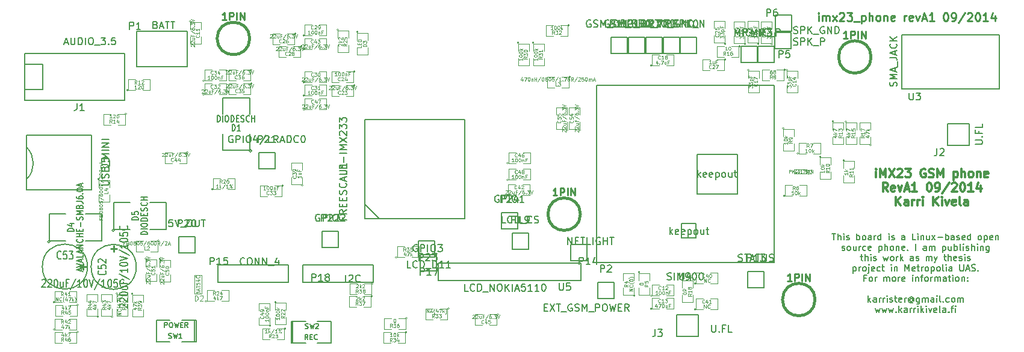
<source format=gto>
G04 (created by PCBNEW (2013-07-07 BZR 4022)-stable) date 09/11/2014 09:40:27*
%MOIN*%
G04 Gerber Fmt 3.4, Leading zero omitted, Abs format*
%FSLAX34Y34*%
G01*
G70*
G90*
G04 APERTURE LIST*
%ADD10C,0.00590551*%
%ADD11C,0.00787402*%
%ADD12C,0.011811*%
%ADD13C,0.0113189*%
%ADD14C,0.003*%
%ADD15C,0.0031*%
%ADD16C,0.005*%
%ADD17C,0.0039*%
%ADD18C,0.015*%
%ADD19C,0.0047*%
%ADD20C,0.0043*%
%ADD21C,0.008*%
%ADD22C,0.01125*%
%ADD23C,0.012*%
%ADD24C,0.01*%
G04 APERTURE END LIST*
G54D10*
G54D11*
X110526Y-72039D02*
X110729Y-72039D01*
X110628Y-72393D02*
X110628Y-72039D01*
X110847Y-72393D02*
X110847Y-72039D01*
X110999Y-72393D02*
X110999Y-72207D01*
X110982Y-72174D01*
X110948Y-72157D01*
X110898Y-72157D01*
X110864Y-72174D01*
X110847Y-72190D01*
X111167Y-72393D02*
X111167Y-72157D01*
X111167Y-72039D02*
X111151Y-72055D01*
X111167Y-72072D01*
X111184Y-72055D01*
X111167Y-72039D01*
X111167Y-72072D01*
X111319Y-72376D02*
X111353Y-72393D01*
X111421Y-72393D01*
X111454Y-72376D01*
X111471Y-72342D01*
X111471Y-72325D01*
X111454Y-72292D01*
X111421Y-72275D01*
X111370Y-72275D01*
X111336Y-72258D01*
X111319Y-72224D01*
X111319Y-72207D01*
X111336Y-72174D01*
X111370Y-72157D01*
X111421Y-72157D01*
X111454Y-72174D01*
X111893Y-72393D02*
X111893Y-72039D01*
X111893Y-72174D02*
X111927Y-72157D01*
X111994Y-72157D01*
X112028Y-72174D01*
X112045Y-72190D01*
X112062Y-72224D01*
X112062Y-72325D01*
X112045Y-72359D01*
X112028Y-72376D01*
X111994Y-72393D01*
X111927Y-72393D01*
X111893Y-72376D01*
X112264Y-72393D02*
X112230Y-72376D01*
X112214Y-72359D01*
X112197Y-72325D01*
X112197Y-72224D01*
X112214Y-72190D01*
X112230Y-72174D01*
X112264Y-72157D01*
X112315Y-72157D01*
X112349Y-72174D01*
X112365Y-72190D01*
X112382Y-72224D01*
X112382Y-72325D01*
X112365Y-72359D01*
X112349Y-72376D01*
X112315Y-72393D01*
X112264Y-72393D01*
X112686Y-72393D02*
X112686Y-72207D01*
X112669Y-72174D01*
X112635Y-72157D01*
X112568Y-72157D01*
X112534Y-72174D01*
X112686Y-72376D02*
X112652Y-72393D01*
X112568Y-72393D01*
X112534Y-72376D01*
X112517Y-72342D01*
X112517Y-72309D01*
X112534Y-72275D01*
X112568Y-72258D01*
X112652Y-72258D01*
X112686Y-72241D01*
X112855Y-72393D02*
X112855Y-72157D01*
X112855Y-72224D02*
X112872Y-72190D01*
X112889Y-72174D01*
X112922Y-72157D01*
X112956Y-72157D01*
X113226Y-72393D02*
X113226Y-72039D01*
X113226Y-72376D02*
X113192Y-72393D01*
X113125Y-72393D01*
X113091Y-72376D01*
X113074Y-72359D01*
X113057Y-72325D01*
X113057Y-72224D01*
X113074Y-72190D01*
X113091Y-72174D01*
X113125Y-72157D01*
X113192Y-72157D01*
X113226Y-72174D01*
X113665Y-72393D02*
X113665Y-72157D01*
X113665Y-72039D02*
X113648Y-72055D01*
X113665Y-72072D01*
X113682Y-72055D01*
X113665Y-72039D01*
X113665Y-72072D01*
X113817Y-72376D02*
X113850Y-72393D01*
X113918Y-72393D01*
X113952Y-72376D01*
X113968Y-72342D01*
X113968Y-72325D01*
X113952Y-72292D01*
X113918Y-72275D01*
X113867Y-72275D01*
X113833Y-72258D01*
X113817Y-72224D01*
X113817Y-72207D01*
X113833Y-72174D01*
X113867Y-72157D01*
X113918Y-72157D01*
X113952Y-72174D01*
X114542Y-72393D02*
X114542Y-72207D01*
X114525Y-72174D01*
X114491Y-72157D01*
X114424Y-72157D01*
X114390Y-72174D01*
X114542Y-72376D02*
X114508Y-72393D01*
X114424Y-72393D01*
X114390Y-72376D01*
X114373Y-72342D01*
X114373Y-72309D01*
X114390Y-72275D01*
X114424Y-72258D01*
X114508Y-72258D01*
X114542Y-72241D01*
X115149Y-72393D02*
X114981Y-72393D01*
X114981Y-72039D01*
X115268Y-72393D02*
X115268Y-72157D01*
X115268Y-72039D02*
X115251Y-72055D01*
X115268Y-72072D01*
X115284Y-72055D01*
X115268Y-72039D01*
X115268Y-72072D01*
X115436Y-72157D02*
X115436Y-72393D01*
X115436Y-72190D02*
X115453Y-72174D01*
X115487Y-72157D01*
X115538Y-72157D01*
X115571Y-72174D01*
X115588Y-72207D01*
X115588Y-72393D01*
X115909Y-72157D02*
X115909Y-72393D01*
X115757Y-72157D02*
X115757Y-72342D01*
X115774Y-72376D01*
X115808Y-72393D01*
X115858Y-72393D01*
X115892Y-72376D01*
X115909Y-72359D01*
X116044Y-72393D02*
X116229Y-72157D01*
X116044Y-72157D02*
X116229Y-72393D01*
X116364Y-72258D02*
X116634Y-72258D01*
X116803Y-72393D02*
X116803Y-72039D01*
X116803Y-72174D02*
X116837Y-72157D01*
X116904Y-72157D01*
X116938Y-72174D01*
X116955Y-72190D01*
X116972Y-72224D01*
X116972Y-72325D01*
X116955Y-72359D01*
X116938Y-72376D01*
X116904Y-72393D01*
X116837Y-72393D01*
X116803Y-72376D01*
X117275Y-72393D02*
X117275Y-72207D01*
X117259Y-72174D01*
X117225Y-72157D01*
X117157Y-72157D01*
X117124Y-72174D01*
X117275Y-72376D02*
X117242Y-72393D01*
X117157Y-72393D01*
X117124Y-72376D01*
X117107Y-72342D01*
X117107Y-72309D01*
X117124Y-72275D01*
X117157Y-72258D01*
X117242Y-72258D01*
X117275Y-72241D01*
X117427Y-72376D02*
X117461Y-72393D01*
X117529Y-72393D01*
X117562Y-72376D01*
X117579Y-72342D01*
X117579Y-72325D01*
X117562Y-72292D01*
X117529Y-72275D01*
X117478Y-72275D01*
X117444Y-72258D01*
X117427Y-72224D01*
X117427Y-72207D01*
X117444Y-72174D01*
X117478Y-72157D01*
X117529Y-72157D01*
X117562Y-72174D01*
X117866Y-72376D02*
X117832Y-72393D01*
X117765Y-72393D01*
X117731Y-72376D01*
X117714Y-72342D01*
X117714Y-72207D01*
X117731Y-72174D01*
X117765Y-72157D01*
X117832Y-72157D01*
X117866Y-72174D01*
X117883Y-72207D01*
X117883Y-72241D01*
X117714Y-72275D01*
X118187Y-72393D02*
X118187Y-72039D01*
X118187Y-72376D02*
X118153Y-72393D01*
X118085Y-72393D01*
X118052Y-72376D01*
X118035Y-72359D01*
X118018Y-72325D01*
X118018Y-72224D01*
X118035Y-72190D01*
X118052Y-72174D01*
X118085Y-72157D01*
X118153Y-72157D01*
X118187Y-72174D01*
X118676Y-72393D02*
X118642Y-72376D01*
X118625Y-72359D01*
X118608Y-72325D01*
X118608Y-72224D01*
X118625Y-72190D01*
X118642Y-72174D01*
X118676Y-72157D01*
X118727Y-72157D01*
X118760Y-72174D01*
X118777Y-72190D01*
X118794Y-72224D01*
X118794Y-72325D01*
X118777Y-72359D01*
X118760Y-72376D01*
X118727Y-72393D01*
X118676Y-72393D01*
X118946Y-72157D02*
X118946Y-72511D01*
X118946Y-72174D02*
X118980Y-72157D01*
X119047Y-72157D01*
X119081Y-72174D01*
X119098Y-72190D01*
X119115Y-72224D01*
X119115Y-72325D01*
X119098Y-72359D01*
X119081Y-72376D01*
X119047Y-72393D01*
X118980Y-72393D01*
X118946Y-72376D01*
X119401Y-72376D02*
X119368Y-72393D01*
X119300Y-72393D01*
X119266Y-72376D01*
X119250Y-72342D01*
X119250Y-72207D01*
X119266Y-72174D01*
X119300Y-72157D01*
X119368Y-72157D01*
X119401Y-72174D01*
X119418Y-72207D01*
X119418Y-72241D01*
X119250Y-72275D01*
X119570Y-72157D02*
X119570Y-72393D01*
X119570Y-72190D02*
X119587Y-72174D01*
X119621Y-72157D01*
X119671Y-72157D01*
X119705Y-72174D01*
X119722Y-72207D01*
X119722Y-72393D01*
X111075Y-72951D02*
X111108Y-72968D01*
X111176Y-72968D01*
X111210Y-72951D01*
X111227Y-72917D01*
X111227Y-72900D01*
X111210Y-72866D01*
X111176Y-72850D01*
X111125Y-72850D01*
X111092Y-72833D01*
X111075Y-72799D01*
X111075Y-72782D01*
X111092Y-72748D01*
X111125Y-72732D01*
X111176Y-72732D01*
X111210Y-72748D01*
X111429Y-72968D02*
X111395Y-72951D01*
X111378Y-72934D01*
X111362Y-72900D01*
X111362Y-72799D01*
X111378Y-72765D01*
X111395Y-72748D01*
X111429Y-72732D01*
X111480Y-72732D01*
X111513Y-72748D01*
X111530Y-72765D01*
X111547Y-72799D01*
X111547Y-72900D01*
X111530Y-72934D01*
X111513Y-72951D01*
X111480Y-72968D01*
X111429Y-72968D01*
X111851Y-72732D02*
X111851Y-72968D01*
X111699Y-72732D02*
X111699Y-72917D01*
X111716Y-72951D01*
X111750Y-72968D01*
X111800Y-72968D01*
X111834Y-72951D01*
X111851Y-72934D01*
X112020Y-72968D02*
X112020Y-72732D01*
X112020Y-72799D02*
X112036Y-72765D01*
X112053Y-72748D01*
X112087Y-72732D01*
X112121Y-72732D01*
X112391Y-72951D02*
X112357Y-72968D01*
X112290Y-72968D01*
X112256Y-72951D01*
X112239Y-72934D01*
X112222Y-72900D01*
X112222Y-72799D01*
X112239Y-72765D01*
X112256Y-72748D01*
X112290Y-72732D01*
X112357Y-72732D01*
X112391Y-72748D01*
X112678Y-72951D02*
X112644Y-72968D01*
X112576Y-72968D01*
X112543Y-72951D01*
X112526Y-72917D01*
X112526Y-72782D01*
X112543Y-72748D01*
X112576Y-72732D01*
X112644Y-72732D01*
X112678Y-72748D01*
X112694Y-72782D01*
X112694Y-72816D01*
X112526Y-72850D01*
X113116Y-72732D02*
X113116Y-73086D01*
X113116Y-72748D02*
X113150Y-72732D01*
X113218Y-72732D01*
X113251Y-72748D01*
X113268Y-72765D01*
X113285Y-72799D01*
X113285Y-72900D01*
X113268Y-72934D01*
X113251Y-72951D01*
X113218Y-72968D01*
X113150Y-72968D01*
X113116Y-72951D01*
X113437Y-72968D02*
X113437Y-72613D01*
X113589Y-72968D02*
X113589Y-72782D01*
X113572Y-72748D01*
X113538Y-72732D01*
X113488Y-72732D01*
X113454Y-72748D01*
X113437Y-72765D01*
X113808Y-72968D02*
X113774Y-72951D01*
X113757Y-72934D01*
X113741Y-72900D01*
X113741Y-72799D01*
X113757Y-72765D01*
X113774Y-72748D01*
X113808Y-72732D01*
X113859Y-72732D01*
X113892Y-72748D01*
X113909Y-72765D01*
X113926Y-72799D01*
X113926Y-72900D01*
X113909Y-72934D01*
X113892Y-72951D01*
X113859Y-72968D01*
X113808Y-72968D01*
X114078Y-72732D02*
X114078Y-72968D01*
X114078Y-72765D02*
X114095Y-72748D01*
X114129Y-72732D01*
X114179Y-72732D01*
X114213Y-72748D01*
X114230Y-72782D01*
X114230Y-72968D01*
X114534Y-72951D02*
X114500Y-72968D01*
X114432Y-72968D01*
X114399Y-72951D01*
X114382Y-72917D01*
X114382Y-72782D01*
X114399Y-72748D01*
X114432Y-72732D01*
X114500Y-72732D01*
X114534Y-72748D01*
X114551Y-72782D01*
X114551Y-72816D01*
X114382Y-72850D01*
X114702Y-72934D02*
X114719Y-72951D01*
X114702Y-72968D01*
X114685Y-72951D01*
X114702Y-72934D01*
X114702Y-72968D01*
X115141Y-72968D02*
X115141Y-72613D01*
X115732Y-72968D02*
X115732Y-72782D01*
X115715Y-72748D01*
X115681Y-72732D01*
X115614Y-72732D01*
X115580Y-72748D01*
X115732Y-72951D02*
X115698Y-72968D01*
X115614Y-72968D01*
X115580Y-72951D01*
X115563Y-72917D01*
X115563Y-72883D01*
X115580Y-72850D01*
X115614Y-72833D01*
X115698Y-72833D01*
X115732Y-72816D01*
X115900Y-72968D02*
X115900Y-72732D01*
X115900Y-72765D02*
X115917Y-72748D01*
X115951Y-72732D01*
X116002Y-72732D01*
X116035Y-72748D01*
X116052Y-72782D01*
X116052Y-72968D01*
X116052Y-72782D02*
X116069Y-72748D01*
X116103Y-72732D01*
X116153Y-72732D01*
X116187Y-72748D01*
X116204Y-72782D01*
X116204Y-72968D01*
X116643Y-72732D02*
X116643Y-73086D01*
X116643Y-72748D02*
X116676Y-72732D01*
X116744Y-72732D01*
X116778Y-72748D01*
X116795Y-72765D01*
X116811Y-72799D01*
X116811Y-72900D01*
X116795Y-72934D01*
X116778Y-72951D01*
X116744Y-72968D01*
X116676Y-72968D01*
X116643Y-72951D01*
X117115Y-72732D02*
X117115Y-72968D01*
X116963Y-72732D02*
X116963Y-72917D01*
X116980Y-72951D01*
X117014Y-72968D01*
X117065Y-72968D01*
X117098Y-72951D01*
X117115Y-72934D01*
X117284Y-72968D02*
X117284Y-72613D01*
X117284Y-72748D02*
X117318Y-72732D01*
X117385Y-72732D01*
X117419Y-72748D01*
X117436Y-72765D01*
X117453Y-72799D01*
X117453Y-72900D01*
X117436Y-72934D01*
X117419Y-72951D01*
X117385Y-72968D01*
X117318Y-72968D01*
X117284Y-72951D01*
X117655Y-72968D02*
X117621Y-72951D01*
X117605Y-72917D01*
X117605Y-72613D01*
X117790Y-72968D02*
X117790Y-72732D01*
X117790Y-72613D02*
X117773Y-72630D01*
X117790Y-72647D01*
X117807Y-72630D01*
X117790Y-72613D01*
X117790Y-72647D01*
X117942Y-72951D02*
X117976Y-72968D01*
X118043Y-72968D01*
X118077Y-72951D01*
X118094Y-72917D01*
X118094Y-72900D01*
X118077Y-72866D01*
X118043Y-72850D01*
X117993Y-72850D01*
X117959Y-72833D01*
X117942Y-72799D01*
X117942Y-72782D01*
X117959Y-72748D01*
X117993Y-72732D01*
X118043Y-72732D01*
X118077Y-72748D01*
X118246Y-72968D02*
X118246Y-72613D01*
X118398Y-72968D02*
X118398Y-72782D01*
X118381Y-72748D01*
X118347Y-72732D01*
X118296Y-72732D01*
X118263Y-72748D01*
X118246Y-72765D01*
X118566Y-72968D02*
X118566Y-72732D01*
X118566Y-72613D02*
X118549Y-72630D01*
X118566Y-72647D01*
X118583Y-72630D01*
X118566Y-72613D01*
X118566Y-72647D01*
X118735Y-72732D02*
X118735Y-72968D01*
X118735Y-72765D02*
X118752Y-72748D01*
X118786Y-72732D01*
X118836Y-72732D01*
X118870Y-72748D01*
X118887Y-72782D01*
X118887Y-72968D01*
X119207Y-72732D02*
X119207Y-73018D01*
X119191Y-73052D01*
X119174Y-73069D01*
X119140Y-73086D01*
X119089Y-73086D01*
X119056Y-73069D01*
X119207Y-72951D02*
X119174Y-72968D01*
X119106Y-72968D01*
X119072Y-72951D01*
X119056Y-72934D01*
X119039Y-72900D01*
X119039Y-72799D01*
X119056Y-72765D01*
X119072Y-72748D01*
X119106Y-72732D01*
X119174Y-72732D01*
X119207Y-72748D01*
X112096Y-73306D02*
X112230Y-73306D01*
X112146Y-73188D02*
X112146Y-73492D01*
X112163Y-73526D01*
X112197Y-73543D01*
X112230Y-73543D01*
X112349Y-73543D02*
X112349Y-73188D01*
X112500Y-73543D02*
X112500Y-73357D01*
X112484Y-73323D01*
X112450Y-73306D01*
X112399Y-73306D01*
X112365Y-73323D01*
X112349Y-73340D01*
X112669Y-73543D02*
X112669Y-73306D01*
X112669Y-73188D02*
X112652Y-73205D01*
X112669Y-73222D01*
X112686Y-73205D01*
X112669Y-73188D01*
X112669Y-73222D01*
X112821Y-73526D02*
X112855Y-73543D01*
X112922Y-73543D01*
X112956Y-73526D01*
X112973Y-73492D01*
X112973Y-73475D01*
X112956Y-73441D01*
X112922Y-73424D01*
X112872Y-73424D01*
X112838Y-73408D01*
X112821Y-73374D01*
X112821Y-73357D01*
X112838Y-73323D01*
X112872Y-73306D01*
X112922Y-73306D01*
X112956Y-73323D01*
X113361Y-73306D02*
X113428Y-73543D01*
X113496Y-73374D01*
X113563Y-73543D01*
X113631Y-73306D01*
X113817Y-73543D02*
X113783Y-73526D01*
X113766Y-73509D01*
X113749Y-73475D01*
X113749Y-73374D01*
X113766Y-73340D01*
X113783Y-73323D01*
X113817Y-73306D01*
X113867Y-73306D01*
X113901Y-73323D01*
X113918Y-73340D01*
X113935Y-73374D01*
X113935Y-73475D01*
X113918Y-73509D01*
X113901Y-73526D01*
X113867Y-73543D01*
X113817Y-73543D01*
X114087Y-73543D02*
X114087Y-73306D01*
X114087Y-73374D02*
X114103Y-73340D01*
X114120Y-73323D01*
X114154Y-73306D01*
X114188Y-73306D01*
X114306Y-73543D02*
X114306Y-73188D01*
X114340Y-73408D02*
X114441Y-73543D01*
X114441Y-73306D02*
X114306Y-73441D01*
X115015Y-73543D02*
X115015Y-73357D01*
X114998Y-73323D01*
X114964Y-73306D01*
X114896Y-73306D01*
X114863Y-73323D01*
X115015Y-73526D02*
X114981Y-73543D01*
X114896Y-73543D01*
X114863Y-73526D01*
X114846Y-73492D01*
X114846Y-73458D01*
X114863Y-73424D01*
X114896Y-73408D01*
X114981Y-73408D01*
X115015Y-73391D01*
X115166Y-73526D02*
X115200Y-73543D01*
X115268Y-73543D01*
X115301Y-73526D01*
X115318Y-73492D01*
X115318Y-73475D01*
X115301Y-73441D01*
X115268Y-73424D01*
X115217Y-73424D01*
X115183Y-73408D01*
X115166Y-73374D01*
X115166Y-73357D01*
X115183Y-73323D01*
X115217Y-73306D01*
X115268Y-73306D01*
X115301Y-73323D01*
X115740Y-73543D02*
X115740Y-73306D01*
X115740Y-73340D02*
X115757Y-73323D01*
X115791Y-73306D01*
X115841Y-73306D01*
X115875Y-73323D01*
X115892Y-73357D01*
X115892Y-73543D01*
X115892Y-73357D02*
X115909Y-73323D01*
X115943Y-73306D01*
X115993Y-73306D01*
X116027Y-73323D01*
X116044Y-73357D01*
X116044Y-73543D01*
X116179Y-73306D02*
X116263Y-73543D01*
X116347Y-73306D02*
X116263Y-73543D01*
X116229Y-73627D01*
X116212Y-73644D01*
X116179Y-73661D01*
X116702Y-73306D02*
X116837Y-73306D01*
X116752Y-73188D02*
X116752Y-73492D01*
X116769Y-73526D01*
X116803Y-73543D01*
X116837Y-73543D01*
X116955Y-73543D02*
X116955Y-73188D01*
X117107Y-73543D02*
X117107Y-73357D01*
X117090Y-73323D01*
X117056Y-73306D01*
X117006Y-73306D01*
X116972Y-73323D01*
X116955Y-73340D01*
X117410Y-73526D02*
X117377Y-73543D01*
X117309Y-73543D01*
X117275Y-73526D01*
X117259Y-73492D01*
X117259Y-73357D01*
X117275Y-73323D01*
X117309Y-73306D01*
X117377Y-73306D01*
X117410Y-73323D01*
X117427Y-73357D01*
X117427Y-73391D01*
X117259Y-73424D01*
X117562Y-73526D02*
X117596Y-73543D01*
X117664Y-73543D01*
X117697Y-73526D01*
X117714Y-73492D01*
X117714Y-73475D01*
X117697Y-73441D01*
X117664Y-73424D01*
X117613Y-73424D01*
X117579Y-73408D01*
X117562Y-73374D01*
X117562Y-73357D01*
X117579Y-73323D01*
X117613Y-73306D01*
X117664Y-73306D01*
X117697Y-73323D01*
X117866Y-73543D02*
X117866Y-73306D01*
X117866Y-73188D02*
X117849Y-73205D01*
X117866Y-73222D01*
X117883Y-73205D01*
X117866Y-73188D01*
X117866Y-73222D01*
X118018Y-73526D02*
X118052Y-73543D01*
X118119Y-73543D01*
X118153Y-73526D01*
X118170Y-73492D01*
X118170Y-73475D01*
X118153Y-73441D01*
X118119Y-73424D01*
X118069Y-73424D01*
X118035Y-73408D01*
X118018Y-73374D01*
X118018Y-73357D01*
X118035Y-73323D01*
X118069Y-73306D01*
X118119Y-73306D01*
X118153Y-73323D01*
X111691Y-73881D02*
X111691Y-74235D01*
X111691Y-73898D02*
X111724Y-73881D01*
X111792Y-73881D01*
X111826Y-73898D01*
X111842Y-73915D01*
X111859Y-73949D01*
X111859Y-74050D01*
X111842Y-74084D01*
X111826Y-74100D01*
X111792Y-74117D01*
X111724Y-74117D01*
X111691Y-74100D01*
X112011Y-74117D02*
X112011Y-73881D01*
X112011Y-73949D02*
X112028Y-73915D01*
X112045Y-73898D01*
X112079Y-73881D01*
X112112Y-73881D01*
X112281Y-74117D02*
X112247Y-74100D01*
X112230Y-74084D01*
X112214Y-74050D01*
X112214Y-73949D01*
X112230Y-73915D01*
X112247Y-73898D01*
X112281Y-73881D01*
X112332Y-73881D01*
X112365Y-73898D01*
X112382Y-73915D01*
X112399Y-73949D01*
X112399Y-74050D01*
X112382Y-74084D01*
X112365Y-74100D01*
X112332Y-74117D01*
X112281Y-74117D01*
X112551Y-73881D02*
X112551Y-74185D01*
X112534Y-74219D01*
X112500Y-74235D01*
X112484Y-74235D01*
X112551Y-73763D02*
X112534Y-73780D01*
X112551Y-73797D01*
X112568Y-73780D01*
X112551Y-73763D01*
X112551Y-73797D01*
X112855Y-74100D02*
X112821Y-74117D01*
X112754Y-74117D01*
X112720Y-74100D01*
X112703Y-74067D01*
X112703Y-73932D01*
X112720Y-73898D01*
X112754Y-73881D01*
X112821Y-73881D01*
X112855Y-73898D01*
X112872Y-73932D01*
X112872Y-73965D01*
X112703Y-73999D01*
X113175Y-74100D02*
X113142Y-74117D01*
X113074Y-74117D01*
X113040Y-74100D01*
X113024Y-74084D01*
X113007Y-74050D01*
X113007Y-73949D01*
X113024Y-73915D01*
X113040Y-73898D01*
X113074Y-73881D01*
X113142Y-73881D01*
X113175Y-73898D01*
X113277Y-73881D02*
X113412Y-73881D01*
X113327Y-73763D02*
X113327Y-74067D01*
X113344Y-74100D01*
X113378Y-74117D01*
X113412Y-74117D01*
X113800Y-74117D02*
X113800Y-73881D01*
X113800Y-73763D02*
X113783Y-73780D01*
X113800Y-73797D01*
X113817Y-73780D01*
X113800Y-73763D01*
X113800Y-73797D01*
X113968Y-73881D02*
X113968Y-74117D01*
X113968Y-73915D02*
X113985Y-73898D01*
X114019Y-73881D01*
X114070Y-73881D01*
X114103Y-73898D01*
X114120Y-73932D01*
X114120Y-74117D01*
X114559Y-74117D02*
X114559Y-73763D01*
X114677Y-74016D01*
X114795Y-73763D01*
X114795Y-74117D01*
X115099Y-74100D02*
X115065Y-74117D01*
X114998Y-74117D01*
X114964Y-74100D01*
X114947Y-74067D01*
X114947Y-73932D01*
X114964Y-73898D01*
X114998Y-73881D01*
X115065Y-73881D01*
X115099Y-73898D01*
X115116Y-73932D01*
X115116Y-73965D01*
X114947Y-73999D01*
X115217Y-73881D02*
X115352Y-73881D01*
X115268Y-73763D02*
X115268Y-74067D01*
X115284Y-74100D01*
X115318Y-74117D01*
X115352Y-74117D01*
X115470Y-74117D02*
X115470Y-73881D01*
X115470Y-73949D02*
X115487Y-73915D01*
X115504Y-73898D01*
X115538Y-73881D01*
X115571Y-73881D01*
X115740Y-74117D02*
X115706Y-74100D01*
X115689Y-74084D01*
X115673Y-74050D01*
X115673Y-73949D01*
X115689Y-73915D01*
X115706Y-73898D01*
X115740Y-73881D01*
X115791Y-73881D01*
X115824Y-73898D01*
X115841Y-73915D01*
X115858Y-73949D01*
X115858Y-74050D01*
X115841Y-74084D01*
X115824Y-74100D01*
X115791Y-74117D01*
X115740Y-74117D01*
X116010Y-73881D02*
X116010Y-74235D01*
X116010Y-73898D02*
X116044Y-73881D01*
X116111Y-73881D01*
X116145Y-73898D01*
X116162Y-73915D01*
X116179Y-73949D01*
X116179Y-74050D01*
X116162Y-74084D01*
X116145Y-74100D01*
X116111Y-74117D01*
X116044Y-74117D01*
X116010Y-74100D01*
X116381Y-74117D02*
X116347Y-74100D01*
X116331Y-74084D01*
X116314Y-74050D01*
X116314Y-73949D01*
X116331Y-73915D01*
X116347Y-73898D01*
X116381Y-73881D01*
X116432Y-73881D01*
X116466Y-73898D01*
X116482Y-73915D01*
X116499Y-73949D01*
X116499Y-74050D01*
X116482Y-74084D01*
X116466Y-74100D01*
X116432Y-74117D01*
X116381Y-74117D01*
X116702Y-74117D02*
X116668Y-74100D01*
X116651Y-74067D01*
X116651Y-73763D01*
X116837Y-74117D02*
X116837Y-73881D01*
X116837Y-73763D02*
X116820Y-73780D01*
X116837Y-73797D01*
X116854Y-73780D01*
X116837Y-73763D01*
X116837Y-73797D01*
X117157Y-74117D02*
X117157Y-73932D01*
X117141Y-73898D01*
X117107Y-73881D01*
X117039Y-73881D01*
X117006Y-73898D01*
X117157Y-74100D02*
X117124Y-74117D01*
X117039Y-74117D01*
X117006Y-74100D01*
X116989Y-74067D01*
X116989Y-74033D01*
X117006Y-73999D01*
X117039Y-73982D01*
X117124Y-73982D01*
X117157Y-73965D01*
X117596Y-73763D02*
X117596Y-74050D01*
X117613Y-74084D01*
X117630Y-74100D01*
X117664Y-74117D01*
X117731Y-74117D01*
X117765Y-74100D01*
X117782Y-74084D01*
X117799Y-74050D01*
X117799Y-73763D01*
X117950Y-74016D02*
X118119Y-74016D01*
X117917Y-74117D02*
X118035Y-73763D01*
X118153Y-74117D01*
X118254Y-74100D02*
X118305Y-74117D01*
X118389Y-74117D01*
X118423Y-74100D01*
X118440Y-74084D01*
X118457Y-74050D01*
X118457Y-74016D01*
X118440Y-73982D01*
X118423Y-73965D01*
X118389Y-73949D01*
X118322Y-73932D01*
X118288Y-73915D01*
X118271Y-73898D01*
X118254Y-73864D01*
X118254Y-73830D01*
X118271Y-73797D01*
X118288Y-73780D01*
X118322Y-73763D01*
X118406Y-73763D01*
X118457Y-73780D01*
X118608Y-74084D02*
X118625Y-74100D01*
X118608Y-74117D01*
X118592Y-74100D01*
X118608Y-74084D01*
X118608Y-74117D01*
X112399Y-74507D02*
X112281Y-74507D01*
X112281Y-74692D02*
X112281Y-74338D01*
X112450Y-74338D01*
X112635Y-74692D02*
X112602Y-74675D01*
X112585Y-74658D01*
X112568Y-74625D01*
X112568Y-74523D01*
X112585Y-74490D01*
X112602Y-74473D01*
X112635Y-74456D01*
X112686Y-74456D01*
X112720Y-74473D01*
X112737Y-74490D01*
X112754Y-74523D01*
X112754Y-74625D01*
X112737Y-74658D01*
X112720Y-74675D01*
X112686Y-74692D01*
X112635Y-74692D01*
X112905Y-74692D02*
X112905Y-74456D01*
X112905Y-74523D02*
X112922Y-74490D01*
X112939Y-74473D01*
X112973Y-74456D01*
X113007Y-74456D01*
X113395Y-74692D02*
X113395Y-74456D01*
X113395Y-74490D02*
X113412Y-74473D01*
X113445Y-74456D01*
X113496Y-74456D01*
X113530Y-74473D01*
X113547Y-74507D01*
X113547Y-74692D01*
X113547Y-74507D02*
X113563Y-74473D01*
X113597Y-74456D01*
X113648Y-74456D01*
X113682Y-74473D01*
X113698Y-74507D01*
X113698Y-74692D01*
X113918Y-74692D02*
X113884Y-74675D01*
X113867Y-74658D01*
X113850Y-74625D01*
X113850Y-74523D01*
X113867Y-74490D01*
X113884Y-74473D01*
X113918Y-74456D01*
X113968Y-74456D01*
X114002Y-74473D01*
X114019Y-74490D01*
X114036Y-74523D01*
X114036Y-74625D01*
X114019Y-74658D01*
X114002Y-74675D01*
X113968Y-74692D01*
X113918Y-74692D01*
X114188Y-74692D02*
X114188Y-74456D01*
X114188Y-74523D02*
X114205Y-74490D01*
X114221Y-74473D01*
X114255Y-74456D01*
X114289Y-74456D01*
X114542Y-74675D02*
X114508Y-74692D01*
X114441Y-74692D01*
X114407Y-74675D01*
X114390Y-74642D01*
X114390Y-74507D01*
X114407Y-74473D01*
X114441Y-74456D01*
X114508Y-74456D01*
X114542Y-74473D01*
X114559Y-74507D01*
X114559Y-74540D01*
X114390Y-74574D01*
X114981Y-74692D02*
X114981Y-74456D01*
X114981Y-74338D02*
X114964Y-74355D01*
X114981Y-74372D01*
X114998Y-74355D01*
X114981Y-74338D01*
X114981Y-74372D01*
X115150Y-74456D02*
X115150Y-74692D01*
X115150Y-74490D02*
X115166Y-74473D01*
X115200Y-74456D01*
X115251Y-74456D01*
X115284Y-74473D01*
X115301Y-74507D01*
X115301Y-74692D01*
X115419Y-74456D02*
X115554Y-74456D01*
X115470Y-74692D02*
X115470Y-74388D01*
X115487Y-74355D01*
X115521Y-74338D01*
X115554Y-74338D01*
X115723Y-74692D02*
X115689Y-74675D01*
X115673Y-74658D01*
X115656Y-74625D01*
X115656Y-74523D01*
X115673Y-74490D01*
X115689Y-74473D01*
X115723Y-74456D01*
X115774Y-74456D01*
X115808Y-74473D01*
X115824Y-74490D01*
X115841Y-74523D01*
X115841Y-74625D01*
X115824Y-74658D01*
X115808Y-74675D01*
X115774Y-74692D01*
X115723Y-74692D01*
X115993Y-74692D02*
X115993Y-74456D01*
X115993Y-74523D02*
X116010Y-74490D01*
X116027Y-74473D01*
X116061Y-74456D01*
X116094Y-74456D01*
X116212Y-74692D02*
X116212Y-74456D01*
X116212Y-74490D02*
X116229Y-74473D01*
X116263Y-74456D01*
X116314Y-74456D01*
X116347Y-74473D01*
X116364Y-74507D01*
X116364Y-74692D01*
X116364Y-74507D02*
X116381Y-74473D01*
X116415Y-74456D01*
X116466Y-74456D01*
X116499Y-74473D01*
X116516Y-74507D01*
X116516Y-74692D01*
X116837Y-74692D02*
X116837Y-74507D01*
X116820Y-74473D01*
X116786Y-74456D01*
X116719Y-74456D01*
X116685Y-74473D01*
X116837Y-74675D02*
X116803Y-74692D01*
X116719Y-74692D01*
X116685Y-74675D01*
X116668Y-74642D01*
X116668Y-74608D01*
X116685Y-74574D01*
X116719Y-74557D01*
X116803Y-74557D01*
X116837Y-74540D01*
X116955Y-74456D02*
X117090Y-74456D01*
X117006Y-74338D02*
X117006Y-74642D01*
X117022Y-74675D01*
X117056Y-74692D01*
X117090Y-74692D01*
X117208Y-74692D02*
X117208Y-74456D01*
X117208Y-74338D02*
X117191Y-74355D01*
X117208Y-74372D01*
X117225Y-74355D01*
X117208Y-74338D01*
X117208Y-74372D01*
X117427Y-74692D02*
X117394Y-74675D01*
X117377Y-74658D01*
X117360Y-74625D01*
X117360Y-74523D01*
X117377Y-74490D01*
X117394Y-74473D01*
X117427Y-74456D01*
X117478Y-74456D01*
X117512Y-74473D01*
X117529Y-74490D01*
X117545Y-74523D01*
X117545Y-74625D01*
X117529Y-74658D01*
X117512Y-74675D01*
X117478Y-74692D01*
X117427Y-74692D01*
X117697Y-74456D02*
X117697Y-74692D01*
X117697Y-74490D02*
X117714Y-74473D01*
X117748Y-74456D01*
X117799Y-74456D01*
X117832Y-74473D01*
X117849Y-74507D01*
X117849Y-74692D01*
X118018Y-74658D02*
X118035Y-74675D01*
X118018Y-74692D01*
X118001Y-74675D01*
X118018Y-74658D01*
X118018Y-74692D01*
X118018Y-74473D02*
X118035Y-74490D01*
X118018Y-74507D01*
X118001Y-74490D01*
X118018Y-74473D01*
X118018Y-74507D01*
X112526Y-75842D02*
X112526Y-75487D01*
X112560Y-75707D02*
X112661Y-75842D01*
X112661Y-75606D02*
X112526Y-75741D01*
X112964Y-75842D02*
X112964Y-75656D01*
X112948Y-75622D01*
X112914Y-75606D01*
X112846Y-75606D01*
X112813Y-75622D01*
X112964Y-75825D02*
X112931Y-75842D01*
X112846Y-75842D01*
X112813Y-75825D01*
X112796Y-75791D01*
X112796Y-75757D01*
X112813Y-75724D01*
X112846Y-75707D01*
X112931Y-75707D01*
X112964Y-75690D01*
X113133Y-75842D02*
X113133Y-75606D01*
X113133Y-75673D02*
X113150Y-75639D01*
X113167Y-75622D01*
X113201Y-75606D01*
X113234Y-75606D01*
X113353Y-75842D02*
X113353Y-75606D01*
X113353Y-75673D02*
X113369Y-75639D01*
X113386Y-75622D01*
X113420Y-75606D01*
X113454Y-75606D01*
X113572Y-75842D02*
X113572Y-75606D01*
X113572Y-75487D02*
X113555Y-75504D01*
X113572Y-75521D01*
X113589Y-75504D01*
X113572Y-75487D01*
X113572Y-75521D01*
X113724Y-75825D02*
X113757Y-75842D01*
X113825Y-75842D01*
X113859Y-75825D01*
X113876Y-75791D01*
X113876Y-75774D01*
X113859Y-75741D01*
X113825Y-75724D01*
X113774Y-75724D01*
X113741Y-75707D01*
X113724Y-75673D01*
X113724Y-75656D01*
X113741Y-75622D01*
X113774Y-75606D01*
X113825Y-75606D01*
X113859Y-75622D01*
X113977Y-75606D02*
X114112Y-75606D01*
X114027Y-75487D02*
X114027Y-75791D01*
X114044Y-75825D01*
X114078Y-75842D01*
X114112Y-75842D01*
X114365Y-75825D02*
X114331Y-75842D01*
X114264Y-75842D01*
X114230Y-75825D01*
X114213Y-75791D01*
X114213Y-75656D01*
X114230Y-75622D01*
X114264Y-75606D01*
X114331Y-75606D01*
X114365Y-75622D01*
X114382Y-75656D01*
X114382Y-75690D01*
X114213Y-75724D01*
X114534Y-75842D02*
X114534Y-75606D01*
X114534Y-75673D02*
X114551Y-75639D01*
X114567Y-75622D01*
X114601Y-75606D01*
X114635Y-75606D01*
X114972Y-75673D02*
X114955Y-75656D01*
X114922Y-75639D01*
X114888Y-75639D01*
X114854Y-75656D01*
X114837Y-75673D01*
X114820Y-75707D01*
X114820Y-75741D01*
X114837Y-75774D01*
X114854Y-75791D01*
X114888Y-75808D01*
X114922Y-75808D01*
X114955Y-75791D01*
X114972Y-75774D01*
X114972Y-75639D02*
X114972Y-75774D01*
X114989Y-75791D01*
X115006Y-75791D01*
X115040Y-75774D01*
X115057Y-75741D01*
X115057Y-75656D01*
X115023Y-75606D01*
X114972Y-75572D01*
X114905Y-75555D01*
X114837Y-75572D01*
X114787Y-75606D01*
X114753Y-75656D01*
X114736Y-75724D01*
X114753Y-75791D01*
X114787Y-75842D01*
X114837Y-75875D01*
X114905Y-75892D01*
X114972Y-75875D01*
X115023Y-75842D01*
X115360Y-75606D02*
X115360Y-75892D01*
X115344Y-75926D01*
X115327Y-75943D01*
X115293Y-75960D01*
X115242Y-75960D01*
X115209Y-75943D01*
X115360Y-75825D02*
X115327Y-75842D01*
X115259Y-75842D01*
X115225Y-75825D01*
X115209Y-75808D01*
X115192Y-75774D01*
X115192Y-75673D01*
X115209Y-75639D01*
X115225Y-75622D01*
X115259Y-75606D01*
X115327Y-75606D01*
X115360Y-75622D01*
X115529Y-75842D02*
X115529Y-75606D01*
X115529Y-75639D02*
X115546Y-75622D01*
X115580Y-75606D01*
X115630Y-75606D01*
X115664Y-75622D01*
X115681Y-75656D01*
X115681Y-75842D01*
X115681Y-75656D02*
X115698Y-75622D01*
X115732Y-75606D01*
X115782Y-75606D01*
X115816Y-75622D01*
X115833Y-75656D01*
X115833Y-75842D01*
X116153Y-75842D02*
X116153Y-75656D01*
X116137Y-75622D01*
X116103Y-75606D01*
X116035Y-75606D01*
X116002Y-75622D01*
X116153Y-75825D02*
X116120Y-75842D01*
X116035Y-75842D01*
X116002Y-75825D01*
X115985Y-75791D01*
X115985Y-75757D01*
X116002Y-75724D01*
X116035Y-75707D01*
X116120Y-75707D01*
X116153Y-75690D01*
X116322Y-75842D02*
X116322Y-75606D01*
X116322Y-75487D02*
X116305Y-75504D01*
X116322Y-75521D01*
X116339Y-75504D01*
X116322Y-75487D01*
X116322Y-75521D01*
X116542Y-75842D02*
X116508Y-75825D01*
X116491Y-75791D01*
X116491Y-75487D01*
X116676Y-75808D02*
X116693Y-75825D01*
X116676Y-75842D01*
X116660Y-75825D01*
X116676Y-75808D01*
X116676Y-75842D01*
X116997Y-75825D02*
X116963Y-75842D01*
X116896Y-75842D01*
X116862Y-75825D01*
X116845Y-75808D01*
X116828Y-75774D01*
X116828Y-75673D01*
X116845Y-75639D01*
X116862Y-75622D01*
X116896Y-75606D01*
X116963Y-75606D01*
X116997Y-75622D01*
X117200Y-75842D02*
X117166Y-75825D01*
X117149Y-75808D01*
X117132Y-75774D01*
X117132Y-75673D01*
X117149Y-75639D01*
X117166Y-75622D01*
X117200Y-75606D01*
X117250Y-75606D01*
X117284Y-75622D01*
X117301Y-75639D01*
X117318Y-75673D01*
X117318Y-75774D01*
X117301Y-75808D01*
X117284Y-75825D01*
X117250Y-75842D01*
X117200Y-75842D01*
X117470Y-75842D02*
X117470Y-75606D01*
X117470Y-75639D02*
X117486Y-75622D01*
X117520Y-75606D01*
X117571Y-75606D01*
X117605Y-75622D01*
X117621Y-75656D01*
X117621Y-75842D01*
X117621Y-75656D02*
X117638Y-75622D01*
X117672Y-75606D01*
X117723Y-75606D01*
X117756Y-75622D01*
X117773Y-75656D01*
X117773Y-75842D01*
X112914Y-76180D02*
X112981Y-76417D01*
X113049Y-76248D01*
X113116Y-76417D01*
X113184Y-76180D01*
X113285Y-76180D02*
X113353Y-76417D01*
X113420Y-76248D01*
X113488Y-76417D01*
X113555Y-76180D01*
X113656Y-76180D02*
X113724Y-76417D01*
X113791Y-76248D01*
X113859Y-76417D01*
X113926Y-76180D01*
X114061Y-76383D02*
X114078Y-76400D01*
X114061Y-76417D01*
X114044Y-76400D01*
X114061Y-76383D01*
X114061Y-76417D01*
X114230Y-76417D02*
X114230Y-76062D01*
X114264Y-76282D02*
X114365Y-76417D01*
X114365Y-76180D02*
X114230Y-76315D01*
X114669Y-76417D02*
X114669Y-76231D01*
X114652Y-76197D01*
X114618Y-76180D01*
X114551Y-76180D01*
X114517Y-76197D01*
X114669Y-76400D02*
X114635Y-76417D01*
X114551Y-76417D01*
X114517Y-76400D01*
X114500Y-76366D01*
X114500Y-76332D01*
X114517Y-76298D01*
X114551Y-76282D01*
X114635Y-76282D01*
X114669Y-76265D01*
X114837Y-76417D02*
X114837Y-76180D01*
X114837Y-76248D02*
X114854Y-76214D01*
X114871Y-76197D01*
X114905Y-76180D01*
X114939Y-76180D01*
X115057Y-76417D02*
X115057Y-76180D01*
X115057Y-76248D02*
X115074Y-76214D01*
X115090Y-76197D01*
X115124Y-76180D01*
X115158Y-76180D01*
X115276Y-76417D02*
X115276Y-76180D01*
X115276Y-76062D02*
X115259Y-76079D01*
X115276Y-76096D01*
X115293Y-76079D01*
X115276Y-76062D01*
X115276Y-76096D01*
X115445Y-76417D02*
X115445Y-76062D01*
X115479Y-76282D02*
X115580Y-76417D01*
X115580Y-76180D02*
X115445Y-76315D01*
X115732Y-76417D02*
X115732Y-76180D01*
X115732Y-76062D02*
X115715Y-76079D01*
X115732Y-76096D01*
X115748Y-76079D01*
X115732Y-76062D01*
X115732Y-76096D01*
X115867Y-76180D02*
X115951Y-76417D01*
X116035Y-76180D01*
X116305Y-76400D02*
X116272Y-76417D01*
X116204Y-76417D01*
X116170Y-76400D01*
X116153Y-76366D01*
X116153Y-76231D01*
X116170Y-76197D01*
X116204Y-76180D01*
X116272Y-76180D01*
X116305Y-76197D01*
X116322Y-76231D01*
X116322Y-76265D01*
X116153Y-76298D01*
X116525Y-76417D02*
X116491Y-76400D01*
X116474Y-76366D01*
X116474Y-76062D01*
X116811Y-76417D02*
X116811Y-76231D01*
X116795Y-76197D01*
X116761Y-76180D01*
X116693Y-76180D01*
X116660Y-76197D01*
X116811Y-76400D02*
X116778Y-76417D01*
X116693Y-76417D01*
X116660Y-76400D01*
X116643Y-76366D01*
X116643Y-76332D01*
X116660Y-76298D01*
X116693Y-76282D01*
X116778Y-76282D01*
X116811Y-76265D01*
X116980Y-76383D02*
X116997Y-76400D01*
X116980Y-76417D01*
X116963Y-76400D01*
X116980Y-76383D01*
X116980Y-76417D01*
X117098Y-76180D02*
X117233Y-76180D01*
X117149Y-76417D02*
X117149Y-76113D01*
X117166Y-76079D01*
X117200Y-76062D01*
X117233Y-76062D01*
X117351Y-76417D02*
X117351Y-76180D01*
X117351Y-76062D02*
X117335Y-76079D01*
X117351Y-76096D01*
X117368Y-76079D01*
X117351Y-76062D01*
X117351Y-76096D01*
G54D12*
X112956Y-68921D02*
X112956Y-68606D01*
X112956Y-68448D02*
X112934Y-68471D01*
X112956Y-68493D01*
X112979Y-68471D01*
X112956Y-68448D01*
X112956Y-68493D01*
X113181Y-68921D02*
X113181Y-68448D01*
X113339Y-68786D01*
X113496Y-68448D01*
X113496Y-68921D01*
X113676Y-68448D02*
X113991Y-68921D01*
X113991Y-68448D02*
X113676Y-68921D01*
X114148Y-68493D02*
X114171Y-68471D01*
X114216Y-68448D01*
X114328Y-68448D01*
X114373Y-68471D01*
X114396Y-68493D01*
X114418Y-68538D01*
X114418Y-68583D01*
X114396Y-68651D01*
X114126Y-68921D01*
X114418Y-68921D01*
X114576Y-68448D02*
X114868Y-68448D01*
X114711Y-68628D01*
X114778Y-68628D01*
X114823Y-68651D01*
X114846Y-68673D01*
X114868Y-68718D01*
X114868Y-68831D01*
X114846Y-68876D01*
X114823Y-68898D01*
X114778Y-68921D01*
X114643Y-68921D01*
X114598Y-68898D01*
X114576Y-68876D01*
X115678Y-68471D02*
X115633Y-68448D01*
X115566Y-68448D01*
X115498Y-68471D01*
X115453Y-68516D01*
X115431Y-68561D01*
X115408Y-68651D01*
X115408Y-68718D01*
X115431Y-68808D01*
X115453Y-68853D01*
X115498Y-68898D01*
X115566Y-68921D01*
X115611Y-68921D01*
X115678Y-68898D01*
X115701Y-68876D01*
X115701Y-68718D01*
X115611Y-68718D01*
X115881Y-68898D02*
X115948Y-68921D01*
X116061Y-68921D01*
X116106Y-68898D01*
X116128Y-68876D01*
X116151Y-68831D01*
X116151Y-68786D01*
X116128Y-68741D01*
X116106Y-68718D01*
X116061Y-68696D01*
X115971Y-68673D01*
X115926Y-68651D01*
X115903Y-68628D01*
X115881Y-68583D01*
X115881Y-68538D01*
X115903Y-68493D01*
X115926Y-68471D01*
X115971Y-68448D01*
X116083Y-68448D01*
X116151Y-68471D01*
X116353Y-68921D02*
X116353Y-68448D01*
X116511Y-68786D01*
X116668Y-68448D01*
X116668Y-68921D01*
X117253Y-68606D02*
X117253Y-69078D01*
X117253Y-68628D02*
X117298Y-68606D01*
X117388Y-68606D01*
X117433Y-68628D01*
X117456Y-68651D01*
X117478Y-68696D01*
X117478Y-68831D01*
X117456Y-68876D01*
X117433Y-68898D01*
X117388Y-68921D01*
X117298Y-68921D01*
X117253Y-68898D01*
X117681Y-68921D02*
X117681Y-68448D01*
X117883Y-68921D02*
X117883Y-68673D01*
X117861Y-68628D01*
X117816Y-68606D01*
X117748Y-68606D01*
X117703Y-68628D01*
X117681Y-68651D01*
X118175Y-68921D02*
X118130Y-68898D01*
X118108Y-68876D01*
X118085Y-68831D01*
X118085Y-68696D01*
X118108Y-68651D01*
X118130Y-68628D01*
X118175Y-68606D01*
X118243Y-68606D01*
X118288Y-68628D01*
X118310Y-68651D01*
X118333Y-68696D01*
X118333Y-68831D01*
X118310Y-68876D01*
X118288Y-68898D01*
X118243Y-68921D01*
X118175Y-68921D01*
X118535Y-68606D02*
X118535Y-68921D01*
X118535Y-68651D02*
X118558Y-68628D01*
X118603Y-68606D01*
X118670Y-68606D01*
X118715Y-68628D01*
X118738Y-68673D01*
X118738Y-68921D01*
X119143Y-68898D02*
X119098Y-68921D01*
X119008Y-68921D01*
X118963Y-68898D01*
X118940Y-68853D01*
X118940Y-68673D01*
X118963Y-68628D01*
X119008Y-68606D01*
X119098Y-68606D01*
X119143Y-68628D01*
X119165Y-68673D01*
X119165Y-68718D01*
X118940Y-68763D01*
X113609Y-69700D02*
X113451Y-69475D01*
X113339Y-69700D02*
X113339Y-69228D01*
X113519Y-69228D01*
X113564Y-69250D01*
X113586Y-69273D01*
X113609Y-69318D01*
X113609Y-69385D01*
X113586Y-69430D01*
X113564Y-69453D01*
X113519Y-69475D01*
X113339Y-69475D01*
X113991Y-69678D02*
X113946Y-69700D01*
X113856Y-69700D01*
X113811Y-69678D01*
X113789Y-69633D01*
X113789Y-69453D01*
X113811Y-69408D01*
X113856Y-69385D01*
X113946Y-69385D01*
X113991Y-69408D01*
X114014Y-69453D01*
X114014Y-69498D01*
X113789Y-69543D01*
X114171Y-69385D02*
X114283Y-69700D01*
X114396Y-69385D01*
X114553Y-69565D02*
X114778Y-69565D01*
X114508Y-69700D02*
X114666Y-69228D01*
X114823Y-69700D01*
X115228Y-69700D02*
X114958Y-69700D01*
X115093Y-69700D02*
X115093Y-69228D01*
X115048Y-69295D01*
X115003Y-69340D01*
X114958Y-69363D01*
X115881Y-69228D02*
X115926Y-69228D01*
X115971Y-69250D01*
X115993Y-69273D01*
X116016Y-69318D01*
X116038Y-69408D01*
X116038Y-69520D01*
X116016Y-69610D01*
X115993Y-69655D01*
X115971Y-69678D01*
X115926Y-69700D01*
X115881Y-69700D01*
X115836Y-69678D01*
X115813Y-69655D01*
X115791Y-69610D01*
X115768Y-69520D01*
X115768Y-69408D01*
X115791Y-69318D01*
X115813Y-69273D01*
X115836Y-69250D01*
X115881Y-69228D01*
X116263Y-69700D02*
X116353Y-69700D01*
X116398Y-69678D01*
X116421Y-69655D01*
X116466Y-69588D01*
X116488Y-69498D01*
X116488Y-69318D01*
X116466Y-69273D01*
X116443Y-69250D01*
X116398Y-69228D01*
X116308Y-69228D01*
X116263Y-69250D01*
X116241Y-69273D01*
X116218Y-69318D01*
X116218Y-69430D01*
X116241Y-69475D01*
X116263Y-69498D01*
X116308Y-69520D01*
X116398Y-69520D01*
X116443Y-69498D01*
X116466Y-69475D01*
X116488Y-69430D01*
X117028Y-69205D02*
X116623Y-69813D01*
X117163Y-69273D02*
X117186Y-69250D01*
X117231Y-69228D01*
X117343Y-69228D01*
X117388Y-69250D01*
X117411Y-69273D01*
X117433Y-69318D01*
X117433Y-69363D01*
X117411Y-69430D01*
X117141Y-69700D01*
X117433Y-69700D01*
X117726Y-69228D02*
X117771Y-69228D01*
X117816Y-69250D01*
X117838Y-69273D01*
X117861Y-69318D01*
X117883Y-69408D01*
X117883Y-69520D01*
X117861Y-69610D01*
X117838Y-69655D01*
X117816Y-69678D01*
X117771Y-69700D01*
X117726Y-69700D01*
X117681Y-69678D01*
X117658Y-69655D01*
X117636Y-69610D01*
X117613Y-69520D01*
X117613Y-69408D01*
X117636Y-69318D01*
X117658Y-69273D01*
X117681Y-69250D01*
X117726Y-69228D01*
X118333Y-69700D02*
X118063Y-69700D01*
X118198Y-69700D02*
X118198Y-69228D01*
X118153Y-69295D01*
X118108Y-69340D01*
X118063Y-69363D01*
X118738Y-69385D02*
X118738Y-69700D01*
X118625Y-69205D02*
X118513Y-69543D01*
X118805Y-69543D01*
X114058Y-70480D02*
X114058Y-70007D01*
X114328Y-70480D02*
X114126Y-70210D01*
X114328Y-70007D02*
X114058Y-70277D01*
X114733Y-70480D02*
X114733Y-70232D01*
X114711Y-70187D01*
X114666Y-70165D01*
X114576Y-70165D01*
X114531Y-70187D01*
X114733Y-70457D02*
X114688Y-70480D01*
X114576Y-70480D01*
X114531Y-70457D01*
X114508Y-70412D01*
X114508Y-70367D01*
X114531Y-70322D01*
X114576Y-70300D01*
X114688Y-70300D01*
X114733Y-70277D01*
X114958Y-70480D02*
X114958Y-70165D01*
X114958Y-70255D02*
X114981Y-70210D01*
X115003Y-70187D01*
X115048Y-70165D01*
X115093Y-70165D01*
X115251Y-70480D02*
X115251Y-70165D01*
X115251Y-70255D02*
X115273Y-70210D01*
X115296Y-70187D01*
X115341Y-70165D01*
X115386Y-70165D01*
X115543Y-70480D02*
X115543Y-70165D01*
X115543Y-70007D02*
X115521Y-70030D01*
X115543Y-70052D01*
X115566Y-70030D01*
X115543Y-70007D01*
X115543Y-70052D01*
X116128Y-70480D02*
X116128Y-70007D01*
X116398Y-70480D02*
X116196Y-70210D01*
X116398Y-70007D02*
X116128Y-70277D01*
X116601Y-70480D02*
X116601Y-70165D01*
X116601Y-70007D02*
X116578Y-70030D01*
X116601Y-70052D01*
X116623Y-70030D01*
X116601Y-70007D01*
X116601Y-70052D01*
X116781Y-70165D02*
X116893Y-70480D01*
X117006Y-70165D01*
X117366Y-70457D02*
X117321Y-70480D01*
X117231Y-70480D01*
X117186Y-70457D01*
X117163Y-70412D01*
X117163Y-70232D01*
X117186Y-70187D01*
X117231Y-70165D01*
X117321Y-70165D01*
X117366Y-70187D01*
X117388Y-70232D01*
X117388Y-70277D01*
X117163Y-70322D01*
X117658Y-70480D02*
X117613Y-70457D01*
X117591Y-70412D01*
X117591Y-70007D01*
X118041Y-70480D02*
X118041Y-70232D01*
X118018Y-70187D01*
X117973Y-70165D01*
X117883Y-70165D01*
X117838Y-70187D01*
X118041Y-70457D02*
X117996Y-70480D01*
X117883Y-70480D01*
X117838Y-70457D01*
X117816Y-70412D01*
X117816Y-70367D01*
X117838Y-70322D01*
X117883Y-70300D01*
X117996Y-70300D01*
X118041Y-70277D01*
G54D13*
X109765Y-60243D02*
X109765Y-59941D01*
X109765Y-59790D02*
X109744Y-59812D01*
X109765Y-59833D01*
X109787Y-59812D01*
X109765Y-59790D01*
X109765Y-59833D01*
X109981Y-60243D02*
X109981Y-59941D01*
X109981Y-59984D02*
X110003Y-59962D01*
X110046Y-59941D01*
X110110Y-59941D01*
X110154Y-59962D01*
X110175Y-60006D01*
X110175Y-60243D01*
X110175Y-60006D02*
X110197Y-59962D01*
X110240Y-59941D01*
X110304Y-59941D01*
X110348Y-59962D01*
X110369Y-60006D01*
X110369Y-60243D01*
X110542Y-60243D02*
X110779Y-59941D01*
X110542Y-59941D02*
X110779Y-60243D01*
X110930Y-59833D02*
X110951Y-59812D01*
X110994Y-59790D01*
X111102Y-59790D01*
X111145Y-59812D01*
X111167Y-59833D01*
X111188Y-59876D01*
X111188Y-59919D01*
X111167Y-59984D01*
X110908Y-60243D01*
X111188Y-60243D01*
X111339Y-59790D02*
X111620Y-59790D01*
X111469Y-59962D01*
X111533Y-59962D01*
X111576Y-59984D01*
X111598Y-60006D01*
X111620Y-60049D01*
X111620Y-60157D01*
X111598Y-60200D01*
X111576Y-60221D01*
X111533Y-60243D01*
X111404Y-60243D01*
X111361Y-60221D01*
X111339Y-60200D01*
X111706Y-60286D02*
X112051Y-60286D01*
X112159Y-59941D02*
X112159Y-60394D01*
X112159Y-59962D02*
X112202Y-59941D01*
X112288Y-59941D01*
X112331Y-59962D01*
X112353Y-59984D01*
X112374Y-60027D01*
X112374Y-60157D01*
X112353Y-60200D01*
X112331Y-60221D01*
X112288Y-60243D01*
X112202Y-60243D01*
X112159Y-60221D01*
X112568Y-60243D02*
X112568Y-59790D01*
X112762Y-60243D02*
X112762Y-60006D01*
X112741Y-59962D01*
X112698Y-59941D01*
X112633Y-59941D01*
X112590Y-59962D01*
X112568Y-59984D01*
X113043Y-60243D02*
X112999Y-60221D01*
X112978Y-60200D01*
X112956Y-60157D01*
X112956Y-60027D01*
X112978Y-59984D01*
X112999Y-59962D01*
X113043Y-59941D01*
X113107Y-59941D01*
X113150Y-59962D01*
X113172Y-59984D01*
X113193Y-60027D01*
X113193Y-60157D01*
X113172Y-60200D01*
X113150Y-60221D01*
X113107Y-60243D01*
X113043Y-60243D01*
X113387Y-59941D02*
X113387Y-60243D01*
X113387Y-59984D02*
X113409Y-59962D01*
X113452Y-59941D01*
X113517Y-59941D01*
X113560Y-59962D01*
X113582Y-60006D01*
X113582Y-60243D01*
X113970Y-60221D02*
X113926Y-60243D01*
X113840Y-60243D01*
X113797Y-60221D01*
X113776Y-60178D01*
X113776Y-60006D01*
X113797Y-59962D01*
X113840Y-59941D01*
X113926Y-59941D01*
X113970Y-59962D01*
X113991Y-60006D01*
X113991Y-60049D01*
X113776Y-60092D01*
X114530Y-60243D02*
X114530Y-59941D01*
X114530Y-60027D02*
X114552Y-59984D01*
X114573Y-59962D01*
X114616Y-59941D01*
X114660Y-59941D01*
X114983Y-60221D02*
X114940Y-60243D01*
X114854Y-60243D01*
X114810Y-60221D01*
X114789Y-60178D01*
X114789Y-60006D01*
X114810Y-59962D01*
X114854Y-59941D01*
X114940Y-59941D01*
X114983Y-59962D01*
X115004Y-60006D01*
X115004Y-60049D01*
X114789Y-60092D01*
X115155Y-59941D02*
X115263Y-60243D01*
X115371Y-59941D01*
X115522Y-60113D02*
X115737Y-60113D01*
X115479Y-60243D02*
X115630Y-59790D01*
X115781Y-60243D01*
X116169Y-60243D02*
X115910Y-60243D01*
X116039Y-60243D02*
X116039Y-59790D01*
X115996Y-59855D01*
X115953Y-59898D01*
X115910Y-59919D01*
X116794Y-59790D02*
X116837Y-59790D01*
X116880Y-59812D01*
X116902Y-59833D01*
X116923Y-59876D01*
X116945Y-59962D01*
X116945Y-60070D01*
X116923Y-60157D01*
X116902Y-60200D01*
X116880Y-60221D01*
X116837Y-60243D01*
X116794Y-60243D01*
X116751Y-60221D01*
X116729Y-60200D01*
X116708Y-60157D01*
X116686Y-60070D01*
X116686Y-59962D01*
X116708Y-59876D01*
X116729Y-59833D01*
X116751Y-59812D01*
X116794Y-59790D01*
X117160Y-60243D02*
X117247Y-60243D01*
X117290Y-60221D01*
X117311Y-60200D01*
X117354Y-60135D01*
X117376Y-60049D01*
X117376Y-59876D01*
X117354Y-59833D01*
X117333Y-59812D01*
X117290Y-59790D01*
X117204Y-59790D01*
X117160Y-59812D01*
X117139Y-59833D01*
X117117Y-59876D01*
X117117Y-59984D01*
X117139Y-60027D01*
X117160Y-60049D01*
X117204Y-60070D01*
X117290Y-60070D01*
X117333Y-60049D01*
X117354Y-60027D01*
X117376Y-59984D01*
X117893Y-59768D02*
X117505Y-60351D01*
X118023Y-59833D02*
X118044Y-59812D01*
X118088Y-59790D01*
X118195Y-59790D01*
X118238Y-59812D01*
X118260Y-59833D01*
X118282Y-59876D01*
X118282Y-59919D01*
X118260Y-59984D01*
X118001Y-60243D01*
X118282Y-60243D01*
X118562Y-59790D02*
X118605Y-59790D01*
X118648Y-59812D01*
X118670Y-59833D01*
X118691Y-59876D01*
X118713Y-59962D01*
X118713Y-60070D01*
X118691Y-60157D01*
X118670Y-60200D01*
X118648Y-60221D01*
X118605Y-60243D01*
X118562Y-60243D01*
X118519Y-60221D01*
X118497Y-60200D01*
X118476Y-60157D01*
X118454Y-60070D01*
X118454Y-59962D01*
X118476Y-59876D01*
X118497Y-59833D01*
X118519Y-59812D01*
X118562Y-59790D01*
X119144Y-60243D02*
X118885Y-60243D01*
X119015Y-60243D02*
X119015Y-59790D01*
X118971Y-59855D01*
X118928Y-59898D01*
X118885Y-59919D01*
X119532Y-59941D02*
X119532Y-60243D01*
X119424Y-59768D02*
X119316Y-60092D01*
X119597Y-60092D01*
G54D10*
X118115Y-67150D02*
X116915Y-67150D01*
X116915Y-67150D02*
X116915Y-65950D01*
X116915Y-65950D02*
X118115Y-65950D01*
X118115Y-65950D02*
X118115Y-67150D01*
X101920Y-77755D02*
X101920Y-76555D01*
X101920Y-76555D02*
X103120Y-76555D01*
X103120Y-76555D02*
X103120Y-77755D01*
X103120Y-77755D02*
X101920Y-77755D01*
G54D14*
X108421Y-68605D02*
X108539Y-68723D01*
X108421Y-68487D02*
X109129Y-68487D01*
X109129Y-68487D02*
X109129Y-68723D01*
X109129Y-68723D02*
X108421Y-68723D01*
X108421Y-68723D02*
X108421Y-68487D01*
G54D15*
X75344Y-74402D02*
G75*
G03X75344Y-74402I-62J0D01*
G74*
G01*
X75620Y-75365D02*
X75220Y-75365D01*
X75620Y-74340D02*
X75220Y-74340D01*
X75220Y-75365D02*
X75220Y-74340D01*
X75620Y-74340D02*
X75620Y-75365D01*
G54D10*
X96610Y-74640D02*
X88710Y-74640D01*
X88710Y-74640D02*
X88710Y-73665D01*
X88710Y-73665D02*
X96610Y-73665D01*
X96610Y-73665D02*
X96610Y-74640D01*
X85130Y-74755D02*
X81230Y-74755D01*
X81230Y-74755D02*
X81230Y-73780D01*
X81230Y-73780D02*
X85130Y-73780D01*
X85130Y-73780D02*
X85130Y-74755D01*
X76520Y-73770D02*
X80420Y-73770D01*
X80420Y-73770D02*
X80420Y-74745D01*
X80420Y-74745D02*
X76520Y-74745D01*
X76520Y-74745D02*
X76520Y-73770D01*
X72010Y-60820D02*
X74810Y-60820D01*
X74810Y-60820D02*
X74810Y-62770D01*
X74810Y-62770D02*
X72010Y-62770D01*
X72010Y-62770D02*
X72010Y-60820D01*
X99180Y-61155D02*
X99180Y-62055D01*
X98280Y-62055D02*
X98280Y-61155D01*
X98280Y-61155D02*
X99180Y-61155D01*
X98280Y-62055D02*
X99180Y-62055D01*
X107310Y-61645D02*
X107310Y-62545D01*
X106410Y-62545D02*
X106410Y-61645D01*
X106410Y-61645D02*
X107310Y-61645D01*
X106410Y-62545D02*
X107310Y-62545D01*
X100140Y-61155D02*
X100140Y-62055D01*
X99240Y-62055D02*
X99240Y-61155D01*
X99240Y-61155D02*
X100140Y-61155D01*
X99240Y-62055D02*
X100140Y-62055D01*
X106365Y-61645D02*
X106365Y-62545D01*
X105465Y-62545D02*
X105465Y-61645D01*
X105465Y-61645D02*
X106365Y-61645D01*
X105465Y-62545D02*
X106365Y-62545D01*
X108250Y-60895D02*
X108250Y-61795D01*
X107350Y-61795D02*
X107350Y-60895D01*
X107350Y-60895D02*
X108250Y-60895D01*
X107350Y-61795D02*
X108250Y-61795D01*
X108265Y-59930D02*
X108265Y-60830D01*
X107365Y-60830D02*
X107365Y-59930D01*
X107365Y-59930D02*
X108265Y-59930D01*
X107365Y-60830D02*
X108265Y-60830D01*
X96945Y-72650D02*
X96945Y-73550D01*
X96045Y-73550D02*
X96045Y-72650D01*
X96045Y-72650D02*
X96945Y-72650D01*
X96045Y-73550D02*
X96945Y-73550D01*
X106755Y-74150D02*
X106755Y-75050D01*
X105855Y-75050D02*
X105855Y-74150D01*
X105855Y-74150D02*
X106755Y-74150D01*
X105855Y-75050D02*
X106755Y-75050D01*
X101105Y-61150D02*
X101105Y-62050D01*
X100205Y-62050D02*
X100205Y-61150D01*
X100205Y-61150D02*
X101105Y-61150D01*
X100205Y-62050D02*
X101105Y-62050D01*
X102070Y-61155D02*
X102070Y-62055D01*
X101170Y-62055D02*
X101170Y-61155D01*
X101170Y-61155D02*
X102070Y-61155D01*
X101170Y-62055D02*
X102070Y-62055D01*
X88620Y-73230D02*
X88620Y-74130D01*
X87720Y-74130D02*
X87720Y-73230D01*
X87720Y-73230D02*
X88620Y-73230D01*
X87720Y-74130D02*
X88620Y-74130D01*
X79675Y-67560D02*
X79675Y-68460D01*
X78775Y-68460D02*
X78775Y-67560D01*
X78775Y-67560D02*
X79675Y-67560D01*
X78775Y-68460D02*
X79675Y-68460D01*
X88530Y-72445D02*
X88530Y-73345D01*
X87630Y-73345D02*
X87630Y-72445D01*
X87630Y-72445D02*
X88530Y-72445D01*
X87630Y-73345D02*
X88530Y-73345D01*
X93700Y-72025D02*
X93700Y-72925D01*
X92800Y-72925D02*
X92800Y-72025D01*
X92800Y-72025D02*
X93700Y-72025D01*
X92800Y-72925D02*
X93700Y-72925D01*
X98445Y-74750D02*
X98445Y-75650D01*
X97545Y-75650D02*
X97545Y-74750D01*
X97545Y-74750D02*
X98445Y-74750D01*
X97545Y-75650D02*
X98445Y-75650D01*
X83175Y-71930D02*
X83175Y-72830D01*
X82275Y-72830D02*
X82275Y-71930D01*
X82275Y-71930D02*
X83175Y-71930D01*
X82275Y-72830D02*
X83175Y-72830D01*
X103030Y-61155D02*
X103030Y-62055D01*
X102130Y-62055D02*
X102130Y-61155D01*
X102130Y-61155D02*
X103030Y-61155D01*
X102130Y-62055D02*
X103030Y-62055D01*
X75240Y-72225D02*
X75240Y-73125D01*
X74340Y-73125D02*
X74340Y-72225D01*
X74340Y-72225D02*
X75240Y-72225D01*
X74340Y-73125D02*
X75240Y-73125D01*
X93100Y-70875D02*
X93100Y-71775D01*
X92200Y-71775D02*
X92200Y-70875D01*
X92200Y-70875D02*
X93100Y-70875D01*
X92200Y-71775D02*
X93100Y-71775D01*
X117435Y-61000D02*
X119785Y-61000D01*
X119785Y-61000D02*
X119785Y-64000D01*
X119785Y-64000D02*
X117435Y-64000D01*
X114385Y-61000D02*
X114385Y-64000D01*
X117435Y-64000D02*
X114385Y-64000D01*
X114385Y-61000D02*
X117435Y-61000D01*
G54D16*
X70780Y-71855D02*
G75*
G03X70780Y-71855I-70J0D01*
G74*
G01*
X72760Y-71805D02*
X73660Y-71805D01*
X73660Y-71805D02*
X73660Y-70305D01*
X73660Y-70305D02*
X72760Y-70305D01*
X71660Y-70305D02*
X70760Y-70305D01*
X70760Y-70305D02*
X70760Y-71805D01*
X70760Y-71805D02*
X71660Y-71805D01*
X67210Y-72500D02*
G75*
G03X67210Y-72500I-70J0D01*
G74*
G01*
X69190Y-72450D02*
X70090Y-72450D01*
X70090Y-72450D02*
X70090Y-70950D01*
X70090Y-70950D02*
X69190Y-70950D01*
X68090Y-70950D02*
X67190Y-70950D01*
X67190Y-70950D02*
X67190Y-72450D01*
X67190Y-72450D02*
X68090Y-72450D01*
X78390Y-67455D02*
G75*
G03X78390Y-67455I-70J0D01*
G74*
G01*
X78270Y-65405D02*
X78270Y-64505D01*
X78270Y-64505D02*
X76770Y-64505D01*
X76770Y-64505D02*
X76770Y-65405D01*
X76770Y-66505D02*
X76770Y-67405D01*
X76770Y-67405D02*
X78270Y-67405D01*
X78270Y-67405D02*
X78270Y-66505D01*
X80570Y-76900D02*
X80570Y-78100D01*
X82020Y-78100D02*
X82770Y-78100D01*
X82770Y-78100D02*
X82770Y-76900D01*
X82770Y-76900D02*
X82020Y-76900D01*
X81370Y-76900D02*
X80570Y-76900D01*
X80648Y-76900D02*
X80648Y-78100D01*
X80570Y-78100D02*
X81370Y-78100D01*
G54D17*
X80150Y-69370D02*
G75*
G03X80150Y-69370I-50J0D01*
G74*
G01*
X79650Y-69370D02*
X80050Y-69370D01*
X80050Y-69370D02*
X80050Y-69970D01*
X80050Y-69970D02*
X79650Y-69970D01*
X79250Y-69970D02*
X78850Y-69970D01*
X78850Y-69970D02*
X78850Y-69370D01*
X78850Y-69370D02*
X79250Y-69370D01*
X84280Y-60850D02*
G75*
G03X84280Y-60850I-50J0D01*
G74*
G01*
X84230Y-61300D02*
X84230Y-60900D01*
X84230Y-60900D02*
X84830Y-60900D01*
X84830Y-60900D02*
X84830Y-61300D01*
X84830Y-61700D02*
X84830Y-62100D01*
X84830Y-62100D02*
X84230Y-62100D01*
X84230Y-62100D02*
X84230Y-61700D01*
X81240Y-69370D02*
G75*
G03X81240Y-69370I-50J0D01*
G74*
G01*
X81190Y-68920D02*
X81190Y-69320D01*
X81190Y-69320D02*
X80590Y-69320D01*
X80590Y-69320D02*
X80590Y-68920D01*
X80590Y-68520D02*
X80590Y-68120D01*
X80590Y-68120D02*
X81190Y-68120D01*
X81190Y-68120D02*
X81190Y-68520D01*
X78400Y-62955D02*
G75*
G03X78400Y-62955I-50J0D01*
G74*
G01*
X77900Y-62955D02*
X78300Y-62955D01*
X78300Y-62955D02*
X78300Y-63555D01*
X78300Y-63555D02*
X77900Y-63555D01*
X77500Y-63555D02*
X77100Y-63555D01*
X77100Y-63555D02*
X77100Y-62955D01*
X77100Y-62955D02*
X77500Y-62955D01*
X81320Y-61040D02*
G75*
G03X81320Y-61040I-50J0D01*
G74*
G01*
X81720Y-61040D02*
X81320Y-61040D01*
X81320Y-61040D02*
X81320Y-60440D01*
X81320Y-60440D02*
X81720Y-60440D01*
X82120Y-60440D02*
X82520Y-60440D01*
X82520Y-60440D02*
X82520Y-61040D01*
X82520Y-61040D02*
X82120Y-61040D01*
X78415Y-63720D02*
G75*
G03X78415Y-63720I-50J0D01*
G74*
G01*
X77915Y-63720D02*
X78315Y-63720D01*
X78315Y-63720D02*
X78315Y-64320D01*
X78315Y-64320D02*
X77915Y-64320D01*
X77515Y-64320D02*
X77115Y-64320D01*
X77115Y-64320D02*
X77115Y-63720D01*
X77115Y-63720D02*
X77515Y-63720D01*
X75765Y-63550D02*
G75*
G03X75765Y-63550I-50J0D01*
G74*
G01*
X76165Y-63550D02*
X75765Y-63550D01*
X75765Y-63550D02*
X75765Y-62950D01*
X75765Y-62950D02*
X76165Y-62950D01*
X76565Y-62950D02*
X76965Y-62950D01*
X76965Y-62950D02*
X76965Y-63550D01*
X76965Y-63550D02*
X76565Y-63550D01*
X84110Y-63810D02*
G75*
G03X84110Y-63810I-50J0D01*
G74*
G01*
X83610Y-63810D02*
X84010Y-63810D01*
X84010Y-63810D02*
X84010Y-64410D01*
X84010Y-64410D02*
X83610Y-64410D01*
X83210Y-64410D02*
X82810Y-64410D01*
X82810Y-64410D02*
X82810Y-63810D01*
X82810Y-63810D02*
X83210Y-63810D01*
X75765Y-64320D02*
G75*
G03X75765Y-64320I-50J0D01*
G74*
G01*
X76165Y-64320D02*
X75765Y-64320D01*
X75765Y-64320D02*
X75765Y-63720D01*
X75765Y-63720D02*
X76165Y-63720D01*
X76565Y-63720D02*
X76965Y-63720D01*
X76965Y-63720D02*
X76965Y-64320D01*
X76965Y-64320D02*
X76565Y-64320D01*
X81315Y-64390D02*
G75*
G03X81315Y-64390I-50J0D01*
G74*
G01*
X81715Y-64390D02*
X81315Y-64390D01*
X81315Y-64390D02*
X81315Y-63790D01*
X81315Y-63790D02*
X81715Y-63790D01*
X82115Y-63790D02*
X82515Y-63790D01*
X82515Y-63790D02*
X82515Y-64390D01*
X82515Y-64390D02*
X82115Y-64390D01*
X81315Y-63655D02*
G75*
G03X81315Y-63655I-50J0D01*
G74*
G01*
X81715Y-63655D02*
X81315Y-63655D01*
X81315Y-63655D02*
X81315Y-63055D01*
X81315Y-63055D02*
X81715Y-63055D01*
X82115Y-63055D02*
X82515Y-63055D01*
X82515Y-63055D02*
X82515Y-63655D01*
X82515Y-63655D02*
X82115Y-63655D01*
X70970Y-75355D02*
G75*
G03X70970Y-75355I-50J0D01*
G74*
G01*
X70920Y-75805D02*
X70920Y-75405D01*
X70920Y-75405D02*
X71520Y-75405D01*
X71520Y-75405D02*
X71520Y-75805D01*
X71520Y-76205D02*
X71520Y-76605D01*
X71520Y-76605D02*
X70920Y-76605D01*
X70920Y-76605D02*
X70920Y-76205D01*
X84110Y-63060D02*
G75*
G03X84110Y-63060I-50J0D01*
G74*
G01*
X83610Y-63060D02*
X84010Y-63060D01*
X84010Y-63060D02*
X84010Y-63660D01*
X84010Y-63660D02*
X83610Y-63660D01*
X83210Y-63660D02*
X82810Y-63660D01*
X82810Y-63660D02*
X82810Y-63060D01*
X82810Y-63060D02*
X83210Y-63060D01*
X80850Y-60950D02*
G75*
G03X80850Y-60950I-50J0D01*
G74*
G01*
X80350Y-60950D02*
X80750Y-60950D01*
X80750Y-60950D02*
X80750Y-61550D01*
X80750Y-61550D02*
X80350Y-61550D01*
X79950Y-61550D02*
X79550Y-61550D01*
X79550Y-61550D02*
X79550Y-60950D01*
X79550Y-60950D02*
X79950Y-60950D01*
X81180Y-61650D02*
G75*
G03X81180Y-61650I-50J0D01*
G74*
G01*
X80680Y-61650D02*
X81080Y-61650D01*
X81080Y-61650D02*
X81080Y-62250D01*
X81080Y-62250D02*
X80680Y-62250D01*
X80280Y-62250D02*
X79880Y-62250D01*
X79880Y-62250D02*
X79880Y-61650D01*
X79880Y-61650D02*
X80280Y-61650D01*
X89320Y-76200D02*
G75*
G03X89320Y-76200I-50J0D01*
G74*
G01*
X88820Y-76200D02*
X89220Y-76200D01*
X89220Y-76200D02*
X89220Y-76800D01*
X89220Y-76800D02*
X88820Y-76800D01*
X88420Y-76800D02*
X88020Y-76800D01*
X88020Y-76800D02*
X88020Y-76200D01*
X88020Y-76200D02*
X88420Y-76200D01*
X69950Y-69025D02*
G75*
G03X69950Y-69025I-50J0D01*
G74*
G01*
X69900Y-69475D02*
X69900Y-69075D01*
X69900Y-69075D02*
X70500Y-69075D01*
X70500Y-69075D02*
X70500Y-69475D01*
X70500Y-69875D02*
X70500Y-70275D01*
X70500Y-70275D02*
X69900Y-70275D01*
X69900Y-70275D02*
X69900Y-69875D01*
X99605Y-75485D02*
G75*
G03X99605Y-75485I-50J0D01*
G74*
G01*
X99555Y-75035D02*
X99555Y-75435D01*
X99555Y-75435D02*
X98955Y-75435D01*
X98955Y-75435D02*
X98955Y-75035D01*
X98955Y-74635D02*
X98955Y-74235D01*
X98955Y-74235D02*
X99555Y-74235D01*
X99555Y-74235D02*
X99555Y-74635D01*
X73340Y-73450D02*
G75*
G03X73340Y-73450I-50J0D01*
G74*
G01*
X73290Y-73900D02*
X73290Y-73500D01*
X73290Y-73500D02*
X73890Y-73500D01*
X73890Y-73500D02*
X73890Y-73900D01*
X73890Y-74300D02*
X73890Y-74700D01*
X73890Y-74700D02*
X73290Y-74700D01*
X73290Y-74700D02*
X73290Y-74300D01*
X72560Y-73430D02*
G75*
G03X72560Y-73430I-50J0D01*
G74*
G01*
X72510Y-73880D02*
X72510Y-73480D01*
X72510Y-73480D02*
X73110Y-73480D01*
X73110Y-73480D02*
X73110Y-73880D01*
X73110Y-74280D02*
X73110Y-74680D01*
X73110Y-74680D02*
X72510Y-74680D01*
X72510Y-74680D02*
X72510Y-74280D01*
X75900Y-75790D02*
G75*
G03X75900Y-75790I-50J0D01*
G74*
G01*
X76300Y-75790D02*
X75900Y-75790D01*
X75900Y-75790D02*
X75900Y-75190D01*
X75900Y-75190D02*
X76300Y-75190D01*
X76700Y-75190D02*
X77100Y-75190D01*
X77100Y-75190D02*
X77100Y-75790D01*
X77100Y-75790D02*
X76700Y-75790D01*
X95895Y-66295D02*
G75*
G03X95895Y-66295I-50J0D01*
G74*
G01*
X95845Y-65845D02*
X95845Y-66245D01*
X95845Y-66245D02*
X95245Y-66245D01*
X95245Y-66245D02*
X95245Y-65845D01*
X95245Y-65445D02*
X95245Y-65045D01*
X95245Y-65045D02*
X95845Y-65045D01*
X95845Y-65045D02*
X95845Y-65445D01*
X86980Y-77530D02*
G75*
G03X86980Y-77530I-50J0D01*
G74*
G01*
X86480Y-77530D02*
X86880Y-77530D01*
X86880Y-77530D02*
X86880Y-78130D01*
X86880Y-78130D02*
X86480Y-78130D01*
X86080Y-78130D02*
X85680Y-78130D01*
X85680Y-78130D02*
X85680Y-77530D01*
X85680Y-77530D02*
X86080Y-77530D01*
X87000Y-76740D02*
G75*
G03X87000Y-76740I-50J0D01*
G74*
G01*
X86500Y-76740D02*
X86900Y-76740D01*
X86900Y-76740D02*
X86900Y-77340D01*
X86900Y-77340D02*
X86500Y-77340D01*
X86100Y-77340D02*
X85700Y-77340D01*
X85700Y-77340D02*
X85700Y-76740D01*
X85700Y-76740D02*
X86100Y-76740D01*
X79445Y-77150D02*
G75*
G03X79445Y-77150I-50J0D01*
G74*
G01*
X79395Y-76700D02*
X79395Y-77100D01*
X79395Y-77100D02*
X78795Y-77100D01*
X78795Y-77100D02*
X78795Y-76700D01*
X78795Y-76300D02*
X78795Y-75900D01*
X78795Y-75900D02*
X79395Y-75900D01*
X79395Y-75900D02*
X79395Y-76300D01*
X80275Y-77325D02*
G75*
G03X80275Y-77325I-50J0D01*
G74*
G01*
X79775Y-77325D02*
X80175Y-77325D01*
X80175Y-77325D02*
X80175Y-77925D01*
X80175Y-77925D02*
X79775Y-77925D01*
X79375Y-77925D02*
X78975Y-77925D01*
X78975Y-77925D02*
X78975Y-77325D01*
X78975Y-77325D02*
X79375Y-77325D01*
X79745Y-75835D02*
G75*
G03X79745Y-75835I-50J0D01*
G74*
G01*
X79695Y-76285D02*
X79695Y-75885D01*
X79695Y-75885D02*
X80295Y-75885D01*
X80295Y-75885D02*
X80295Y-76285D01*
X80295Y-76685D02*
X80295Y-77085D01*
X80295Y-77085D02*
X79695Y-77085D01*
X79695Y-77085D02*
X79695Y-76685D01*
X76260Y-69580D02*
G75*
G03X76260Y-69580I-50J0D01*
G74*
G01*
X76660Y-69580D02*
X76260Y-69580D01*
X76260Y-69580D02*
X76260Y-68980D01*
X76260Y-68980D02*
X76660Y-68980D01*
X77060Y-68980D02*
X77460Y-68980D01*
X77460Y-68980D02*
X77460Y-69580D01*
X77460Y-69580D02*
X77060Y-69580D01*
X83200Y-60740D02*
G75*
G03X83200Y-60740I-50J0D01*
G74*
G01*
X83150Y-61190D02*
X83150Y-60790D01*
X83150Y-60790D02*
X83750Y-60790D01*
X83750Y-60790D02*
X83750Y-61190D01*
X83750Y-61590D02*
X83750Y-61990D01*
X83750Y-61990D02*
X83150Y-61990D01*
X83150Y-61990D02*
X83150Y-61590D01*
X68790Y-77505D02*
G75*
G03X68790Y-77505I-50J0D01*
G74*
G01*
X68290Y-77505D02*
X68690Y-77505D01*
X68690Y-77505D02*
X68690Y-78105D01*
X68690Y-78105D02*
X68290Y-78105D01*
X67890Y-78105D02*
X67490Y-78105D01*
X67490Y-78105D02*
X67490Y-77505D01*
X67490Y-77505D02*
X67890Y-77505D01*
X68800Y-76005D02*
G75*
G03X68800Y-76005I-50J0D01*
G74*
G01*
X68300Y-76005D02*
X68700Y-76005D01*
X68700Y-76005D02*
X68700Y-76605D01*
X68700Y-76605D02*
X68300Y-76605D01*
X67900Y-76605D02*
X67500Y-76605D01*
X67500Y-76605D02*
X67500Y-76005D01*
X67500Y-76005D02*
X67900Y-76005D01*
X69905Y-76655D02*
G75*
G03X69905Y-76655I-50J0D01*
G74*
G01*
X69855Y-76205D02*
X69855Y-76605D01*
X69855Y-76605D02*
X69255Y-76605D01*
X69255Y-76605D02*
X69255Y-76205D01*
X69255Y-75805D02*
X69255Y-75405D01*
X69255Y-75405D02*
X69855Y-75405D01*
X69855Y-75405D02*
X69855Y-75805D01*
X70700Y-76655D02*
G75*
G03X70700Y-76655I-50J0D01*
G74*
G01*
X70650Y-76205D02*
X70650Y-76605D01*
X70650Y-76605D02*
X70050Y-76605D01*
X70050Y-76605D02*
X70050Y-76205D01*
X70050Y-75805D02*
X70050Y-75405D01*
X70050Y-75405D02*
X70650Y-75405D01*
X70650Y-75405D02*
X70650Y-75805D01*
X67490Y-77370D02*
G75*
G03X67490Y-77370I-50J0D01*
G74*
G01*
X67890Y-77370D02*
X67490Y-77370D01*
X67490Y-77370D02*
X67490Y-76770D01*
X67490Y-76770D02*
X67890Y-76770D01*
X68290Y-76770D02*
X68690Y-76770D01*
X68690Y-76770D02*
X68690Y-77370D01*
X68690Y-77370D02*
X68290Y-77370D01*
X67485Y-75840D02*
G75*
G03X67485Y-75840I-50J0D01*
G74*
G01*
X67885Y-75840D02*
X67485Y-75840D01*
X67485Y-75840D02*
X67485Y-75240D01*
X67485Y-75240D02*
X67885Y-75240D01*
X68285Y-75240D02*
X68685Y-75240D01*
X68685Y-75240D02*
X68685Y-75840D01*
X68685Y-75840D02*
X68285Y-75840D01*
X71825Y-75385D02*
G75*
G03X71825Y-75385I-50J0D01*
G74*
G01*
X71775Y-75835D02*
X71775Y-75435D01*
X71775Y-75435D02*
X72375Y-75435D01*
X72375Y-75435D02*
X72375Y-75835D01*
X72375Y-76235D02*
X72375Y-76635D01*
X72375Y-76635D02*
X71775Y-76635D01*
X71775Y-76635D02*
X71775Y-76235D01*
X81330Y-65155D02*
G75*
G03X81330Y-65155I-50J0D01*
G74*
G01*
X81730Y-65155D02*
X81330Y-65155D01*
X81330Y-65155D02*
X81330Y-64555D01*
X81330Y-64555D02*
X81730Y-64555D01*
X82130Y-64555D02*
X82530Y-64555D01*
X82530Y-64555D02*
X82530Y-65155D01*
X82530Y-65155D02*
X82130Y-65155D01*
X73270Y-72440D02*
G75*
G03X73270Y-72440I-50J0D01*
G74*
G01*
X72770Y-72440D02*
X73170Y-72440D01*
X73170Y-72440D02*
X73170Y-73040D01*
X73170Y-73040D02*
X72770Y-73040D01*
X72370Y-73040D02*
X71970Y-73040D01*
X71970Y-73040D02*
X71970Y-72440D01*
X71970Y-72440D02*
X72370Y-72440D01*
X85100Y-74830D02*
G75*
G03X85100Y-74830I-50J0D01*
G74*
G01*
X84600Y-74830D02*
X85000Y-74830D01*
X85000Y-74830D02*
X85000Y-75430D01*
X85000Y-75430D02*
X84600Y-75430D01*
X84200Y-75430D02*
X83800Y-75430D01*
X83800Y-75430D02*
X83800Y-74830D01*
X83800Y-74830D02*
X84200Y-74830D01*
X85090Y-75510D02*
G75*
G03X85090Y-75510I-50J0D01*
G74*
G01*
X84590Y-75510D02*
X84990Y-75510D01*
X84990Y-75510D02*
X84990Y-76110D01*
X84990Y-76110D02*
X84590Y-76110D01*
X84190Y-76110D02*
X83790Y-76110D01*
X83790Y-76110D02*
X83790Y-75510D01*
X83790Y-75510D02*
X84190Y-75510D01*
X93190Y-61450D02*
G75*
G03X93190Y-61450I-50J0D01*
G74*
G01*
X93140Y-61900D02*
X93140Y-61500D01*
X93140Y-61500D02*
X93740Y-61500D01*
X93740Y-61500D02*
X93740Y-61900D01*
X93740Y-62300D02*
X93740Y-62700D01*
X93740Y-62700D02*
X93140Y-62700D01*
X93140Y-62700D02*
X93140Y-62300D01*
X94020Y-61450D02*
G75*
G03X94020Y-61450I-50J0D01*
G74*
G01*
X93970Y-61900D02*
X93970Y-61500D01*
X93970Y-61500D02*
X94570Y-61500D01*
X94570Y-61500D02*
X94570Y-61900D01*
X94570Y-62300D02*
X94570Y-62700D01*
X94570Y-62700D02*
X93970Y-62700D01*
X93970Y-62700D02*
X93970Y-62300D01*
X96040Y-63340D02*
G75*
G03X96040Y-63340I-50J0D01*
G74*
G01*
X95540Y-63340D02*
X95940Y-63340D01*
X95940Y-63340D02*
X95940Y-63940D01*
X95940Y-63940D02*
X95540Y-63940D01*
X95140Y-63940D02*
X94740Y-63940D01*
X94740Y-63940D02*
X94740Y-63340D01*
X94740Y-63340D02*
X95140Y-63340D01*
X96585Y-66295D02*
G75*
G03X96585Y-66295I-50J0D01*
G74*
G01*
X96535Y-65845D02*
X96535Y-66245D01*
X96535Y-66245D02*
X95935Y-66245D01*
X95935Y-66245D02*
X95935Y-65845D01*
X95935Y-65445D02*
X95935Y-65045D01*
X95935Y-65045D02*
X96535Y-65045D01*
X96535Y-65045D02*
X96535Y-65445D01*
X86435Y-73360D02*
G75*
G03X86435Y-73360I-50J0D01*
G74*
G01*
X86835Y-73360D02*
X86435Y-73360D01*
X86435Y-73360D02*
X86435Y-72760D01*
X86435Y-72760D02*
X86835Y-72760D01*
X87235Y-72760D02*
X87635Y-72760D01*
X87635Y-72760D02*
X87635Y-73360D01*
X87635Y-73360D02*
X87235Y-73360D01*
X108060Y-62960D02*
G75*
G03X108060Y-62960I-50J0D01*
G74*
G01*
X108010Y-63410D02*
X108010Y-63010D01*
X108010Y-63010D02*
X108610Y-63010D01*
X108610Y-63010D02*
X108610Y-63410D01*
X108610Y-63810D02*
X108610Y-64210D01*
X108610Y-64210D02*
X108010Y-64210D01*
X108010Y-64210D02*
X108010Y-63810D01*
X105930Y-62960D02*
G75*
G03X105930Y-62960I-50J0D01*
G74*
G01*
X105880Y-63410D02*
X105880Y-63010D01*
X105880Y-63010D02*
X106480Y-63010D01*
X106480Y-63010D02*
X106480Y-63410D01*
X106480Y-63810D02*
X106480Y-64210D01*
X106480Y-64210D02*
X105880Y-64210D01*
X105880Y-64210D02*
X105880Y-63810D01*
X107940Y-62940D02*
G75*
G03X107940Y-62940I-50J0D01*
G74*
G01*
X107440Y-62940D02*
X107840Y-62940D01*
X107840Y-62940D02*
X107840Y-63540D01*
X107840Y-63540D02*
X107440Y-63540D01*
X107040Y-63540D02*
X106640Y-63540D01*
X106640Y-63540D02*
X106640Y-62940D01*
X106640Y-62940D02*
X107040Y-62940D01*
X95970Y-60480D02*
G75*
G03X95970Y-60480I-50J0D01*
G74*
G01*
X95470Y-60480D02*
X95870Y-60480D01*
X95870Y-60480D02*
X95870Y-61080D01*
X95870Y-61080D02*
X95470Y-61080D01*
X95070Y-61080D02*
X94670Y-61080D01*
X94670Y-61080D02*
X94670Y-60480D01*
X94670Y-60480D02*
X95070Y-60480D01*
X104650Y-62385D02*
G75*
G03X104650Y-62385I-50J0D01*
G74*
G01*
X104150Y-62385D02*
X104550Y-62385D01*
X104550Y-62385D02*
X104550Y-62985D01*
X104550Y-62985D02*
X104150Y-62985D01*
X103750Y-62985D02*
X103350Y-62985D01*
X103350Y-62985D02*
X103350Y-62385D01*
X103350Y-62385D02*
X103750Y-62385D01*
X104640Y-61510D02*
G75*
G03X104640Y-61510I-50J0D01*
G74*
G01*
X104590Y-61060D02*
X104590Y-61460D01*
X104590Y-61460D02*
X103990Y-61460D01*
X103990Y-61460D02*
X103990Y-61060D01*
X103990Y-60660D02*
X103990Y-60260D01*
X103990Y-60260D02*
X104590Y-60260D01*
X104590Y-60260D02*
X104590Y-60660D01*
X105740Y-61520D02*
G75*
G03X105740Y-61520I-50J0D01*
G74*
G01*
X105690Y-61070D02*
X105690Y-61470D01*
X105690Y-61470D02*
X105090Y-61470D01*
X105090Y-61470D02*
X105090Y-61070D01*
X105090Y-60670D02*
X105090Y-60270D01*
X105090Y-60270D02*
X105690Y-60270D01*
X105690Y-60270D02*
X105690Y-60670D01*
X105450Y-61635D02*
G75*
G03X105450Y-61635I-50J0D01*
G74*
G01*
X104950Y-61635D02*
X105350Y-61635D01*
X105350Y-61635D02*
X105350Y-62235D01*
X105350Y-62235D02*
X104950Y-62235D01*
X104550Y-62235D02*
X104150Y-62235D01*
X104150Y-62235D02*
X104150Y-61635D01*
X104150Y-61635D02*
X104550Y-61635D01*
X106490Y-61510D02*
G75*
G03X106490Y-61510I-50J0D01*
G74*
G01*
X106440Y-61060D02*
X106440Y-61460D01*
X106440Y-61460D02*
X105840Y-61460D01*
X105840Y-61460D02*
X105840Y-61060D01*
X105840Y-60660D02*
X105840Y-60260D01*
X105840Y-60260D02*
X106440Y-60260D01*
X106440Y-60260D02*
X106440Y-60660D01*
X74870Y-67535D02*
G75*
G03X74870Y-67535I-50J0D01*
G74*
G01*
X74370Y-67535D02*
X74770Y-67535D01*
X74770Y-67535D02*
X74770Y-68135D01*
X74770Y-68135D02*
X74370Y-68135D01*
X73970Y-68135D02*
X73570Y-68135D01*
X73570Y-68135D02*
X73570Y-67535D01*
X73570Y-67535D02*
X73970Y-67535D01*
X107225Y-61520D02*
G75*
G03X107225Y-61520I-50J0D01*
G74*
G01*
X107175Y-61070D02*
X107175Y-61470D01*
X107175Y-61470D02*
X106575Y-61470D01*
X106575Y-61470D02*
X106575Y-61070D01*
X106575Y-60670D02*
X106575Y-60270D01*
X106575Y-60270D02*
X107175Y-60270D01*
X107175Y-60270D02*
X107175Y-60670D01*
X92605Y-68135D02*
G75*
G03X92605Y-68135I-50J0D01*
G74*
G01*
X93005Y-68135D02*
X92605Y-68135D01*
X92605Y-68135D02*
X92605Y-67535D01*
X92605Y-67535D02*
X93005Y-67535D01*
X93405Y-67535D02*
X93805Y-67535D01*
X93805Y-67535D02*
X93805Y-68135D01*
X93805Y-68135D02*
X93405Y-68135D01*
X92605Y-69060D02*
G75*
G03X92605Y-69060I-50J0D01*
G74*
G01*
X93005Y-69060D02*
X92605Y-69060D01*
X92605Y-69060D02*
X92605Y-68460D01*
X92605Y-68460D02*
X93005Y-68460D01*
X93405Y-68460D02*
X93805Y-68460D01*
X93805Y-68460D02*
X93805Y-69060D01*
X93805Y-69060D02*
X93405Y-69060D01*
X92585Y-69910D02*
G75*
G03X92585Y-69910I-50J0D01*
G74*
G01*
X92985Y-69910D02*
X92585Y-69910D01*
X92585Y-69910D02*
X92585Y-69310D01*
X92585Y-69310D02*
X92985Y-69310D01*
X93385Y-69310D02*
X93785Y-69310D01*
X93785Y-69310D02*
X93785Y-69910D01*
X93785Y-69910D02*
X93385Y-69910D01*
X81305Y-61815D02*
G75*
G03X81305Y-61815I-50J0D01*
G74*
G01*
X81705Y-61815D02*
X81305Y-61815D01*
X81305Y-61815D02*
X81305Y-61215D01*
X81305Y-61215D02*
X81705Y-61215D01*
X82105Y-61215D02*
X82505Y-61215D01*
X82505Y-61215D02*
X82505Y-61815D01*
X82505Y-61815D02*
X82105Y-61815D01*
X92050Y-76530D02*
G75*
G03X92050Y-76530I-50J0D01*
G74*
G01*
X91550Y-76530D02*
X91950Y-76530D01*
X91950Y-76530D02*
X91950Y-77130D01*
X91950Y-77130D02*
X91550Y-77130D01*
X91150Y-77130D02*
X90750Y-77130D01*
X90750Y-77130D02*
X90750Y-76530D01*
X90750Y-76530D02*
X91150Y-76530D01*
X99875Y-74185D02*
G75*
G03X99875Y-74185I-50J0D01*
G74*
G01*
X99825Y-74635D02*
X99825Y-74235D01*
X99825Y-74235D02*
X100425Y-74235D01*
X100425Y-74235D02*
X100425Y-74635D01*
X100425Y-75035D02*
X100425Y-75435D01*
X100425Y-75435D02*
X99825Y-75435D01*
X99825Y-75435D02*
X99825Y-75035D01*
X100545Y-76215D02*
G75*
G03X100545Y-76215I-50J0D01*
G74*
G01*
X100945Y-76215D02*
X100545Y-76215D01*
X100545Y-76215D02*
X100545Y-75615D01*
X100545Y-75615D02*
X100945Y-75615D01*
X101345Y-75615D02*
X101745Y-75615D01*
X101745Y-75615D02*
X101745Y-76215D01*
X101745Y-76215D02*
X101345Y-76215D01*
X100560Y-75495D02*
G75*
G03X100560Y-75495I-50J0D01*
G74*
G01*
X100960Y-75495D02*
X100560Y-75495D01*
X100560Y-75495D02*
X100560Y-74895D01*
X100560Y-74895D02*
X100960Y-74895D01*
X101360Y-74895D02*
X101760Y-74895D01*
X101760Y-74895D02*
X101760Y-75495D01*
X101760Y-75495D02*
X101360Y-75495D01*
X71470Y-65400D02*
G75*
G03X71470Y-65400I-50J0D01*
G74*
G01*
X70970Y-65400D02*
X71370Y-65400D01*
X71370Y-65400D02*
X71370Y-66000D01*
X71370Y-66000D02*
X70970Y-66000D01*
X70570Y-66000D02*
X70170Y-66000D01*
X70170Y-66000D02*
X70170Y-65400D01*
X70170Y-65400D02*
X70570Y-65400D01*
X71550Y-64080D02*
G75*
G03X71550Y-64080I-50J0D01*
G74*
G01*
X71950Y-64080D02*
X71550Y-64080D01*
X71550Y-64080D02*
X71550Y-63480D01*
X71550Y-63480D02*
X71950Y-63480D01*
X72350Y-63480D02*
X72750Y-63480D01*
X72750Y-63480D02*
X72750Y-64080D01*
X72750Y-64080D02*
X72350Y-64080D01*
X110610Y-65820D02*
G75*
G03X110610Y-65820I-50J0D01*
G74*
G01*
X110560Y-66270D02*
X110560Y-65870D01*
X110560Y-65870D02*
X111160Y-65870D01*
X111160Y-65870D02*
X111160Y-66270D01*
X111160Y-66670D02*
X111160Y-67070D01*
X111160Y-67070D02*
X110560Y-67070D01*
X110560Y-67070D02*
X110560Y-66670D01*
X111210Y-67980D02*
G75*
G03X111210Y-67980I-50J0D01*
G74*
G01*
X111160Y-68430D02*
X111160Y-68030D01*
X111160Y-68030D02*
X111760Y-68030D01*
X111760Y-68030D02*
X111760Y-68430D01*
X111760Y-68830D02*
X111760Y-69230D01*
X111760Y-69230D02*
X111160Y-69230D01*
X111160Y-69230D02*
X111160Y-68830D01*
X111330Y-65820D02*
G75*
G03X111330Y-65820I-50J0D01*
G74*
G01*
X111280Y-66270D02*
X111280Y-65870D01*
X111280Y-65870D02*
X111880Y-65870D01*
X111880Y-65870D02*
X111880Y-66270D01*
X111880Y-66670D02*
X111880Y-67070D01*
X111880Y-67070D02*
X111280Y-67070D01*
X111280Y-67070D02*
X111280Y-66670D01*
X102980Y-76250D02*
G75*
G03X102980Y-76250I-50J0D01*
G74*
G01*
X103380Y-76250D02*
X102980Y-76250D01*
X102980Y-76250D02*
X102980Y-75650D01*
X102980Y-75650D02*
X103380Y-75650D01*
X103780Y-75650D02*
X104180Y-75650D01*
X104180Y-75650D02*
X104180Y-76250D01*
X104180Y-76250D02*
X103780Y-76250D01*
X102990Y-74820D02*
G75*
G03X102990Y-74820I-50J0D01*
G74*
G01*
X103390Y-74820D02*
X102990Y-74820D01*
X102990Y-74820D02*
X102990Y-74220D01*
X102990Y-74220D02*
X103390Y-74220D01*
X103790Y-74220D02*
X104190Y-74220D01*
X104190Y-74220D02*
X104190Y-74820D01*
X104190Y-74820D02*
X103790Y-74820D01*
X112700Y-67120D02*
G75*
G03X112700Y-67120I-50J0D01*
G74*
G01*
X112650Y-66670D02*
X112650Y-67070D01*
X112650Y-67070D02*
X112050Y-67070D01*
X112050Y-67070D02*
X112050Y-66670D01*
X112050Y-66270D02*
X112050Y-65870D01*
X112050Y-65870D02*
X112650Y-65870D01*
X112650Y-65870D02*
X112650Y-66270D01*
X102280Y-74610D02*
G75*
G03X102280Y-74610I-50J0D01*
G74*
G01*
X102230Y-75060D02*
X102230Y-74660D01*
X102230Y-74660D02*
X102830Y-74660D01*
X102830Y-74660D02*
X102830Y-75060D01*
X102830Y-75460D02*
X102830Y-75860D01*
X102830Y-75860D02*
X102230Y-75860D01*
X102230Y-75860D02*
X102230Y-75460D01*
X100535Y-62710D02*
G75*
G03X100535Y-62710I-50J0D01*
G74*
G01*
X100935Y-62710D02*
X100535Y-62710D01*
X100535Y-62710D02*
X100535Y-62110D01*
X100535Y-62110D02*
X100935Y-62110D01*
X101335Y-62110D02*
X101735Y-62110D01*
X101735Y-62110D02*
X101735Y-62710D01*
X101735Y-62710D02*
X101335Y-62710D01*
X108670Y-67605D02*
G75*
G03X108670Y-67605I-50J0D01*
G74*
G01*
X109070Y-67605D02*
X108670Y-67605D01*
X108670Y-67605D02*
X108670Y-67005D01*
X108670Y-67005D02*
X109070Y-67005D01*
X109470Y-67005D02*
X109870Y-67005D01*
X109870Y-67005D02*
X109870Y-67605D01*
X109870Y-67605D02*
X109470Y-67605D01*
X107905Y-69950D02*
G75*
G03X107905Y-69950I-50J0D01*
G74*
G01*
X108305Y-69950D02*
X107905Y-69950D01*
X107905Y-69950D02*
X107905Y-69350D01*
X107905Y-69350D02*
X108305Y-69350D01*
X108705Y-69350D02*
X109105Y-69350D01*
X109105Y-69350D02*
X109105Y-69950D01*
X109105Y-69950D02*
X108705Y-69950D01*
X75035Y-60265D02*
G75*
G03X75035Y-60265I-50J0D01*
G74*
G01*
X74985Y-60715D02*
X74985Y-60315D01*
X74985Y-60315D02*
X75585Y-60315D01*
X75585Y-60315D02*
X75585Y-60715D01*
X75585Y-61115D02*
X75585Y-61515D01*
X75585Y-61515D02*
X74985Y-61515D01*
X74985Y-61515D02*
X74985Y-61115D01*
X109910Y-67775D02*
G75*
G03X109910Y-67775I-50J0D01*
G74*
G01*
X109860Y-68225D02*
X109860Y-67825D01*
X109860Y-67825D02*
X110460Y-67825D01*
X110460Y-67825D02*
X110460Y-68225D01*
X110460Y-68625D02*
X110460Y-69025D01*
X110460Y-69025D02*
X109860Y-69025D01*
X109860Y-69025D02*
X109860Y-68625D01*
X107870Y-66205D02*
G75*
G03X107870Y-66205I-50J0D01*
G74*
G01*
X107820Y-66655D02*
X107820Y-66255D01*
X107820Y-66255D02*
X108420Y-66255D01*
X108420Y-66255D02*
X108420Y-66655D01*
X108420Y-67055D02*
X108420Y-67455D01*
X108420Y-67455D02*
X107820Y-67455D01*
X107820Y-67455D02*
X107820Y-67055D01*
G54D10*
X102980Y-72284D02*
X102980Y-71497D01*
X102193Y-72284D02*
X102193Y-71497D01*
X102980Y-71497D02*
X102193Y-71497D01*
X102980Y-72284D02*
X102193Y-72284D01*
X105264Y-69843D02*
X105264Y-67638D01*
X103059Y-69843D02*
X103059Y-67638D01*
X105264Y-69843D02*
X103059Y-69843D01*
X105264Y-67638D02*
X103059Y-67638D01*
X107311Y-73662D02*
X107311Y-63820D01*
X107311Y-63820D02*
X97468Y-63820D01*
X97468Y-63820D02*
X97468Y-73662D01*
X97468Y-73662D02*
X107311Y-73662D01*
X65934Y-69015D02*
G75*
G03X65910Y-67240I-899J875D01*
G74*
G01*
X65900Y-66574D02*
X65900Y-69605D01*
X69522Y-66574D02*
X65900Y-66574D01*
X69522Y-69605D02*
X65900Y-69605D01*
X69522Y-66574D02*
X69522Y-69605D01*
X85443Y-71215D02*
X84656Y-70428D01*
X84656Y-71215D02*
X90167Y-71215D01*
X84656Y-65704D02*
X90167Y-65704D01*
X90167Y-71215D02*
X90167Y-65704D01*
X84656Y-71215D02*
X84656Y-65704D01*
G54D16*
X69290Y-73875D02*
G75*
G03X69290Y-73875I-1250J0D01*
G74*
G01*
X71990Y-73890D02*
G75*
G03X71990Y-73890I-1250J0D01*
G74*
G01*
G54D10*
X66811Y-62636D02*
X66811Y-64053D01*
X65827Y-62636D02*
X66811Y-62636D01*
X65827Y-64053D02*
X66811Y-64053D01*
X71339Y-62045D02*
X71339Y-64644D01*
X65827Y-64644D02*
X71339Y-64644D01*
X65827Y-62045D02*
X71339Y-62045D01*
X65827Y-64644D02*
X65827Y-62045D01*
G54D18*
X78270Y-61215D02*
G75*
G03X78270Y-61215I-900J0D01*
G74*
G01*
G54D16*
X75300Y-78040D02*
X75300Y-76840D01*
X73850Y-76840D02*
X73100Y-76840D01*
X73100Y-76840D02*
X73100Y-78040D01*
X73100Y-78040D02*
X73850Y-78040D01*
X74500Y-78040D02*
X75300Y-78040D01*
X75221Y-78040D02*
X75221Y-76840D01*
X75300Y-76840D02*
X74500Y-76840D01*
G54D18*
X96585Y-70965D02*
G75*
G03X96585Y-70965I-900J0D01*
G74*
G01*
X112680Y-62240D02*
G75*
G03X112680Y-62240I-900J0D01*
G74*
G01*
X109575Y-75705D02*
G75*
G03X109575Y-75705I-900J0D01*
G74*
G01*
G54D10*
X116328Y-67325D02*
X116328Y-67606D01*
X116310Y-67663D01*
X116272Y-67700D01*
X116216Y-67719D01*
X116178Y-67719D01*
X116497Y-67363D02*
X116516Y-67344D01*
X116553Y-67325D01*
X116647Y-67325D01*
X116684Y-67344D01*
X116703Y-67363D01*
X116722Y-67400D01*
X116722Y-67438D01*
X116703Y-67494D01*
X116478Y-67719D01*
X116722Y-67719D01*
X118455Y-67084D02*
X118774Y-67084D01*
X118811Y-67065D01*
X118830Y-67046D01*
X118849Y-67009D01*
X118849Y-66934D01*
X118830Y-66896D01*
X118811Y-66878D01*
X118774Y-66859D01*
X118455Y-66859D01*
X118811Y-66671D02*
X118830Y-66653D01*
X118849Y-66671D01*
X118830Y-66690D01*
X118811Y-66671D01*
X118849Y-66671D01*
X118643Y-66353D02*
X118643Y-66484D01*
X118849Y-66484D02*
X118455Y-66484D01*
X118455Y-66296D01*
X118849Y-65959D02*
X118849Y-66146D01*
X118455Y-66146D01*
X100718Y-77360D02*
X100718Y-77641D01*
X100700Y-77698D01*
X100662Y-77735D01*
X100606Y-77754D01*
X100568Y-77754D01*
X100868Y-77360D02*
X101112Y-77360D01*
X100981Y-77510D01*
X101037Y-77510D01*
X101074Y-77529D01*
X101093Y-77548D01*
X101112Y-77585D01*
X101112Y-77679D01*
X101093Y-77716D01*
X101074Y-77735D01*
X101037Y-77754D01*
X100924Y-77754D01*
X100887Y-77735D01*
X100868Y-77716D01*
X103855Y-77115D02*
X103855Y-77434D01*
X103874Y-77471D01*
X103893Y-77490D01*
X103930Y-77509D01*
X104005Y-77509D01*
X104043Y-77490D01*
X104061Y-77471D01*
X104080Y-77434D01*
X104080Y-77115D01*
X104268Y-77471D02*
X104286Y-77490D01*
X104268Y-77509D01*
X104249Y-77490D01*
X104268Y-77471D01*
X104268Y-77509D01*
X104586Y-77303D02*
X104455Y-77303D01*
X104455Y-77509D02*
X104455Y-77115D01*
X104643Y-77115D01*
X104980Y-77509D02*
X104793Y-77509D01*
X104793Y-77115D01*
G54D14*
X109167Y-68757D02*
X109167Y-68643D01*
X109367Y-68700D02*
X109167Y-68700D01*
X109367Y-68471D02*
X109367Y-68585D01*
X109367Y-68528D02*
X109167Y-68528D01*
X109196Y-68547D01*
X109215Y-68566D01*
X109225Y-68585D01*
X108160Y-68665D02*
X108160Y-68515D01*
X108217Y-68515D01*
X108232Y-68522D01*
X108239Y-68530D01*
X108246Y-68544D01*
X108246Y-68565D01*
X108239Y-68580D01*
X108232Y-68587D01*
X108217Y-68594D01*
X108160Y-68594D01*
X108310Y-68665D02*
X108310Y-68515D01*
X108360Y-68622D01*
X108410Y-68515D01*
X108410Y-68665D01*
X108560Y-68522D02*
X108546Y-68515D01*
X108525Y-68515D01*
X108503Y-68522D01*
X108489Y-68537D01*
X108482Y-68551D01*
X108475Y-68580D01*
X108475Y-68601D01*
X108482Y-68630D01*
X108489Y-68644D01*
X108503Y-68658D01*
X108525Y-68665D01*
X108539Y-68665D01*
X108560Y-68658D01*
X108567Y-68651D01*
X108567Y-68601D01*
X108539Y-68601D01*
X108632Y-68665D02*
X108632Y-68515D01*
X108667Y-68515D01*
X108689Y-68522D01*
X108703Y-68537D01*
X108710Y-68551D01*
X108717Y-68580D01*
X108717Y-68601D01*
X108710Y-68630D01*
X108703Y-68644D01*
X108689Y-68658D01*
X108667Y-68665D01*
X108632Y-68665D01*
X108860Y-68665D02*
X108775Y-68665D01*
X108817Y-68665D02*
X108817Y-68515D01*
X108803Y-68537D01*
X108789Y-68551D01*
X108775Y-68558D01*
X108910Y-68515D02*
X109010Y-68515D01*
X108946Y-68665D01*
X109139Y-68515D02*
X109067Y-68515D01*
X109060Y-68587D01*
X109067Y-68580D01*
X109082Y-68572D01*
X109117Y-68572D01*
X109132Y-68580D01*
X109139Y-68587D01*
X109146Y-68601D01*
X109146Y-68637D01*
X109139Y-68651D01*
X109132Y-68658D01*
X109117Y-68665D01*
X109082Y-68665D01*
X109067Y-68658D01*
X109060Y-68651D01*
X109196Y-68515D02*
X109296Y-68665D01*
X109296Y-68515D02*
X109196Y-68665D01*
X109353Y-68665D02*
X109353Y-68515D01*
X109439Y-68665D01*
X109439Y-68515D01*
G54D19*
X75237Y-75773D02*
X75237Y-75473D01*
X75309Y-75473D01*
X75351Y-75487D01*
X75380Y-75516D01*
X75394Y-75544D01*
X75409Y-75602D01*
X75409Y-75644D01*
X75394Y-75702D01*
X75380Y-75730D01*
X75351Y-75759D01*
X75309Y-75773D01*
X75237Y-75773D01*
X75523Y-75502D02*
X75537Y-75487D01*
X75566Y-75473D01*
X75637Y-75473D01*
X75666Y-75487D01*
X75680Y-75502D01*
X75694Y-75530D01*
X75694Y-75559D01*
X75680Y-75602D01*
X75509Y-75773D01*
X75694Y-75773D01*
G54D17*
X75396Y-75321D02*
X75405Y-75293D01*
X75415Y-75283D01*
X75434Y-75274D01*
X75462Y-75274D01*
X75480Y-75283D01*
X75490Y-75293D01*
X75499Y-75312D01*
X75499Y-75387D01*
X75302Y-75387D01*
X75302Y-75321D01*
X75312Y-75302D01*
X75321Y-75293D01*
X75340Y-75283D01*
X75359Y-75283D01*
X75377Y-75293D01*
X75387Y-75302D01*
X75396Y-75321D01*
X75396Y-75387D01*
X75443Y-75199D02*
X75443Y-75105D01*
X75499Y-75218D02*
X75302Y-75152D01*
X75499Y-75086D01*
X75302Y-75049D02*
X75302Y-74936D01*
X75499Y-74993D02*
X75302Y-74993D01*
X75302Y-74777D02*
X75302Y-74871D01*
X75396Y-74880D01*
X75387Y-74871D01*
X75377Y-74852D01*
X75377Y-74805D01*
X75387Y-74786D01*
X75396Y-74777D01*
X75415Y-74768D01*
X75462Y-74768D01*
X75480Y-74777D01*
X75490Y-74786D01*
X75499Y-74805D01*
X75499Y-74852D01*
X75490Y-74871D01*
X75480Y-74880D01*
X75368Y-74599D02*
X75499Y-74599D01*
X75293Y-74646D02*
X75434Y-74693D01*
X75434Y-74571D01*
X75480Y-74383D02*
X75490Y-74392D01*
X75499Y-74420D01*
X75499Y-74439D01*
X75490Y-74467D01*
X75471Y-74486D01*
X75452Y-74496D01*
X75415Y-74505D01*
X75387Y-74505D01*
X75349Y-74496D01*
X75330Y-74486D01*
X75312Y-74467D01*
X75302Y-74439D01*
X75302Y-74420D01*
X75312Y-74392D01*
X75321Y-74383D01*
G54D10*
X95415Y-74795D02*
X95415Y-75114D01*
X95433Y-75151D01*
X95452Y-75170D01*
X95490Y-75189D01*
X95565Y-75189D01*
X95602Y-75170D01*
X95621Y-75151D01*
X95640Y-75114D01*
X95640Y-74795D01*
X96014Y-74795D02*
X95827Y-74795D01*
X95808Y-74983D01*
X95827Y-74964D01*
X95864Y-74945D01*
X95958Y-74945D01*
X95996Y-74964D01*
X96014Y-74983D01*
X96033Y-75020D01*
X96033Y-75114D01*
X96014Y-75151D01*
X95996Y-75170D01*
X95958Y-75189D01*
X95864Y-75189D01*
X95827Y-75170D01*
X95808Y-75151D01*
X90371Y-75234D02*
X90184Y-75234D01*
X90184Y-74840D01*
X90727Y-75196D02*
X90708Y-75215D01*
X90652Y-75234D01*
X90615Y-75234D01*
X90558Y-75215D01*
X90521Y-75178D01*
X90502Y-75140D01*
X90483Y-75065D01*
X90483Y-75009D01*
X90502Y-74934D01*
X90521Y-74896D01*
X90558Y-74859D01*
X90615Y-74840D01*
X90652Y-74840D01*
X90708Y-74859D01*
X90727Y-74878D01*
X90896Y-75234D02*
X90896Y-74840D01*
X90990Y-74840D01*
X91046Y-74859D01*
X91083Y-74896D01*
X91102Y-74934D01*
X91121Y-75009D01*
X91121Y-75065D01*
X91102Y-75140D01*
X91083Y-75178D01*
X91046Y-75215D01*
X90990Y-75234D01*
X90896Y-75234D01*
X91196Y-75271D02*
X91496Y-75271D01*
X91590Y-75234D02*
X91590Y-74840D01*
X91815Y-75234D01*
X91815Y-74840D01*
X92077Y-74840D02*
X92152Y-74840D01*
X92190Y-74859D01*
X92227Y-74896D01*
X92246Y-74971D01*
X92246Y-75103D01*
X92227Y-75178D01*
X92190Y-75215D01*
X92152Y-75234D01*
X92077Y-75234D01*
X92040Y-75215D01*
X92002Y-75178D01*
X91983Y-75103D01*
X91983Y-74971D01*
X92002Y-74896D01*
X92040Y-74859D01*
X92077Y-74840D01*
X92415Y-75234D02*
X92415Y-74840D01*
X92639Y-75234D02*
X92471Y-75009D01*
X92639Y-74840D02*
X92415Y-75065D01*
X92808Y-75234D02*
X92808Y-74840D01*
X92977Y-75121D02*
X93164Y-75121D01*
X92939Y-75234D02*
X93071Y-74840D01*
X93202Y-75234D01*
X93521Y-74840D02*
X93333Y-74840D01*
X93314Y-75028D01*
X93333Y-75009D01*
X93371Y-74990D01*
X93464Y-74990D01*
X93502Y-75009D01*
X93521Y-75028D01*
X93539Y-75065D01*
X93539Y-75159D01*
X93521Y-75196D01*
X93502Y-75215D01*
X93464Y-75234D01*
X93371Y-75234D01*
X93333Y-75215D01*
X93314Y-75196D01*
X93914Y-75234D02*
X93689Y-75234D01*
X93802Y-75234D02*
X93802Y-74840D01*
X93764Y-74896D01*
X93727Y-74934D01*
X93689Y-74953D01*
X94289Y-75234D02*
X94064Y-75234D01*
X94177Y-75234D02*
X94177Y-74840D01*
X94139Y-74896D01*
X94102Y-74934D01*
X94064Y-74953D01*
X94533Y-74840D02*
X94570Y-74840D01*
X94608Y-74859D01*
X94627Y-74878D01*
X94645Y-74915D01*
X94664Y-74990D01*
X94664Y-75084D01*
X94645Y-75159D01*
X94627Y-75196D01*
X94608Y-75215D01*
X94570Y-75234D01*
X94533Y-75234D01*
X94495Y-75215D01*
X94477Y-75196D01*
X94458Y-75159D01*
X94439Y-75084D01*
X94439Y-74990D01*
X94458Y-74915D01*
X94477Y-74878D01*
X94495Y-74859D01*
X94533Y-74840D01*
X81711Y-74679D02*
X81711Y-74285D01*
X81861Y-74285D01*
X81899Y-74304D01*
X81918Y-74323D01*
X81936Y-74360D01*
X81936Y-74416D01*
X81918Y-74454D01*
X81899Y-74473D01*
X81861Y-74491D01*
X81711Y-74491D01*
X82311Y-74679D02*
X82086Y-74679D01*
X82199Y-74679D02*
X82199Y-74285D01*
X82161Y-74341D01*
X82124Y-74379D01*
X82086Y-74398D01*
X82536Y-74454D02*
X82499Y-74435D01*
X82480Y-74416D01*
X82461Y-74379D01*
X82461Y-74360D01*
X82480Y-74323D01*
X82499Y-74304D01*
X82536Y-74285D01*
X82611Y-74285D01*
X82649Y-74304D01*
X82668Y-74323D01*
X82686Y-74360D01*
X82686Y-74379D01*
X82668Y-74416D01*
X82649Y-74435D01*
X82611Y-74454D01*
X82536Y-74454D01*
X82499Y-74473D01*
X82480Y-74491D01*
X82461Y-74529D01*
X82461Y-74604D01*
X82480Y-74641D01*
X82499Y-74660D01*
X82536Y-74679D01*
X82611Y-74679D01*
X82649Y-74660D01*
X82668Y-74641D01*
X82686Y-74604D01*
X82686Y-74529D01*
X82668Y-74491D01*
X82649Y-74473D01*
X82611Y-74454D01*
X83595Y-74729D02*
X83595Y-74335D01*
X83764Y-74373D02*
X83783Y-74354D01*
X83820Y-74335D01*
X83914Y-74335D01*
X83951Y-74354D01*
X83970Y-74373D01*
X83989Y-74410D01*
X83989Y-74448D01*
X83970Y-74504D01*
X83745Y-74729D01*
X83989Y-74729D01*
X84383Y-74691D02*
X84364Y-74710D01*
X84308Y-74729D01*
X84270Y-74729D01*
X84214Y-74710D01*
X84176Y-74673D01*
X84158Y-74635D01*
X84139Y-74560D01*
X84139Y-74504D01*
X84158Y-74429D01*
X84176Y-74391D01*
X84214Y-74354D01*
X84270Y-74335D01*
X84308Y-74335D01*
X84364Y-74354D01*
X84383Y-74373D01*
X76081Y-73764D02*
X76081Y-73370D01*
X76231Y-73370D01*
X76269Y-73389D01*
X76288Y-73408D01*
X76306Y-73445D01*
X76306Y-73501D01*
X76288Y-73539D01*
X76269Y-73558D01*
X76231Y-73576D01*
X76081Y-73576D01*
X76681Y-73764D02*
X76456Y-73764D01*
X76569Y-73764D02*
X76569Y-73370D01*
X76531Y-73426D01*
X76494Y-73464D01*
X76456Y-73483D01*
X77038Y-73370D02*
X76850Y-73370D01*
X76831Y-73558D01*
X76850Y-73539D01*
X76888Y-73520D01*
X76981Y-73520D01*
X77019Y-73539D01*
X77038Y-73558D01*
X77056Y-73595D01*
X77056Y-73689D01*
X77038Y-73726D01*
X77019Y-73745D01*
X76981Y-73764D01*
X76888Y-73764D01*
X76850Y-73745D01*
X76831Y-73726D01*
X77990Y-73741D02*
X77971Y-73760D01*
X77915Y-73779D01*
X77878Y-73779D01*
X77822Y-73760D01*
X77784Y-73723D01*
X77765Y-73685D01*
X77747Y-73610D01*
X77747Y-73554D01*
X77765Y-73479D01*
X77784Y-73441D01*
X77822Y-73404D01*
X77878Y-73385D01*
X77915Y-73385D01*
X77971Y-73404D01*
X77990Y-73423D01*
X78234Y-73385D02*
X78309Y-73385D01*
X78346Y-73404D01*
X78384Y-73441D01*
X78403Y-73516D01*
X78403Y-73648D01*
X78384Y-73723D01*
X78346Y-73760D01*
X78309Y-73779D01*
X78234Y-73779D01*
X78196Y-73760D01*
X78159Y-73723D01*
X78140Y-73648D01*
X78140Y-73516D01*
X78159Y-73441D01*
X78196Y-73404D01*
X78234Y-73385D01*
X78571Y-73779D02*
X78571Y-73385D01*
X78796Y-73779D01*
X78796Y-73385D01*
X78984Y-73779D02*
X78984Y-73385D01*
X79209Y-73779D01*
X79209Y-73385D01*
X79303Y-73816D02*
X79603Y-73816D01*
X79865Y-73516D02*
X79865Y-73779D01*
X79771Y-73366D02*
X79678Y-73648D01*
X79921Y-73648D01*
X71629Y-60704D02*
X71629Y-60310D01*
X71779Y-60310D01*
X71816Y-60329D01*
X71835Y-60348D01*
X71854Y-60385D01*
X71854Y-60441D01*
X71835Y-60479D01*
X71816Y-60498D01*
X71779Y-60516D01*
X71629Y-60516D01*
X72229Y-60704D02*
X72004Y-60704D01*
X72116Y-60704D02*
X72116Y-60310D01*
X72079Y-60366D01*
X72041Y-60404D01*
X72004Y-60423D01*
X73059Y-60453D02*
X73115Y-60471D01*
X73134Y-60490D01*
X73153Y-60528D01*
X73153Y-60584D01*
X73134Y-60621D01*
X73115Y-60640D01*
X73078Y-60659D01*
X72928Y-60659D01*
X72928Y-60265D01*
X73059Y-60265D01*
X73096Y-60284D01*
X73115Y-60303D01*
X73134Y-60340D01*
X73134Y-60378D01*
X73115Y-60415D01*
X73096Y-60434D01*
X73059Y-60453D01*
X72928Y-60453D01*
X73303Y-60546D02*
X73490Y-60546D01*
X73265Y-60659D02*
X73396Y-60265D01*
X73528Y-60659D01*
X73603Y-60265D02*
X73828Y-60265D01*
X73715Y-60659D02*
X73715Y-60265D01*
X73903Y-60265D02*
X74128Y-60265D01*
X74015Y-60659D02*
X74015Y-60265D01*
X98251Y-60589D02*
X98251Y-60195D01*
X98401Y-60195D01*
X98439Y-60214D01*
X98458Y-60233D01*
X98476Y-60270D01*
X98476Y-60326D01*
X98458Y-60364D01*
X98439Y-60383D01*
X98401Y-60401D01*
X98251Y-60401D01*
X98851Y-60589D02*
X98626Y-60589D01*
X98739Y-60589D02*
X98739Y-60195D01*
X98701Y-60251D01*
X98664Y-60289D01*
X98626Y-60308D01*
X99226Y-60589D02*
X99001Y-60589D01*
X99114Y-60589D02*
X99114Y-60195D01*
X99076Y-60251D01*
X99039Y-60289D01*
X99001Y-60308D01*
X97145Y-60214D02*
X97108Y-60195D01*
X97052Y-60195D01*
X96995Y-60214D01*
X96958Y-60251D01*
X96939Y-60289D01*
X96920Y-60364D01*
X96920Y-60420D01*
X96939Y-60495D01*
X96958Y-60533D01*
X96995Y-60570D01*
X97052Y-60589D01*
X97089Y-60589D01*
X97145Y-60570D01*
X97164Y-60551D01*
X97164Y-60420D01*
X97089Y-60420D01*
X97314Y-60570D02*
X97370Y-60589D01*
X97464Y-60589D01*
X97502Y-60570D01*
X97520Y-60551D01*
X97539Y-60514D01*
X97539Y-60476D01*
X97520Y-60439D01*
X97502Y-60420D01*
X97464Y-60401D01*
X97389Y-60383D01*
X97352Y-60364D01*
X97333Y-60345D01*
X97314Y-60308D01*
X97314Y-60270D01*
X97333Y-60233D01*
X97352Y-60214D01*
X97389Y-60195D01*
X97483Y-60195D01*
X97539Y-60214D01*
X97708Y-60589D02*
X97708Y-60195D01*
X97839Y-60476D01*
X97970Y-60195D01*
X97970Y-60589D01*
X98064Y-60626D02*
X98364Y-60626D01*
X98458Y-60589D02*
X98458Y-60195D01*
X98551Y-60195D01*
X98608Y-60214D01*
X98645Y-60251D01*
X98664Y-60289D01*
X98683Y-60364D01*
X98683Y-60420D01*
X98664Y-60495D01*
X98645Y-60533D01*
X98608Y-60570D01*
X98551Y-60589D01*
X98458Y-60589D01*
X98983Y-60383D02*
X99039Y-60401D01*
X99058Y-60420D01*
X99076Y-60458D01*
X99076Y-60514D01*
X99058Y-60551D01*
X99039Y-60570D01*
X99001Y-60589D01*
X98851Y-60589D01*
X98851Y-60195D01*
X98983Y-60195D01*
X99020Y-60214D01*
X99039Y-60233D01*
X99058Y-60270D01*
X99058Y-60308D01*
X99039Y-60345D01*
X99020Y-60364D01*
X98983Y-60383D01*
X98851Y-60383D01*
X99451Y-60214D02*
X99414Y-60195D01*
X99358Y-60195D01*
X99301Y-60214D01*
X99264Y-60251D01*
X99245Y-60289D01*
X99226Y-60364D01*
X99226Y-60420D01*
X99245Y-60495D01*
X99264Y-60533D01*
X99301Y-60570D01*
X99358Y-60589D01*
X99395Y-60589D01*
X99451Y-60570D01*
X99470Y-60551D01*
X99470Y-60420D01*
X99395Y-60420D01*
X99545Y-60626D02*
X99845Y-60626D01*
X100164Y-60589D02*
X100032Y-60401D01*
X99939Y-60589D02*
X99939Y-60195D01*
X100089Y-60195D01*
X100126Y-60214D01*
X100145Y-60233D01*
X100164Y-60270D01*
X100164Y-60326D01*
X100145Y-60364D01*
X100126Y-60383D01*
X100089Y-60401D01*
X99939Y-60401D01*
X100295Y-60195D02*
X100557Y-60589D01*
X100557Y-60195D02*
X100295Y-60589D01*
X106569Y-61079D02*
X106569Y-60685D01*
X106719Y-60685D01*
X106756Y-60704D01*
X106775Y-60723D01*
X106794Y-60760D01*
X106794Y-60816D01*
X106775Y-60854D01*
X106756Y-60873D01*
X106719Y-60891D01*
X106569Y-60891D01*
X106925Y-60685D02*
X107169Y-60685D01*
X107038Y-60835D01*
X107094Y-60835D01*
X107131Y-60854D01*
X107150Y-60873D01*
X107169Y-60910D01*
X107169Y-61004D01*
X107150Y-61041D01*
X107131Y-61060D01*
X107094Y-61079D01*
X106981Y-61079D01*
X106944Y-61060D01*
X106925Y-61041D01*
X106091Y-61079D02*
X106091Y-60685D01*
X106222Y-60966D01*
X106353Y-60685D01*
X106353Y-61079D01*
X106541Y-61079D02*
X106541Y-60685D01*
X106953Y-61041D02*
X106934Y-61060D01*
X106878Y-61079D01*
X106841Y-61079D01*
X106785Y-61060D01*
X106747Y-61023D01*
X106728Y-60985D01*
X106710Y-60910D01*
X106710Y-60854D01*
X106728Y-60779D01*
X106747Y-60741D01*
X106785Y-60704D01*
X106841Y-60685D01*
X106878Y-60685D01*
X106934Y-60704D01*
X106953Y-60723D01*
X107028Y-61116D02*
X107328Y-61116D01*
X107422Y-61079D02*
X107422Y-60685D01*
X107572Y-60685D01*
X107609Y-60704D01*
X107628Y-60723D01*
X107647Y-60760D01*
X107647Y-60816D01*
X107628Y-60854D01*
X107609Y-60873D01*
X107572Y-60891D01*
X107422Y-60891D01*
X99211Y-60589D02*
X99211Y-60195D01*
X99361Y-60195D01*
X99399Y-60214D01*
X99418Y-60233D01*
X99436Y-60270D01*
X99436Y-60326D01*
X99418Y-60364D01*
X99399Y-60383D01*
X99361Y-60401D01*
X99211Y-60401D01*
X99811Y-60589D02*
X99586Y-60589D01*
X99699Y-60589D02*
X99699Y-60195D01*
X99661Y-60251D01*
X99624Y-60289D01*
X99586Y-60308D01*
X99961Y-60233D02*
X99980Y-60214D01*
X100018Y-60195D01*
X100111Y-60195D01*
X100149Y-60214D01*
X100168Y-60233D01*
X100186Y-60270D01*
X100186Y-60308D01*
X100168Y-60364D01*
X99943Y-60589D01*
X100186Y-60589D01*
X98152Y-60214D02*
X98115Y-60195D01*
X98058Y-60195D01*
X98002Y-60214D01*
X97965Y-60251D01*
X97946Y-60289D01*
X97927Y-60364D01*
X97927Y-60420D01*
X97946Y-60495D01*
X97965Y-60533D01*
X98002Y-60570D01*
X98058Y-60589D01*
X98096Y-60589D01*
X98152Y-60570D01*
X98171Y-60551D01*
X98171Y-60420D01*
X98096Y-60420D01*
X98321Y-60570D02*
X98377Y-60589D01*
X98471Y-60589D01*
X98508Y-60570D01*
X98527Y-60551D01*
X98546Y-60514D01*
X98546Y-60476D01*
X98527Y-60439D01*
X98508Y-60420D01*
X98471Y-60401D01*
X98396Y-60383D01*
X98358Y-60364D01*
X98340Y-60345D01*
X98321Y-60308D01*
X98321Y-60270D01*
X98340Y-60233D01*
X98358Y-60214D01*
X98396Y-60195D01*
X98490Y-60195D01*
X98546Y-60214D01*
X98715Y-60589D02*
X98715Y-60195D01*
X98846Y-60476D01*
X98977Y-60195D01*
X98977Y-60589D01*
X99071Y-60626D02*
X99371Y-60626D01*
X99465Y-60589D02*
X99465Y-60195D01*
X99558Y-60195D01*
X99615Y-60214D01*
X99652Y-60251D01*
X99671Y-60289D01*
X99690Y-60364D01*
X99690Y-60420D01*
X99671Y-60495D01*
X99652Y-60533D01*
X99615Y-60570D01*
X99558Y-60589D01*
X99465Y-60589D01*
X99989Y-60383D02*
X100046Y-60401D01*
X100064Y-60420D01*
X100083Y-60458D01*
X100083Y-60514D01*
X100064Y-60551D01*
X100046Y-60570D01*
X100008Y-60589D01*
X99858Y-60589D01*
X99858Y-60195D01*
X99989Y-60195D01*
X100027Y-60214D01*
X100046Y-60233D01*
X100064Y-60270D01*
X100064Y-60308D01*
X100046Y-60345D01*
X100027Y-60364D01*
X99989Y-60383D01*
X99858Y-60383D01*
X100458Y-60214D02*
X100421Y-60195D01*
X100364Y-60195D01*
X100308Y-60214D01*
X100271Y-60251D01*
X100252Y-60289D01*
X100233Y-60364D01*
X100233Y-60420D01*
X100252Y-60495D01*
X100271Y-60533D01*
X100308Y-60570D01*
X100364Y-60589D01*
X100402Y-60589D01*
X100458Y-60570D01*
X100477Y-60551D01*
X100477Y-60420D01*
X100402Y-60420D01*
X100552Y-60626D02*
X100852Y-60626D01*
X100889Y-60195D02*
X101114Y-60195D01*
X101002Y-60589D02*
X101002Y-60195D01*
X101208Y-60195D02*
X101471Y-60589D01*
X101471Y-60195D02*
X101208Y-60589D01*
X105624Y-61079D02*
X105624Y-60685D01*
X105774Y-60685D01*
X105811Y-60704D01*
X105830Y-60723D01*
X105849Y-60760D01*
X105849Y-60816D01*
X105830Y-60854D01*
X105811Y-60873D01*
X105774Y-60891D01*
X105624Y-60891D01*
X106186Y-60816D02*
X106186Y-61079D01*
X106093Y-60666D02*
X105999Y-60948D01*
X106243Y-60948D01*
X105136Y-61079D02*
X105136Y-60685D01*
X105268Y-60966D01*
X105399Y-60685D01*
X105399Y-61079D01*
X105586Y-61079D02*
X105586Y-60685D01*
X105999Y-61041D02*
X105980Y-61060D01*
X105924Y-61079D01*
X105886Y-61079D01*
X105830Y-61060D01*
X105793Y-61023D01*
X105774Y-60985D01*
X105755Y-60910D01*
X105755Y-60854D01*
X105774Y-60779D01*
X105793Y-60741D01*
X105830Y-60704D01*
X105886Y-60685D01*
X105924Y-60685D01*
X105980Y-60704D01*
X105999Y-60723D01*
X106074Y-61116D02*
X106374Y-61116D01*
X106468Y-61079D02*
X106468Y-60685D01*
X106693Y-61079D01*
X106693Y-60685D01*
X107574Y-62274D02*
X107574Y-61880D01*
X107724Y-61880D01*
X107761Y-61899D01*
X107780Y-61918D01*
X107799Y-61955D01*
X107799Y-62011D01*
X107780Y-62049D01*
X107761Y-62068D01*
X107724Y-62086D01*
X107574Y-62086D01*
X108155Y-61880D02*
X107968Y-61880D01*
X107949Y-62068D01*
X107968Y-62049D01*
X108005Y-62030D01*
X108099Y-62030D01*
X108136Y-62049D01*
X108155Y-62068D01*
X108174Y-62105D01*
X108174Y-62199D01*
X108155Y-62236D01*
X108136Y-62255D01*
X108099Y-62274D01*
X108005Y-62274D01*
X107968Y-62255D01*
X107949Y-62236D01*
X108396Y-61565D02*
X108453Y-61584D01*
X108546Y-61584D01*
X108584Y-61565D01*
X108603Y-61546D01*
X108621Y-61509D01*
X108621Y-61471D01*
X108603Y-61434D01*
X108584Y-61415D01*
X108546Y-61396D01*
X108471Y-61378D01*
X108434Y-61359D01*
X108415Y-61340D01*
X108396Y-61303D01*
X108396Y-61265D01*
X108415Y-61228D01*
X108434Y-61209D01*
X108471Y-61190D01*
X108565Y-61190D01*
X108621Y-61209D01*
X108790Y-61584D02*
X108790Y-61190D01*
X108940Y-61190D01*
X108978Y-61209D01*
X108996Y-61228D01*
X109015Y-61265D01*
X109015Y-61321D01*
X108996Y-61359D01*
X108978Y-61378D01*
X108940Y-61396D01*
X108790Y-61396D01*
X109184Y-61584D02*
X109184Y-61190D01*
X109409Y-61584D02*
X109240Y-61359D01*
X109409Y-61190D02*
X109184Y-61415D01*
X109484Y-61621D02*
X109784Y-61621D01*
X109878Y-61584D02*
X109878Y-61190D01*
X110028Y-61190D01*
X110065Y-61209D01*
X110084Y-61228D01*
X110103Y-61265D01*
X110103Y-61321D01*
X110084Y-61359D01*
X110065Y-61378D01*
X110028Y-61396D01*
X109878Y-61396D01*
X106899Y-59979D02*
X106899Y-59585D01*
X107049Y-59585D01*
X107086Y-59604D01*
X107105Y-59623D01*
X107124Y-59660D01*
X107124Y-59716D01*
X107105Y-59754D01*
X107086Y-59773D01*
X107049Y-59791D01*
X106899Y-59791D01*
X107461Y-59585D02*
X107386Y-59585D01*
X107349Y-59604D01*
X107330Y-59623D01*
X107293Y-59679D01*
X107274Y-59754D01*
X107274Y-59904D01*
X107293Y-59941D01*
X107311Y-59960D01*
X107349Y-59979D01*
X107424Y-59979D01*
X107461Y-59960D01*
X107480Y-59941D01*
X107499Y-59904D01*
X107499Y-59810D01*
X107480Y-59773D01*
X107461Y-59754D01*
X107424Y-59735D01*
X107349Y-59735D01*
X107311Y-59754D01*
X107293Y-59773D01*
X107274Y-59810D01*
X108393Y-60925D02*
X108450Y-60944D01*
X108543Y-60944D01*
X108581Y-60925D01*
X108600Y-60906D01*
X108618Y-60869D01*
X108618Y-60831D01*
X108600Y-60794D01*
X108581Y-60775D01*
X108543Y-60756D01*
X108468Y-60738D01*
X108431Y-60719D01*
X108412Y-60700D01*
X108393Y-60663D01*
X108393Y-60625D01*
X108412Y-60588D01*
X108431Y-60569D01*
X108468Y-60550D01*
X108562Y-60550D01*
X108618Y-60569D01*
X108787Y-60944D02*
X108787Y-60550D01*
X108937Y-60550D01*
X108975Y-60569D01*
X108993Y-60588D01*
X109012Y-60625D01*
X109012Y-60681D01*
X108993Y-60719D01*
X108975Y-60738D01*
X108937Y-60756D01*
X108787Y-60756D01*
X109181Y-60944D02*
X109181Y-60550D01*
X109406Y-60944D02*
X109237Y-60719D01*
X109406Y-60550D02*
X109181Y-60775D01*
X109481Y-60981D02*
X109781Y-60981D01*
X110081Y-60569D02*
X110043Y-60550D01*
X109987Y-60550D01*
X109931Y-60569D01*
X109893Y-60606D01*
X109874Y-60644D01*
X109856Y-60719D01*
X109856Y-60775D01*
X109874Y-60850D01*
X109893Y-60888D01*
X109931Y-60925D01*
X109987Y-60944D01*
X110024Y-60944D01*
X110081Y-60925D01*
X110099Y-60906D01*
X110099Y-60775D01*
X110024Y-60775D01*
X110268Y-60944D02*
X110268Y-60550D01*
X110493Y-60944D01*
X110493Y-60550D01*
X110681Y-60944D02*
X110681Y-60550D01*
X110774Y-60550D01*
X110831Y-60569D01*
X110868Y-60606D01*
X110887Y-60644D01*
X110906Y-60719D01*
X110906Y-60775D01*
X110887Y-60850D01*
X110868Y-60888D01*
X110831Y-60925D01*
X110774Y-60944D01*
X110681Y-60944D01*
X96526Y-73764D02*
X96526Y-73370D01*
X96676Y-73370D01*
X96714Y-73389D01*
X96733Y-73408D01*
X96751Y-73445D01*
X96751Y-73501D01*
X96733Y-73539D01*
X96714Y-73558D01*
X96676Y-73576D01*
X96526Y-73576D01*
X97126Y-73764D02*
X96901Y-73764D01*
X97014Y-73764D02*
X97014Y-73370D01*
X96976Y-73426D01*
X96939Y-73464D01*
X96901Y-73483D01*
X97464Y-73501D02*
X97464Y-73764D01*
X97370Y-73351D02*
X97276Y-73633D01*
X97520Y-73633D01*
X95893Y-72654D02*
X95893Y-72260D01*
X96118Y-72654D01*
X96118Y-72260D01*
X96305Y-72448D02*
X96436Y-72448D01*
X96493Y-72654D02*
X96305Y-72654D01*
X96305Y-72260D01*
X96493Y-72260D01*
X96605Y-72260D02*
X96830Y-72260D01*
X96718Y-72654D02*
X96718Y-72260D01*
X97149Y-72654D02*
X96961Y-72654D01*
X96961Y-72260D01*
X97280Y-72654D02*
X97280Y-72260D01*
X97674Y-72279D02*
X97636Y-72260D01*
X97580Y-72260D01*
X97524Y-72279D01*
X97486Y-72316D01*
X97468Y-72354D01*
X97449Y-72429D01*
X97449Y-72485D01*
X97468Y-72560D01*
X97486Y-72598D01*
X97524Y-72635D01*
X97580Y-72654D01*
X97618Y-72654D01*
X97674Y-72635D01*
X97693Y-72616D01*
X97693Y-72485D01*
X97618Y-72485D01*
X97861Y-72654D02*
X97861Y-72260D01*
X97861Y-72448D02*
X98086Y-72448D01*
X98086Y-72654D02*
X98086Y-72260D01*
X98217Y-72260D02*
X98442Y-72260D01*
X98330Y-72654D02*
X98330Y-72260D01*
X105826Y-73584D02*
X105826Y-73190D01*
X105976Y-73190D01*
X106014Y-73209D01*
X106033Y-73228D01*
X106051Y-73265D01*
X106051Y-73321D01*
X106033Y-73359D01*
X106014Y-73378D01*
X105976Y-73396D01*
X105826Y-73396D01*
X106426Y-73584D02*
X106201Y-73584D01*
X106314Y-73584D02*
X106314Y-73190D01*
X106276Y-73246D01*
X106239Y-73284D01*
X106201Y-73303D01*
X106558Y-73190D02*
X106801Y-73190D01*
X106670Y-73340D01*
X106726Y-73340D01*
X106764Y-73359D01*
X106783Y-73378D01*
X106801Y-73415D01*
X106801Y-73509D01*
X106783Y-73546D01*
X106764Y-73565D01*
X106726Y-73584D01*
X106614Y-73584D01*
X106576Y-73565D01*
X106558Y-73546D01*
X105330Y-73565D02*
X105386Y-73584D01*
X105480Y-73584D01*
X105517Y-73565D01*
X105536Y-73546D01*
X105555Y-73509D01*
X105555Y-73471D01*
X105536Y-73434D01*
X105517Y-73415D01*
X105480Y-73396D01*
X105405Y-73378D01*
X105367Y-73359D01*
X105348Y-73340D01*
X105330Y-73303D01*
X105330Y-73265D01*
X105348Y-73228D01*
X105367Y-73209D01*
X105405Y-73190D01*
X105498Y-73190D01*
X105555Y-73209D01*
X105667Y-73190D02*
X105892Y-73190D01*
X105780Y-73584D02*
X105780Y-73190D01*
X106005Y-73471D02*
X106192Y-73471D01*
X105967Y-73584D02*
X106098Y-73190D01*
X106230Y-73584D01*
X106305Y-73190D02*
X106529Y-73190D01*
X106417Y-73584D02*
X106417Y-73190D01*
X106661Y-73190D02*
X106661Y-73509D01*
X106679Y-73546D01*
X106698Y-73565D01*
X106736Y-73584D01*
X106811Y-73584D01*
X106848Y-73565D01*
X106867Y-73546D01*
X106886Y-73509D01*
X106886Y-73190D01*
X107054Y-73565D02*
X107111Y-73584D01*
X107204Y-73584D01*
X107242Y-73565D01*
X107261Y-73546D01*
X107279Y-73509D01*
X107279Y-73471D01*
X107261Y-73434D01*
X107242Y-73415D01*
X107204Y-73396D01*
X107129Y-73378D01*
X107092Y-73359D01*
X107073Y-73340D01*
X107054Y-73303D01*
X107054Y-73265D01*
X107073Y-73228D01*
X107092Y-73209D01*
X107129Y-73190D01*
X107223Y-73190D01*
X107279Y-73209D01*
X100364Y-60584D02*
X100364Y-60190D01*
X100514Y-60190D01*
X100551Y-60209D01*
X100570Y-60228D01*
X100589Y-60265D01*
X100589Y-60321D01*
X100570Y-60359D01*
X100551Y-60378D01*
X100514Y-60396D01*
X100364Y-60396D01*
X100720Y-60190D02*
X100983Y-60190D01*
X100814Y-60584D01*
X99717Y-60584D02*
X99586Y-60396D01*
X99492Y-60584D02*
X99492Y-60190D01*
X99642Y-60190D01*
X99680Y-60209D01*
X99698Y-60228D01*
X99717Y-60265D01*
X99717Y-60321D01*
X99698Y-60359D01*
X99680Y-60378D01*
X99642Y-60396D01*
X99492Y-60396D01*
X99830Y-60190D02*
X100055Y-60190D01*
X99942Y-60584D02*
X99942Y-60190D01*
X100411Y-60546D02*
X100392Y-60565D01*
X100336Y-60584D01*
X100298Y-60584D01*
X100242Y-60565D01*
X100205Y-60528D01*
X100186Y-60490D01*
X100167Y-60415D01*
X100167Y-60359D01*
X100186Y-60284D01*
X100205Y-60246D01*
X100242Y-60209D01*
X100298Y-60190D01*
X100336Y-60190D01*
X100392Y-60209D01*
X100411Y-60228D01*
X100486Y-60621D02*
X100786Y-60621D01*
X100823Y-60190D02*
X100954Y-60584D01*
X101086Y-60190D01*
X101217Y-60584D02*
X101217Y-60190D01*
X101311Y-60190D01*
X101367Y-60209D01*
X101404Y-60246D01*
X101423Y-60284D01*
X101442Y-60359D01*
X101442Y-60415D01*
X101423Y-60490D01*
X101404Y-60528D01*
X101367Y-60565D01*
X101311Y-60584D01*
X101217Y-60584D01*
X101611Y-60584D02*
X101611Y-60190D01*
X101704Y-60190D01*
X101761Y-60209D01*
X101798Y-60246D01*
X101817Y-60284D01*
X101836Y-60359D01*
X101836Y-60415D01*
X101817Y-60490D01*
X101798Y-60528D01*
X101761Y-60565D01*
X101704Y-60584D01*
X101611Y-60584D01*
X101329Y-60589D02*
X101329Y-60195D01*
X101479Y-60195D01*
X101516Y-60214D01*
X101535Y-60233D01*
X101554Y-60270D01*
X101554Y-60326D01*
X101535Y-60364D01*
X101516Y-60383D01*
X101479Y-60401D01*
X101329Y-60401D01*
X101779Y-60364D02*
X101741Y-60345D01*
X101723Y-60326D01*
X101704Y-60289D01*
X101704Y-60270D01*
X101723Y-60233D01*
X101741Y-60214D01*
X101779Y-60195D01*
X101854Y-60195D01*
X101891Y-60214D01*
X101910Y-60233D01*
X101929Y-60270D01*
X101929Y-60289D01*
X101910Y-60326D01*
X101891Y-60345D01*
X101854Y-60364D01*
X101779Y-60364D01*
X101741Y-60383D01*
X101723Y-60401D01*
X101704Y-60439D01*
X101704Y-60514D01*
X101723Y-60551D01*
X101741Y-60570D01*
X101779Y-60589D01*
X101854Y-60589D01*
X101891Y-60570D01*
X101910Y-60551D01*
X101929Y-60514D01*
X101929Y-60439D01*
X101910Y-60401D01*
X101891Y-60383D01*
X101854Y-60364D01*
X100645Y-60589D02*
X100513Y-60401D01*
X100420Y-60589D02*
X100420Y-60195D01*
X100570Y-60195D01*
X100607Y-60214D01*
X100626Y-60233D01*
X100645Y-60270D01*
X100645Y-60326D01*
X100626Y-60364D01*
X100607Y-60383D01*
X100570Y-60401D01*
X100420Y-60401D01*
X100757Y-60195D02*
X100982Y-60195D01*
X100870Y-60589D02*
X100870Y-60195D01*
X101338Y-60551D02*
X101320Y-60570D01*
X101263Y-60589D01*
X101226Y-60589D01*
X101170Y-60570D01*
X101132Y-60533D01*
X101113Y-60495D01*
X101095Y-60420D01*
X101095Y-60364D01*
X101113Y-60289D01*
X101132Y-60251D01*
X101170Y-60214D01*
X101226Y-60195D01*
X101263Y-60195D01*
X101320Y-60214D01*
X101338Y-60233D01*
X101413Y-60626D02*
X101713Y-60626D01*
X102013Y-60214D02*
X101976Y-60195D01*
X101919Y-60195D01*
X101863Y-60214D01*
X101826Y-60251D01*
X101807Y-60289D01*
X101788Y-60364D01*
X101788Y-60420D01*
X101807Y-60495D01*
X101826Y-60533D01*
X101863Y-60570D01*
X101919Y-60589D01*
X101957Y-60589D01*
X102013Y-60570D01*
X102032Y-60551D01*
X102032Y-60420D01*
X101957Y-60420D01*
X102201Y-60589D02*
X102201Y-60195D01*
X102426Y-60589D01*
X102426Y-60195D01*
X102613Y-60589D02*
X102613Y-60195D01*
X102707Y-60195D01*
X102763Y-60214D01*
X102801Y-60251D01*
X102819Y-60289D01*
X102838Y-60364D01*
X102838Y-60420D01*
X102819Y-60495D01*
X102801Y-60533D01*
X102763Y-60570D01*
X102707Y-60589D01*
X102613Y-60589D01*
X87721Y-74339D02*
X87721Y-73945D01*
X87871Y-73945D01*
X87909Y-73964D01*
X87928Y-73983D01*
X87946Y-74020D01*
X87946Y-74076D01*
X87928Y-74114D01*
X87909Y-74133D01*
X87871Y-74151D01*
X87721Y-74151D01*
X88321Y-74339D02*
X88096Y-74339D01*
X88209Y-74339D02*
X88209Y-73945D01*
X88171Y-74001D01*
X88134Y-74039D01*
X88096Y-74058D01*
X88453Y-73945D02*
X88715Y-73945D01*
X88546Y-74339D01*
X87191Y-73949D02*
X87003Y-73949D01*
X87003Y-73555D01*
X87547Y-73911D02*
X87528Y-73930D01*
X87472Y-73949D01*
X87435Y-73949D01*
X87378Y-73930D01*
X87341Y-73893D01*
X87322Y-73855D01*
X87303Y-73780D01*
X87303Y-73724D01*
X87322Y-73649D01*
X87341Y-73611D01*
X87378Y-73574D01*
X87435Y-73555D01*
X87472Y-73555D01*
X87528Y-73574D01*
X87547Y-73593D01*
X87716Y-73949D02*
X87716Y-73555D01*
X87810Y-73555D01*
X87866Y-73574D01*
X87903Y-73611D01*
X87922Y-73649D01*
X87941Y-73724D01*
X87941Y-73780D01*
X87922Y-73855D01*
X87903Y-73893D01*
X87866Y-73930D01*
X87810Y-73949D01*
X87716Y-73949D01*
X88016Y-73986D02*
X88316Y-73986D01*
X88409Y-73949D02*
X88409Y-73555D01*
X88503Y-73555D01*
X88559Y-73574D01*
X88597Y-73611D01*
X88616Y-73649D01*
X88634Y-73724D01*
X88634Y-73780D01*
X88616Y-73855D01*
X88597Y-73893D01*
X88559Y-73930D01*
X88503Y-73949D01*
X88409Y-73949D01*
X89009Y-73949D02*
X88784Y-73949D01*
X88897Y-73949D02*
X88897Y-73555D01*
X88859Y-73611D01*
X88822Y-73649D01*
X88784Y-73668D01*
X89384Y-73949D02*
X89159Y-73949D01*
X89272Y-73949D02*
X89272Y-73555D01*
X89234Y-73611D01*
X89197Y-73649D01*
X89159Y-73668D01*
X78746Y-66994D02*
X78746Y-66600D01*
X78896Y-66600D01*
X78934Y-66619D01*
X78953Y-66638D01*
X78971Y-66675D01*
X78971Y-66731D01*
X78953Y-66769D01*
X78934Y-66788D01*
X78896Y-66806D01*
X78746Y-66806D01*
X79121Y-66638D02*
X79140Y-66619D01*
X79178Y-66600D01*
X79271Y-66600D01*
X79309Y-66619D01*
X79328Y-66638D01*
X79346Y-66675D01*
X79346Y-66713D01*
X79328Y-66769D01*
X79103Y-66994D01*
X79346Y-66994D01*
X79721Y-66994D02*
X79496Y-66994D01*
X79609Y-66994D02*
X79609Y-66600D01*
X79571Y-66656D01*
X79534Y-66694D01*
X79496Y-66713D01*
X77331Y-66619D02*
X77293Y-66600D01*
X77237Y-66600D01*
X77181Y-66619D01*
X77144Y-66656D01*
X77125Y-66694D01*
X77106Y-66769D01*
X77106Y-66825D01*
X77125Y-66900D01*
X77144Y-66938D01*
X77181Y-66975D01*
X77237Y-66994D01*
X77275Y-66994D01*
X77331Y-66975D01*
X77350Y-66956D01*
X77350Y-66825D01*
X77275Y-66825D01*
X77518Y-66994D02*
X77518Y-66600D01*
X77668Y-66600D01*
X77706Y-66619D01*
X77725Y-66638D01*
X77743Y-66675D01*
X77743Y-66731D01*
X77725Y-66769D01*
X77706Y-66788D01*
X77668Y-66806D01*
X77518Y-66806D01*
X77912Y-66994D02*
X77912Y-66600D01*
X78175Y-66600D02*
X78250Y-66600D01*
X78287Y-66619D01*
X78325Y-66656D01*
X78343Y-66731D01*
X78343Y-66863D01*
X78325Y-66938D01*
X78287Y-66975D01*
X78250Y-66994D01*
X78175Y-66994D01*
X78137Y-66975D01*
X78100Y-66938D01*
X78081Y-66863D01*
X78081Y-66731D01*
X78100Y-66656D01*
X78137Y-66619D01*
X78175Y-66600D01*
X78681Y-66731D02*
X78681Y-66994D01*
X78587Y-66581D02*
X78493Y-66863D01*
X78737Y-66863D01*
X79168Y-66581D02*
X78831Y-67088D01*
X79487Y-66994D02*
X79299Y-66994D01*
X79299Y-66600D01*
X79843Y-66994D02*
X79712Y-66806D01*
X79618Y-66994D02*
X79618Y-66600D01*
X79768Y-66600D01*
X79806Y-66619D01*
X79824Y-66638D01*
X79843Y-66675D01*
X79843Y-66731D01*
X79824Y-66769D01*
X79806Y-66788D01*
X79768Y-66806D01*
X79618Y-66806D01*
X79993Y-66881D02*
X80181Y-66881D01*
X79956Y-66994D02*
X80087Y-66600D01*
X80218Y-66994D01*
X80349Y-66994D02*
X80349Y-66600D01*
X80443Y-66600D01*
X80499Y-66619D01*
X80537Y-66656D01*
X80556Y-66694D01*
X80574Y-66769D01*
X80574Y-66825D01*
X80556Y-66900D01*
X80537Y-66938D01*
X80499Y-66975D01*
X80443Y-66994D01*
X80349Y-66994D01*
X80968Y-66956D02*
X80949Y-66975D01*
X80893Y-66994D01*
X80856Y-66994D01*
X80799Y-66975D01*
X80762Y-66938D01*
X80743Y-66900D01*
X80724Y-66825D01*
X80724Y-66769D01*
X80743Y-66694D01*
X80762Y-66656D01*
X80799Y-66619D01*
X80856Y-66600D01*
X80893Y-66600D01*
X80949Y-66619D01*
X80968Y-66638D01*
X81212Y-66600D02*
X81249Y-66600D01*
X81287Y-66619D01*
X81305Y-66638D01*
X81324Y-66675D01*
X81343Y-66750D01*
X81343Y-66844D01*
X81324Y-66919D01*
X81305Y-66956D01*
X81287Y-66975D01*
X81249Y-66994D01*
X81212Y-66994D01*
X81174Y-66975D01*
X81156Y-66956D01*
X81137Y-66919D01*
X81118Y-66844D01*
X81118Y-66750D01*
X81137Y-66675D01*
X81156Y-66638D01*
X81174Y-66619D01*
X81212Y-66600D01*
X87661Y-73554D02*
X87661Y-73160D01*
X87811Y-73160D01*
X87849Y-73179D01*
X87868Y-73198D01*
X87886Y-73235D01*
X87886Y-73291D01*
X87868Y-73329D01*
X87849Y-73348D01*
X87811Y-73366D01*
X87661Y-73366D01*
X88036Y-73198D02*
X88055Y-73179D01*
X88093Y-73160D01*
X88186Y-73160D01*
X88224Y-73179D01*
X88243Y-73198D01*
X88261Y-73235D01*
X88261Y-73273D01*
X88243Y-73329D01*
X88018Y-73554D01*
X88261Y-73554D01*
X88393Y-73160D02*
X88636Y-73160D01*
X88505Y-73310D01*
X88561Y-73310D01*
X88599Y-73329D01*
X88618Y-73348D01*
X88636Y-73385D01*
X88636Y-73479D01*
X88618Y-73516D01*
X88599Y-73535D01*
X88561Y-73554D01*
X88449Y-73554D01*
X88411Y-73535D01*
X88393Y-73516D01*
X87548Y-72669D02*
X87511Y-72650D01*
X87455Y-72650D01*
X87398Y-72669D01*
X87361Y-72706D01*
X87342Y-72744D01*
X87323Y-72819D01*
X87323Y-72875D01*
X87342Y-72950D01*
X87361Y-72988D01*
X87398Y-73025D01*
X87455Y-73044D01*
X87492Y-73044D01*
X87548Y-73025D01*
X87567Y-73006D01*
X87567Y-72875D01*
X87492Y-72875D01*
X87736Y-73044D02*
X87736Y-72650D01*
X87886Y-72650D01*
X87923Y-72669D01*
X87942Y-72688D01*
X87961Y-72725D01*
X87961Y-72781D01*
X87942Y-72819D01*
X87923Y-72838D01*
X87886Y-72856D01*
X87736Y-72856D01*
X88130Y-73044D02*
X88130Y-72650D01*
X88392Y-72650D02*
X88467Y-72650D01*
X88504Y-72669D01*
X88542Y-72706D01*
X88561Y-72781D01*
X88561Y-72913D01*
X88542Y-72988D01*
X88504Y-73025D01*
X88467Y-73044D01*
X88392Y-73044D01*
X88354Y-73025D01*
X88317Y-72988D01*
X88298Y-72913D01*
X88298Y-72781D01*
X88317Y-72706D01*
X88354Y-72669D01*
X88392Y-72650D01*
X88692Y-72650D02*
X88936Y-72650D01*
X88804Y-72800D01*
X88861Y-72800D01*
X88898Y-72819D01*
X88917Y-72838D01*
X88936Y-72875D01*
X88936Y-72969D01*
X88917Y-73006D01*
X88898Y-73025D01*
X88861Y-73044D01*
X88748Y-73044D01*
X88711Y-73025D01*
X88692Y-73006D01*
X92771Y-71459D02*
X92771Y-71065D01*
X92921Y-71065D01*
X92959Y-71084D01*
X92978Y-71103D01*
X92996Y-71140D01*
X92996Y-71196D01*
X92978Y-71234D01*
X92959Y-71253D01*
X92921Y-71271D01*
X92771Y-71271D01*
X93371Y-71459D02*
X93146Y-71459D01*
X93259Y-71459D02*
X93259Y-71065D01*
X93221Y-71121D01*
X93184Y-71159D01*
X93146Y-71178D01*
X93559Y-71459D02*
X93634Y-71459D01*
X93671Y-71440D01*
X93690Y-71421D01*
X93728Y-71365D01*
X93746Y-71290D01*
X93746Y-71140D01*
X93728Y-71103D01*
X93709Y-71084D01*
X93671Y-71065D01*
X93596Y-71065D01*
X93559Y-71084D01*
X93540Y-71103D01*
X93521Y-71140D01*
X93521Y-71234D01*
X93540Y-71271D01*
X93559Y-71290D01*
X93596Y-71309D01*
X93671Y-71309D01*
X93709Y-71290D01*
X93728Y-71271D01*
X93746Y-71234D01*
X92443Y-71459D02*
X92256Y-71459D01*
X92256Y-71065D01*
X92800Y-71421D02*
X92781Y-71440D01*
X92725Y-71459D01*
X92687Y-71459D01*
X92631Y-71440D01*
X92593Y-71403D01*
X92575Y-71365D01*
X92556Y-71290D01*
X92556Y-71234D01*
X92575Y-71159D01*
X92593Y-71121D01*
X92631Y-71084D01*
X92687Y-71065D01*
X92725Y-71065D01*
X92781Y-71084D01*
X92800Y-71103D01*
X92968Y-71459D02*
X92968Y-71065D01*
X93062Y-71065D01*
X93118Y-71084D01*
X93156Y-71121D01*
X93175Y-71159D01*
X93193Y-71234D01*
X93193Y-71290D01*
X93175Y-71365D01*
X93156Y-71403D01*
X93118Y-71440D01*
X93062Y-71459D01*
X92968Y-71459D01*
X93268Y-71496D02*
X93568Y-71496D01*
X93887Y-71421D02*
X93868Y-71440D01*
X93812Y-71459D01*
X93774Y-71459D01*
X93718Y-71440D01*
X93681Y-71403D01*
X93662Y-71365D01*
X93643Y-71290D01*
X93643Y-71234D01*
X93662Y-71159D01*
X93681Y-71121D01*
X93718Y-71084D01*
X93774Y-71065D01*
X93812Y-71065D01*
X93868Y-71084D01*
X93887Y-71103D01*
X94037Y-71440D02*
X94093Y-71459D01*
X94187Y-71459D01*
X94224Y-71440D01*
X94243Y-71421D01*
X94262Y-71384D01*
X94262Y-71346D01*
X94243Y-71309D01*
X94224Y-71290D01*
X94187Y-71271D01*
X94112Y-71253D01*
X94074Y-71234D01*
X94056Y-71215D01*
X94037Y-71178D01*
X94037Y-71140D01*
X94056Y-71103D01*
X94074Y-71084D01*
X94112Y-71065D01*
X94206Y-71065D01*
X94262Y-71084D01*
X97704Y-74184D02*
X97704Y-73790D01*
X97854Y-73790D01*
X97891Y-73809D01*
X97910Y-73828D01*
X97929Y-73865D01*
X97929Y-73921D01*
X97910Y-73959D01*
X97891Y-73978D01*
X97854Y-73996D01*
X97704Y-73996D01*
X98079Y-73828D02*
X98098Y-73809D01*
X98135Y-73790D01*
X98229Y-73790D01*
X98266Y-73809D01*
X98285Y-73828D01*
X98304Y-73865D01*
X98304Y-73903D01*
X98285Y-73959D01*
X98060Y-74184D01*
X98304Y-74184D01*
X94580Y-76138D02*
X94712Y-76138D01*
X94768Y-76344D02*
X94580Y-76344D01*
X94580Y-75950D01*
X94768Y-75950D01*
X94899Y-75950D02*
X95162Y-76344D01*
X95162Y-75950D02*
X94899Y-76344D01*
X95255Y-75950D02*
X95480Y-75950D01*
X95368Y-76344D02*
X95368Y-75950D01*
X95518Y-76381D02*
X95818Y-76381D01*
X96118Y-75969D02*
X96080Y-75950D01*
X96024Y-75950D01*
X95968Y-75969D01*
X95930Y-76006D01*
X95912Y-76044D01*
X95893Y-76119D01*
X95893Y-76175D01*
X95912Y-76250D01*
X95930Y-76288D01*
X95968Y-76325D01*
X96024Y-76344D01*
X96061Y-76344D01*
X96118Y-76325D01*
X96136Y-76306D01*
X96136Y-76175D01*
X96061Y-76175D01*
X96286Y-76325D02*
X96343Y-76344D01*
X96436Y-76344D01*
X96474Y-76325D01*
X96493Y-76306D01*
X96511Y-76269D01*
X96511Y-76231D01*
X96493Y-76194D01*
X96474Y-76175D01*
X96436Y-76156D01*
X96361Y-76138D01*
X96324Y-76119D01*
X96305Y-76100D01*
X96286Y-76063D01*
X96286Y-76025D01*
X96305Y-75988D01*
X96324Y-75969D01*
X96361Y-75950D01*
X96455Y-75950D01*
X96511Y-75969D01*
X96680Y-76344D02*
X96680Y-75950D01*
X96811Y-76231D01*
X96943Y-75950D01*
X96943Y-76344D01*
X97036Y-76381D02*
X97336Y-76381D01*
X97430Y-76344D02*
X97430Y-75950D01*
X97580Y-75950D01*
X97618Y-75969D01*
X97636Y-75988D01*
X97655Y-76025D01*
X97655Y-76081D01*
X97636Y-76119D01*
X97618Y-76138D01*
X97580Y-76156D01*
X97430Y-76156D01*
X97899Y-75950D02*
X97974Y-75950D01*
X98011Y-75969D01*
X98049Y-76006D01*
X98067Y-76081D01*
X98067Y-76213D01*
X98049Y-76288D01*
X98011Y-76325D01*
X97974Y-76344D01*
X97899Y-76344D01*
X97861Y-76325D01*
X97824Y-76288D01*
X97805Y-76213D01*
X97805Y-76081D01*
X97824Y-76006D01*
X97861Y-75969D01*
X97899Y-75950D01*
X98199Y-75950D02*
X98292Y-76344D01*
X98367Y-76063D01*
X98442Y-76344D01*
X98536Y-75950D01*
X98686Y-76138D02*
X98817Y-76138D01*
X98874Y-76344D02*
X98686Y-76344D01*
X98686Y-75950D01*
X98874Y-75950D01*
X99267Y-76344D02*
X99136Y-76156D01*
X99042Y-76344D02*
X99042Y-75950D01*
X99192Y-75950D01*
X99230Y-75969D01*
X99249Y-75988D01*
X99267Y-76025D01*
X99267Y-76081D01*
X99249Y-76119D01*
X99230Y-76138D01*
X99192Y-76156D01*
X99042Y-76156D01*
X82246Y-71364D02*
X82246Y-70970D01*
X82396Y-70970D01*
X82434Y-70989D01*
X82453Y-71008D01*
X82471Y-71045D01*
X82471Y-71101D01*
X82453Y-71139D01*
X82434Y-71158D01*
X82396Y-71176D01*
X82246Y-71176D01*
X82621Y-71008D02*
X82640Y-70989D01*
X82678Y-70970D01*
X82771Y-70970D01*
X82809Y-70989D01*
X82828Y-71008D01*
X82846Y-71045D01*
X82846Y-71083D01*
X82828Y-71139D01*
X82603Y-71364D01*
X82846Y-71364D01*
X82996Y-71008D02*
X83015Y-70989D01*
X83053Y-70970D01*
X83146Y-70970D01*
X83184Y-70989D01*
X83203Y-71008D01*
X83221Y-71045D01*
X83221Y-71083D01*
X83203Y-71139D01*
X82978Y-71364D01*
X83221Y-71364D01*
X82143Y-70989D02*
X82106Y-70970D01*
X82050Y-70970D01*
X81993Y-70989D01*
X81956Y-71026D01*
X81937Y-71064D01*
X81918Y-71139D01*
X81918Y-71195D01*
X81937Y-71270D01*
X81956Y-71308D01*
X81993Y-71345D01*
X82050Y-71364D01*
X82087Y-71364D01*
X82143Y-71345D01*
X82162Y-71326D01*
X82162Y-71195D01*
X82087Y-71195D01*
X82331Y-71364D02*
X82331Y-70970D01*
X82481Y-70970D01*
X82518Y-70989D01*
X82537Y-71008D01*
X82556Y-71045D01*
X82556Y-71101D01*
X82537Y-71139D01*
X82518Y-71158D01*
X82481Y-71176D01*
X82331Y-71176D01*
X82725Y-71364D02*
X82725Y-70970D01*
X82987Y-70970D02*
X83062Y-70970D01*
X83099Y-70989D01*
X83137Y-71026D01*
X83156Y-71101D01*
X83156Y-71233D01*
X83137Y-71308D01*
X83099Y-71345D01*
X83062Y-71364D01*
X82987Y-71364D01*
X82949Y-71345D01*
X82912Y-71308D01*
X82893Y-71233D01*
X82893Y-71101D01*
X82912Y-71026D01*
X82949Y-70989D01*
X82987Y-70970D01*
X83306Y-71008D02*
X83324Y-70989D01*
X83362Y-70970D01*
X83456Y-70970D01*
X83493Y-70989D01*
X83512Y-71008D01*
X83531Y-71045D01*
X83531Y-71083D01*
X83512Y-71139D01*
X83287Y-71364D01*
X83531Y-71364D01*
X102101Y-60589D02*
X102101Y-60195D01*
X102251Y-60195D01*
X102289Y-60214D01*
X102308Y-60233D01*
X102326Y-60270D01*
X102326Y-60326D01*
X102308Y-60364D01*
X102289Y-60383D01*
X102251Y-60401D01*
X102101Y-60401D01*
X102701Y-60589D02*
X102476Y-60589D01*
X102589Y-60589D02*
X102589Y-60195D01*
X102551Y-60251D01*
X102514Y-60289D01*
X102476Y-60308D01*
X102945Y-60195D02*
X102983Y-60195D01*
X103020Y-60214D01*
X103039Y-60233D01*
X103058Y-60270D01*
X103076Y-60345D01*
X103076Y-60439D01*
X103058Y-60514D01*
X103039Y-60551D01*
X103020Y-60570D01*
X102983Y-60589D01*
X102945Y-60589D01*
X102908Y-60570D01*
X102889Y-60551D01*
X102870Y-60514D01*
X102851Y-60439D01*
X102851Y-60345D01*
X102870Y-60270D01*
X102889Y-60233D01*
X102908Y-60214D01*
X102945Y-60195D01*
X101717Y-60570D02*
X101773Y-60589D01*
X101867Y-60589D01*
X101905Y-60570D01*
X101923Y-60551D01*
X101942Y-60514D01*
X101942Y-60476D01*
X101923Y-60439D01*
X101905Y-60420D01*
X101867Y-60401D01*
X101792Y-60383D01*
X101755Y-60364D01*
X101736Y-60345D01*
X101717Y-60308D01*
X101717Y-60270D01*
X101736Y-60233D01*
X101755Y-60214D01*
X101792Y-60195D01*
X101886Y-60195D01*
X101942Y-60214D01*
X102111Y-60589D02*
X102111Y-60195D01*
X102261Y-60195D01*
X102298Y-60214D01*
X102317Y-60233D01*
X102336Y-60270D01*
X102336Y-60326D01*
X102317Y-60364D01*
X102298Y-60383D01*
X102261Y-60401D01*
X102111Y-60401D01*
X102505Y-60589D02*
X102505Y-60195D01*
X102729Y-60589D02*
X102561Y-60364D01*
X102729Y-60195D02*
X102505Y-60420D01*
X102804Y-60626D02*
X103104Y-60626D01*
X103198Y-60589D02*
X103198Y-60195D01*
X103423Y-60589D01*
X103423Y-60195D01*
X74311Y-71659D02*
X74311Y-71265D01*
X74461Y-71265D01*
X74499Y-71284D01*
X74518Y-71303D01*
X74536Y-71340D01*
X74536Y-71396D01*
X74518Y-71434D01*
X74499Y-71453D01*
X74461Y-71471D01*
X74311Y-71471D01*
X74686Y-71303D02*
X74705Y-71284D01*
X74743Y-71265D01*
X74836Y-71265D01*
X74874Y-71284D01*
X74893Y-71303D01*
X74911Y-71340D01*
X74911Y-71378D01*
X74893Y-71434D01*
X74668Y-71659D01*
X74911Y-71659D01*
X75155Y-71265D02*
X75193Y-71265D01*
X75230Y-71284D01*
X75249Y-71303D01*
X75268Y-71340D01*
X75286Y-71415D01*
X75286Y-71509D01*
X75268Y-71584D01*
X75249Y-71621D01*
X75230Y-71640D01*
X75193Y-71659D01*
X75155Y-71659D01*
X75118Y-71640D01*
X75099Y-71621D01*
X75080Y-71584D01*
X75061Y-71509D01*
X75061Y-71415D01*
X75080Y-71340D01*
X75099Y-71303D01*
X75118Y-71284D01*
X75155Y-71265D01*
X74002Y-71265D02*
X73815Y-71265D01*
X73796Y-71453D01*
X73815Y-71434D01*
X73852Y-71415D01*
X73946Y-71415D01*
X73983Y-71434D01*
X74002Y-71453D01*
X74021Y-71490D01*
X74021Y-71584D01*
X74002Y-71621D01*
X73983Y-71640D01*
X73946Y-71659D01*
X73852Y-71659D01*
X73815Y-71640D01*
X73796Y-71621D01*
X74133Y-71265D02*
X74265Y-71659D01*
X74396Y-71265D01*
X74433Y-71696D02*
X74733Y-71696D01*
X74902Y-71265D02*
X74977Y-71265D01*
X75014Y-71284D01*
X75052Y-71321D01*
X75071Y-71396D01*
X75071Y-71528D01*
X75052Y-71603D01*
X75014Y-71640D01*
X74977Y-71659D01*
X74902Y-71659D01*
X74864Y-71640D01*
X74827Y-71603D01*
X74808Y-71528D01*
X74808Y-71396D01*
X74827Y-71321D01*
X74864Y-71284D01*
X74902Y-71265D01*
X75239Y-71265D02*
X75239Y-71584D01*
X75258Y-71621D01*
X75277Y-71640D01*
X75314Y-71659D01*
X75389Y-71659D01*
X75427Y-71640D01*
X75446Y-71621D01*
X75464Y-71584D01*
X75464Y-71265D01*
X75596Y-71265D02*
X75821Y-71265D01*
X75708Y-71659D02*
X75708Y-71265D01*
X92171Y-70309D02*
X92171Y-69915D01*
X92321Y-69915D01*
X92359Y-69934D01*
X92378Y-69953D01*
X92396Y-69990D01*
X92396Y-70046D01*
X92378Y-70084D01*
X92359Y-70103D01*
X92321Y-70121D01*
X92171Y-70121D01*
X92546Y-69953D02*
X92565Y-69934D01*
X92603Y-69915D01*
X92696Y-69915D01*
X92734Y-69934D01*
X92753Y-69953D01*
X92771Y-69990D01*
X92771Y-70028D01*
X92753Y-70084D01*
X92528Y-70309D01*
X92771Y-70309D01*
X93109Y-70046D02*
X93109Y-70309D01*
X93015Y-69896D02*
X92921Y-70178D01*
X93165Y-70178D01*
X92068Y-69934D02*
X92031Y-69915D01*
X91975Y-69915D01*
X91918Y-69934D01*
X91881Y-69971D01*
X91862Y-70009D01*
X91843Y-70084D01*
X91843Y-70140D01*
X91862Y-70215D01*
X91881Y-70253D01*
X91918Y-70290D01*
X91975Y-70309D01*
X92012Y-70309D01*
X92068Y-70290D01*
X92087Y-70271D01*
X92087Y-70140D01*
X92012Y-70140D01*
X92256Y-70309D02*
X92256Y-69915D01*
X92406Y-69915D01*
X92443Y-69934D01*
X92462Y-69953D01*
X92481Y-69990D01*
X92481Y-70046D01*
X92462Y-70084D01*
X92443Y-70103D01*
X92406Y-70121D01*
X92256Y-70121D01*
X92650Y-70309D02*
X92650Y-69915D01*
X92912Y-69915D02*
X92987Y-69915D01*
X93024Y-69934D01*
X93062Y-69971D01*
X93081Y-70046D01*
X93081Y-70178D01*
X93062Y-70253D01*
X93024Y-70290D01*
X92987Y-70309D01*
X92912Y-70309D01*
X92874Y-70290D01*
X92837Y-70253D01*
X92818Y-70178D01*
X92818Y-70046D01*
X92837Y-69971D01*
X92874Y-69934D01*
X92912Y-69915D01*
X93456Y-70309D02*
X93231Y-70309D01*
X93343Y-70309D02*
X93343Y-69915D01*
X93306Y-69971D01*
X93268Y-70009D01*
X93231Y-70028D01*
X114795Y-64235D02*
X114795Y-64554D01*
X114813Y-64591D01*
X114832Y-64610D01*
X114870Y-64629D01*
X114945Y-64629D01*
X114982Y-64610D01*
X115001Y-64591D01*
X115020Y-64554D01*
X115020Y-64235D01*
X115169Y-64235D02*
X115413Y-64235D01*
X115282Y-64385D01*
X115338Y-64385D01*
X115376Y-64404D01*
X115394Y-64423D01*
X115413Y-64460D01*
X115413Y-64554D01*
X115394Y-64591D01*
X115376Y-64610D01*
X115338Y-64629D01*
X115226Y-64629D01*
X115188Y-64610D01*
X115169Y-64591D01*
X114095Y-63858D02*
X114114Y-63802D01*
X114114Y-63708D01*
X114095Y-63671D01*
X114076Y-63652D01*
X114039Y-63633D01*
X114001Y-63633D01*
X113964Y-63652D01*
X113945Y-63671D01*
X113926Y-63708D01*
X113908Y-63783D01*
X113889Y-63821D01*
X113870Y-63839D01*
X113833Y-63858D01*
X113795Y-63858D01*
X113758Y-63839D01*
X113739Y-63821D01*
X113720Y-63783D01*
X113720Y-63689D01*
X113739Y-63633D01*
X114114Y-63464D02*
X113720Y-63464D01*
X114001Y-63333D01*
X113720Y-63202D01*
X114114Y-63202D01*
X114001Y-63033D02*
X114001Y-62846D01*
X114114Y-63071D02*
X113720Y-62939D01*
X114114Y-62808D01*
X114151Y-62771D02*
X114151Y-62471D01*
X113720Y-62265D02*
X114001Y-62265D01*
X114058Y-62283D01*
X114095Y-62321D01*
X114114Y-62377D01*
X114114Y-62415D01*
X114001Y-62096D02*
X114001Y-61908D01*
X114114Y-62133D02*
X113720Y-62002D01*
X114114Y-61871D01*
X114076Y-61515D02*
X114095Y-61533D01*
X114114Y-61590D01*
X114114Y-61627D01*
X114095Y-61683D01*
X114058Y-61721D01*
X114020Y-61740D01*
X113945Y-61758D01*
X113889Y-61758D01*
X113814Y-61740D01*
X113776Y-61721D01*
X113739Y-61683D01*
X113720Y-61627D01*
X113720Y-61590D01*
X113739Y-61533D01*
X113758Y-61515D01*
X114114Y-61346D02*
X113720Y-61346D01*
X114114Y-61121D02*
X113889Y-61290D01*
X113720Y-61121D02*
X113945Y-61346D01*
G54D16*
X72103Y-71276D02*
X71753Y-71276D01*
X71753Y-71205D01*
X71770Y-71162D01*
X71803Y-71133D01*
X71837Y-71119D01*
X71903Y-71105D01*
X71953Y-71105D01*
X72020Y-71119D01*
X72053Y-71133D01*
X72087Y-71162D01*
X72103Y-71205D01*
X72103Y-71276D01*
X71753Y-70833D02*
X71753Y-70976D01*
X71920Y-70990D01*
X71903Y-70976D01*
X71887Y-70947D01*
X71887Y-70876D01*
X71903Y-70847D01*
X71920Y-70833D01*
X71953Y-70819D01*
X72037Y-70819D01*
X72070Y-70833D01*
X72087Y-70847D01*
X72103Y-70876D01*
X72103Y-70947D01*
X72087Y-70976D01*
X72070Y-70990D01*
X72601Y-72097D02*
X72251Y-72097D01*
X72251Y-72026D01*
X72268Y-71983D01*
X72301Y-71955D01*
X72335Y-71940D01*
X72401Y-71926D01*
X72451Y-71926D01*
X72518Y-71940D01*
X72551Y-71955D01*
X72585Y-71983D01*
X72601Y-72026D01*
X72601Y-72097D01*
X72601Y-71797D02*
X72251Y-71797D01*
X72251Y-71597D02*
X72251Y-71540D01*
X72268Y-71512D01*
X72301Y-71483D01*
X72368Y-71469D01*
X72485Y-71469D01*
X72551Y-71483D01*
X72585Y-71512D01*
X72601Y-71540D01*
X72601Y-71597D01*
X72585Y-71626D01*
X72551Y-71655D01*
X72485Y-71669D01*
X72368Y-71669D01*
X72301Y-71655D01*
X72268Y-71626D01*
X72251Y-71597D01*
X72601Y-71340D02*
X72251Y-71340D01*
X72251Y-71269D01*
X72268Y-71226D01*
X72301Y-71197D01*
X72335Y-71183D01*
X72401Y-71169D01*
X72451Y-71169D01*
X72518Y-71183D01*
X72551Y-71197D01*
X72585Y-71226D01*
X72601Y-71269D01*
X72601Y-71340D01*
X72418Y-71040D02*
X72418Y-70940D01*
X72601Y-70897D02*
X72601Y-71040D01*
X72251Y-71040D01*
X72251Y-70897D01*
X72585Y-70783D02*
X72601Y-70740D01*
X72601Y-70669D01*
X72585Y-70640D01*
X72568Y-70626D01*
X72535Y-70612D01*
X72501Y-70612D01*
X72468Y-70626D01*
X72451Y-70640D01*
X72435Y-70669D01*
X72418Y-70726D01*
X72401Y-70755D01*
X72385Y-70769D01*
X72351Y-70783D01*
X72318Y-70783D01*
X72285Y-70769D01*
X72268Y-70755D01*
X72251Y-70726D01*
X72251Y-70655D01*
X72268Y-70612D01*
X72568Y-70312D02*
X72585Y-70326D01*
X72601Y-70369D01*
X72601Y-70397D01*
X72585Y-70440D01*
X72551Y-70469D01*
X72518Y-70483D01*
X72451Y-70497D01*
X72401Y-70497D01*
X72335Y-70483D01*
X72301Y-70469D01*
X72268Y-70440D01*
X72251Y-70397D01*
X72251Y-70369D01*
X72268Y-70326D01*
X72285Y-70312D01*
X72601Y-70183D02*
X72251Y-70183D01*
X72418Y-70183D02*
X72418Y-70012D01*
X72601Y-70012D02*
X72251Y-70012D01*
X68533Y-71921D02*
X68183Y-71921D01*
X68183Y-71850D01*
X68200Y-71807D01*
X68233Y-71778D01*
X68267Y-71764D01*
X68333Y-71750D01*
X68383Y-71750D01*
X68450Y-71764D01*
X68483Y-71778D01*
X68517Y-71807D01*
X68533Y-71850D01*
X68533Y-71921D01*
X68300Y-71492D02*
X68533Y-71492D01*
X68167Y-71564D02*
X68417Y-71635D01*
X68417Y-71450D01*
X68931Y-74128D02*
X68931Y-73985D01*
X69031Y-74157D02*
X68681Y-74057D01*
X69031Y-73957D01*
X68681Y-73900D02*
X69031Y-73800D01*
X68681Y-73700D01*
X68931Y-73614D02*
X68931Y-73471D01*
X69031Y-73642D02*
X68681Y-73542D01*
X69031Y-73442D01*
X69031Y-73199D02*
X69031Y-73342D01*
X68681Y-73342D01*
X68931Y-73114D02*
X68931Y-72971D01*
X69031Y-73142D02*
X68681Y-73042D01*
X69031Y-72942D01*
X69031Y-72842D02*
X68681Y-72842D01*
X69031Y-72671D01*
X68681Y-72671D01*
X68998Y-72357D02*
X69015Y-72371D01*
X69031Y-72414D01*
X69031Y-72442D01*
X69015Y-72485D01*
X68981Y-72514D01*
X68948Y-72528D01*
X68881Y-72542D01*
X68831Y-72542D01*
X68765Y-72528D01*
X68731Y-72514D01*
X68698Y-72485D01*
X68681Y-72442D01*
X68681Y-72414D01*
X68698Y-72371D01*
X68715Y-72357D01*
X69031Y-72228D02*
X68681Y-72228D01*
X68848Y-72228D02*
X68848Y-72057D01*
X69031Y-72057D02*
X68681Y-72057D01*
X68848Y-71914D02*
X68848Y-71814D01*
X69031Y-71771D02*
X69031Y-71914D01*
X68681Y-71914D01*
X68681Y-71771D01*
X68898Y-71642D02*
X68898Y-71414D01*
X69015Y-71285D02*
X69031Y-71242D01*
X69031Y-71171D01*
X69015Y-71142D01*
X68998Y-71128D01*
X68965Y-71114D01*
X68931Y-71114D01*
X68898Y-71128D01*
X68881Y-71142D01*
X68865Y-71171D01*
X68848Y-71228D01*
X68831Y-71257D01*
X68815Y-71271D01*
X68781Y-71285D01*
X68748Y-71285D01*
X68715Y-71271D01*
X68698Y-71257D01*
X68681Y-71228D01*
X68681Y-71157D01*
X68698Y-71114D01*
X69031Y-70985D02*
X68681Y-70985D01*
X68931Y-70885D01*
X68681Y-70785D01*
X69031Y-70785D01*
X68848Y-70542D02*
X68865Y-70499D01*
X68881Y-70485D01*
X68915Y-70471D01*
X68965Y-70471D01*
X68998Y-70485D01*
X69015Y-70499D01*
X69031Y-70528D01*
X69031Y-70642D01*
X68681Y-70642D01*
X68681Y-70542D01*
X68698Y-70514D01*
X68715Y-70499D01*
X68748Y-70485D01*
X68781Y-70485D01*
X68815Y-70499D01*
X68831Y-70514D01*
X68848Y-70542D01*
X68848Y-70642D01*
X68681Y-70257D02*
X68931Y-70257D01*
X68981Y-70271D01*
X69015Y-70299D01*
X69031Y-70342D01*
X69031Y-70371D01*
X68681Y-69985D02*
X68681Y-70042D01*
X68698Y-70071D01*
X68715Y-70085D01*
X68765Y-70114D01*
X68831Y-70128D01*
X68965Y-70128D01*
X68998Y-70114D01*
X69015Y-70099D01*
X69031Y-70071D01*
X69031Y-70014D01*
X69015Y-69985D01*
X68998Y-69971D01*
X68965Y-69957D01*
X68881Y-69957D01*
X68848Y-69971D01*
X68831Y-69985D01*
X68815Y-70014D01*
X68815Y-70071D01*
X68831Y-70099D01*
X68848Y-70114D01*
X68881Y-70128D01*
X68998Y-69828D02*
X69015Y-69814D01*
X69031Y-69828D01*
X69015Y-69842D01*
X68998Y-69828D01*
X69031Y-69828D01*
X68681Y-69628D02*
X68681Y-69599D01*
X68698Y-69571D01*
X68715Y-69557D01*
X68748Y-69542D01*
X68815Y-69528D01*
X68898Y-69528D01*
X68965Y-69542D01*
X68998Y-69557D01*
X69015Y-69571D01*
X69031Y-69599D01*
X69031Y-69628D01*
X69015Y-69657D01*
X68998Y-69671D01*
X68965Y-69685D01*
X68898Y-69699D01*
X68815Y-69699D01*
X68748Y-69685D01*
X68715Y-69671D01*
X68698Y-69657D01*
X68681Y-69628D01*
X68931Y-69414D02*
X68931Y-69271D01*
X69031Y-69442D02*
X68681Y-69342D01*
X69031Y-69242D01*
X77298Y-66344D02*
X77298Y-65994D01*
X77370Y-65994D01*
X77412Y-66011D01*
X77441Y-66044D01*
X77455Y-66078D01*
X77470Y-66144D01*
X77470Y-66194D01*
X77455Y-66261D01*
X77441Y-66294D01*
X77412Y-66328D01*
X77370Y-66344D01*
X77298Y-66344D01*
X77755Y-66344D02*
X77584Y-66344D01*
X77670Y-66344D02*
X77670Y-65994D01*
X77641Y-66044D01*
X77612Y-66078D01*
X77584Y-66094D01*
X76477Y-65846D02*
X76477Y-65496D01*
X76548Y-65496D01*
X76591Y-65513D01*
X76620Y-65546D01*
X76634Y-65580D01*
X76648Y-65646D01*
X76648Y-65696D01*
X76634Y-65763D01*
X76620Y-65796D01*
X76591Y-65830D01*
X76548Y-65846D01*
X76477Y-65846D01*
X76777Y-65846D02*
X76777Y-65496D01*
X76977Y-65496D02*
X77034Y-65496D01*
X77062Y-65513D01*
X77091Y-65546D01*
X77105Y-65613D01*
X77105Y-65730D01*
X77091Y-65796D01*
X77062Y-65830D01*
X77034Y-65846D01*
X76977Y-65846D01*
X76948Y-65830D01*
X76920Y-65796D01*
X76905Y-65730D01*
X76905Y-65613D01*
X76920Y-65546D01*
X76948Y-65513D01*
X76977Y-65496D01*
X77234Y-65846D02*
X77234Y-65496D01*
X77305Y-65496D01*
X77348Y-65513D01*
X77377Y-65546D01*
X77391Y-65580D01*
X77405Y-65646D01*
X77405Y-65696D01*
X77391Y-65763D01*
X77377Y-65796D01*
X77348Y-65830D01*
X77305Y-65846D01*
X77234Y-65846D01*
X77534Y-65663D02*
X77634Y-65663D01*
X77677Y-65846D02*
X77534Y-65846D01*
X77534Y-65496D01*
X77677Y-65496D01*
X77791Y-65830D02*
X77834Y-65846D01*
X77905Y-65846D01*
X77934Y-65830D01*
X77948Y-65813D01*
X77962Y-65780D01*
X77962Y-65746D01*
X77948Y-65713D01*
X77934Y-65696D01*
X77905Y-65680D01*
X77848Y-65663D01*
X77820Y-65646D01*
X77805Y-65630D01*
X77791Y-65596D01*
X77791Y-65563D01*
X77805Y-65530D01*
X77820Y-65513D01*
X77848Y-65496D01*
X77920Y-65496D01*
X77962Y-65513D01*
X78262Y-65813D02*
X78248Y-65830D01*
X78205Y-65846D01*
X78177Y-65846D01*
X78134Y-65830D01*
X78105Y-65796D01*
X78091Y-65763D01*
X78077Y-65696D01*
X78077Y-65646D01*
X78091Y-65580D01*
X78105Y-65546D01*
X78134Y-65513D01*
X78177Y-65496D01*
X78205Y-65496D01*
X78248Y-65513D01*
X78262Y-65530D01*
X78391Y-65846D02*
X78391Y-65496D01*
X78391Y-65663D02*
X78562Y-65663D01*
X78562Y-65846D02*
X78562Y-65496D01*
X81352Y-77298D02*
X81391Y-77311D01*
X81457Y-77311D01*
X81483Y-77298D01*
X81496Y-77285D01*
X81510Y-77259D01*
X81510Y-77232D01*
X81496Y-77206D01*
X81483Y-77193D01*
X81457Y-77180D01*
X81405Y-77167D01*
X81378Y-77154D01*
X81365Y-77140D01*
X81352Y-77114D01*
X81352Y-77088D01*
X81365Y-77062D01*
X81378Y-77049D01*
X81405Y-77035D01*
X81470Y-77035D01*
X81510Y-77049D01*
X81601Y-77035D02*
X81667Y-77311D01*
X81720Y-77114D01*
X81772Y-77311D01*
X81838Y-77035D01*
X81929Y-77062D02*
X81943Y-77049D01*
X81969Y-77035D01*
X82034Y-77035D01*
X82061Y-77049D01*
X82074Y-77062D01*
X82087Y-77088D01*
X82087Y-77114D01*
X82074Y-77154D01*
X81916Y-77311D01*
X82087Y-77311D01*
X81492Y-77911D02*
X81400Y-77780D01*
X81335Y-77911D02*
X81335Y-77635D01*
X81440Y-77635D01*
X81466Y-77649D01*
X81479Y-77662D01*
X81492Y-77688D01*
X81492Y-77727D01*
X81479Y-77754D01*
X81466Y-77767D01*
X81440Y-77780D01*
X81335Y-77780D01*
X81610Y-77767D02*
X81702Y-77767D01*
X81742Y-77911D02*
X81610Y-77911D01*
X81610Y-77635D01*
X81742Y-77635D01*
X82017Y-77885D02*
X82004Y-77898D01*
X81965Y-77911D01*
X81939Y-77911D01*
X81899Y-77898D01*
X81873Y-77872D01*
X81860Y-77845D01*
X81847Y-77793D01*
X81847Y-77754D01*
X81860Y-77701D01*
X81873Y-77675D01*
X81899Y-77649D01*
X81939Y-77635D01*
X81965Y-77635D01*
X82004Y-77649D01*
X82017Y-77662D01*
G54D20*
X79323Y-69855D02*
X79313Y-69865D01*
X79285Y-69874D01*
X79267Y-69874D01*
X79238Y-69865D01*
X79220Y-69846D01*
X79210Y-69827D01*
X79201Y-69790D01*
X79201Y-69762D01*
X79210Y-69724D01*
X79220Y-69705D01*
X79238Y-69687D01*
X79267Y-69677D01*
X79285Y-69677D01*
X79313Y-69687D01*
X79323Y-69696D01*
X79389Y-69677D02*
X79510Y-69677D01*
X79445Y-69752D01*
X79473Y-69752D01*
X79492Y-69762D01*
X79501Y-69771D01*
X79510Y-69790D01*
X79510Y-69837D01*
X79501Y-69855D01*
X79492Y-69865D01*
X79473Y-69874D01*
X79417Y-69874D01*
X79398Y-69865D01*
X79389Y-69855D01*
X79576Y-69677D02*
X79698Y-69677D01*
X79632Y-69752D01*
X79661Y-69752D01*
X79679Y-69762D01*
X79689Y-69771D01*
X79698Y-69790D01*
X79698Y-69837D01*
X79689Y-69855D01*
X79679Y-69865D01*
X79661Y-69874D01*
X79604Y-69874D01*
X79586Y-69865D01*
X79576Y-69855D01*
X79145Y-69599D02*
X79032Y-69599D01*
X79088Y-69599D02*
X79088Y-69402D01*
X79070Y-69430D01*
X79051Y-69449D01*
X79032Y-69459D01*
X79267Y-69402D02*
X79285Y-69402D01*
X79304Y-69412D01*
X79313Y-69421D01*
X79323Y-69440D01*
X79332Y-69477D01*
X79332Y-69524D01*
X79323Y-69562D01*
X79313Y-69580D01*
X79304Y-69590D01*
X79285Y-69599D01*
X79267Y-69599D01*
X79248Y-69590D01*
X79238Y-69580D01*
X79229Y-69562D01*
X79220Y-69524D01*
X79220Y-69477D01*
X79229Y-69440D01*
X79238Y-69421D01*
X79248Y-69412D01*
X79267Y-69402D01*
X79454Y-69402D02*
X79473Y-69402D01*
X79492Y-69412D01*
X79501Y-69421D01*
X79510Y-69440D01*
X79520Y-69477D01*
X79520Y-69524D01*
X79510Y-69562D01*
X79501Y-69580D01*
X79492Y-69590D01*
X79473Y-69599D01*
X79454Y-69599D01*
X79435Y-69590D01*
X79426Y-69580D01*
X79417Y-69562D01*
X79407Y-69524D01*
X79407Y-69477D01*
X79417Y-69440D01*
X79426Y-69421D01*
X79435Y-69412D01*
X79454Y-69402D01*
X79604Y-69468D02*
X79604Y-69599D01*
X79604Y-69487D02*
X79614Y-69477D01*
X79632Y-69468D01*
X79661Y-69468D01*
X79679Y-69477D01*
X79689Y-69496D01*
X79689Y-69599D01*
X79848Y-69496D02*
X79783Y-69496D01*
X79783Y-69599D02*
X79783Y-69402D01*
X79876Y-69402D01*
X84734Y-61645D02*
X84537Y-61645D01*
X84537Y-61598D01*
X84547Y-61570D01*
X84565Y-61551D01*
X84584Y-61542D01*
X84622Y-61532D01*
X84650Y-61532D01*
X84687Y-61542D01*
X84706Y-61551D01*
X84725Y-61570D01*
X84734Y-61598D01*
X84734Y-61645D01*
X84537Y-61467D02*
X84537Y-61345D01*
X84612Y-61410D01*
X84612Y-61382D01*
X84622Y-61363D01*
X84631Y-61354D01*
X84650Y-61345D01*
X84697Y-61345D01*
X84715Y-61354D01*
X84725Y-61363D01*
X84734Y-61382D01*
X84734Y-61439D01*
X84725Y-61457D01*
X84715Y-61467D01*
X84459Y-61626D02*
X84459Y-61720D01*
X84262Y-61720D01*
X84356Y-61560D02*
X84356Y-61495D01*
X84459Y-61467D02*
X84459Y-61560D01*
X84262Y-61560D01*
X84262Y-61467D01*
X84459Y-61382D02*
X84262Y-61382D01*
X84262Y-61335D01*
X84272Y-61307D01*
X84290Y-61288D01*
X84309Y-61279D01*
X84347Y-61270D01*
X84375Y-61270D01*
X84412Y-61279D01*
X84431Y-61288D01*
X84450Y-61307D01*
X84459Y-61335D01*
X84459Y-61382D01*
X80825Y-68846D02*
X80835Y-68856D01*
X80844Y-68884D01*
X80844Y-68902D01*
X80835Y-68931D01*
X80816Y-68949D01*
X80797Y-68959D01*
X80760Y-68968D01*
X80732Y-68968D01*
X80694Y-68959D01*
X80675Y-68949D01*
X80657Y-68931D01*
X80647Y-68902D01*
X80647Y-68884D01*
X80657Y-68856D01*
X80666Y-68846D01*
X80647Y-68780D02*
X80647Y-68659D01*
X80722Y-68724D01*
X80722Y-68696D01*
X80732Y-68677D01*
X80741Y-68668D01*
X80760Y-68659D01*
X80807Y-68659D01*
X80825Y-68668D01*
X80835Y-68677D01*
X80844Y-68696D01*
X80844Y-68752D01*
X80835Y-68771D01*
X80825Y-68780D01*
X80844Y-68565D02*
X80844Y-68527D01*
X80835Y-68508D01*
X80825Y-68499D01*
X80797Y-68480D01*
X80760Y-68471D01*
X80685Y-68471D01*
X80666Y-68480D01*
X80657Y-68490D01*
X80647Y-68508D01*
X80647Y-68546D01*
X80657Y-68565D01*
X80666Y-68574D01*
X80685Y-68583D01*
X80732Y-68583D01*
X80750Y-68574D01*
X80760Y-68565D01*
X80769Y-68546D01*
X80769Y-68508D01*
X80760Y-68490D01*
X80750Y-68480D01*
X80732Y-68471D01*
X81119Y-68837D02*
X81119Y-68949D01*
X81119Y-68893D02*
X80922Y-68893D01*
X80950Y-68912D01*
X80969Y-68931D01*
X80979Y-68949D01*
X80988Y-68668D02*
X81119Y-68668D01*
X80988Y-68752D02*
X81091Y-68752D01*
X81110Y-68743D01*
X81119Y-68724D01*
X81119Y-68696D01*
X81110Y-68677D01*
X81100Y-68668D01*
X81016Y-68508D02*
X81016Y-68574D01*
X81119Y-68574D02*
X80922Y-68574D01*
X80922Y-68480D01*
X77573Y-63440D02*
X77563Y-63450D01*
X77535Y-63459D01*
X77517Y-63459D01*
X77488Y-63450D01*
X77470Y-63431D01*
X77460Y-63412D01*
X77451Y-63375D01*
X77451Y-63347D01*
X77460Y-63309D01*
X77470Y-63290D01*
X77488Y-63272D01*
X77517Y-63262D01*
X77535Y-63262D01*
X77563Y-63272D01*
X77573Y-63281D01*
X77639Y-63262D02*
X77760Y-63262D01*
X77695Y-63337D01*
X77723Y-63337D01*
X77742Y-63347D01*
X77751Y-63356D01*
X77760Y-63375D01*
X77760Y-63422D01*
X77751Y-63440D01*
X77742Y-63450D01*
X77723Y-63459D01*
X77667Y-63459D01*
X77648Y-63450D01*
X77639Y-63440D01*
X77929Y-63262D02*
X77892Y-63262D01*
X77873Y-63272D01*
X77864Y-63281D01*
X77845Y-63309D01*
X77836Y-63347D01*
X77836Y-63422D01*
X77845Y-63440D01*
X77854Y-63450D01*
X77873Y-63459D01*
X77911Y-63459D01*
X77929Y-63450D01*
X77939Y-63440D01*
X77948Y-63422D01*
X77948Y-63375D01*
X77939Y-63356D01*
X77929Y-63347D01*
X77911Y-63337D01*
X77873Y-63337D01*
X77854Y-63347D01*
X77845Y-63356D01*
X77836Y-63375D01*
X76954Y-63006D02*
X76963Y-62997D01*
X76982Y-62987D01*
X77029Y-62987D01*
X77048Y-62997D01*
X77057Y-63006D01*
X77066Y-63025D01*
X77066Y-63044D01*
X77057Y-63072D01*
X76944Y-63184D01*
X77066Y-63184D01*
X77141Y-63006D02*
X77151Y-62997D01*
X77169Y-62987D01*
X77216Y-62987D01*
X77235Y-62997D01*
X77245Y-63006D01*
X77254Y-63025D01*
X77254Y-63044D01*
X77245Y-63072D01*
X77132Y-63184D01*
X77254Y-63184D01*
X77423Y-63053D02*
X77423Y-63184D01*
X77338Y-63053D02*
X77338Y-63156D01*
X77348Y-63175D01*
X77366Y-63184D01*
X77395Y-63184D01*
X77413Y-63175D01*
X77423Y-63165D01*
X77582Y-63081D02*
X77517Y-63081D01*
X77517Y-63184D02*
X77517Y-62987D01*
X77610Y-62987D01*
X77826Y-62978D02*
X77657Y-63231D01*
X77976Y-62987D02*
X77939Y-62987D01*
X77920Y-62997D01*
X77911Y-63006D01*
X77892Y-63034D01*
X77882Y-63072D01*
X77882Y-63147D01*
X77892Y-63165D01*
X77901Y-63175D01*
X77920Y-63184D01*
X77957Y-63184D01*
X77976Y-63175D01*
X77986Y-63165D01*
X77995Y-63147D01*
X77995Y-63100D01*
X77986Y-63081D01*
X77976Y-63072D01*
X77957Y-63062D01*
X77920Y-63062D01*
X77901Y-63072D01*
X77892Y-63081D01*
X77882Y-63100D01*
X78079Y-63165D02*
X78089Y-63175D01*
X78079Y-63184D01*
X78070Y-63175D01*
X78079Y-63165D01*
X78079Y-63184D01*
X78154Y-62987D02*
X78276Y-62987D01*
X78211Y-63062D01*
X78239Y-63062D01*
X78258Y-63072D01*
X78267Y-63081D01*
X78276Y-63100D01*
X78276Y-63147D01*
X78267Y-63165D01*
X78258Y-63175D01*
X78239Y-63184D01*
X78183Y-63184D01*
X78164Y-63175D01*
X78154Y-63165D01*
X78333Y-62987D02*
X78398Y-63184D01*
X78464Y-62987D01*
X81793Y-60675D02*
X81783Y-60685D01*
X81755Y-60694D01*
X81737Y-60694D01*
X81708Y-60685D01*
X81690Y-60666D01*
X81680Y-60647D01*
X81671Y-60610D01*
X81671Y-60582D01*
X81680Y-60544D01*
X81690Y-60525D01*
X81708Y-60507D01*
X81737Y-60497D01*
X81755Y-60497D01*
X81783Y-60507D01*
X81793Y-60516D01*
X81868Y-60516D02*
X81877Y-60507D01*
X81896Y-60497D01*
X81943Y-60497D01*
X81962Y-60507D01*
X81971Y-60516D01*
X81980Y-60535D01*
X81980Y-60554D01*
X81971Y-60582D01*
X81859Y-60694D01*
X81980Y-60694D01*
X82074Y-60694D02*
X82112Y-60694D01*
X82131Y-60685D01*
X82140Y-60675D01*
X82159Y-60647D01*
X82168Y-60610D01*
X82168Y-60535D01*
X82159Y-60516D01*
X82149Y-60507D01*
X82131Y-60497D01*
X82093Y-60497D01*
X82074Y-60507D01*
X82065Y-60516D01*
X82056Y-60535D01*
X82056Y-60582D01*
X82065Y-60600D01*
X82074Y-60610D01*
X82093Y-60619D01*
X82131Y-60619D01*
X82149Y-60610D01*
X82159Y-60600D01*
X82168Y-60582D01*
X81615Y-60969D02*
X81502Y-60969D01*
X81558Y-60969D02*
X81558Y-60772D01*
X81540Y-60800D01*
X81521Y-60819D01*
X81502Y-60829D01*
X81737Y-60772D02*
X81755Y-60772D01*
X81774Y-60782D01*
X81783Y-60791D01*
X81793Y-60810D01*
X81802Y-60847D01*
X81802Y-60894D01*
X81793Y-60932D01*
X81783Y-60950D01*
X81774Y-60960D01*
X81755Y-60969D01*
X81737Y-60969D01*
X81718Y-60960D01*
X81708Y-60950D01*
X81699Y-60932D01*
X81690Y-60894D01*
X81690Y-60847D01*
X81699Y-60810D01*
X81708Y-60791D01*
X81718Y-60782D01*
X81737Y-60772D01*
X81924Y-60772D02*
X81943Y-60772D01*
X81962Y-60782D01*
X81971Y-60791D01*
X81980Y-60810D01*
X81990Y-60847D01*
X81990Y-60894D01*
X81980Y-60932D01*
X81971Y-60950D01*
X81962Y-60960D01*
X81943Y-60969D01*
X81924Y-60969D01*
X81905Y-60960D01*
X81896Y-60950D01*
X81887Y-60932D01*
X81877Y-60894D01*
X81877Y-60847D01*
X81887Y-60810D01*
X81896Y-60791D01*
X81905Y-60782D01*
X81924Y-60772D01*
X82074Y-60838D02*
X82074Y-60969D01*
X82074Y-60857D02*
X82084Y-60847D01*
X82102Y-60838D01*
X82131Y-60838D01*
X82149Y-60847D01*
X82159Y-60866D01*
X82159Y-60969D01*
X82318Y-60866D02*
X82253Y-60866D01*
X82253Y-60969D02*
X82253Y-60772D01*
X82346Y-60772D01*
X77588Y-64205D02*
X77578Y-64215D01*
X77550Y-64224D01*
X77532Y-64224D01*
X77503Y-64215D01*
X77485Y-64196D01*
X77475Y-64177D01*
X77466Y-64140D01*
X77466Y-64112D01*
X77475Y-64074D01*
X77485Y-64055D01*
X77503Y-64037D01*
X77532Y-64027D01*
X77550Y-64027D01*
X77578Y-64037D01*
X77588Y-64046D01*
X77654Y-64027D02*
X77775Y-64027D01*
X77710Y-64102D01*
X77738Y-64102D01*
X77757Y-64112D01*
X77766Y-64121D01*
X77775Y-64140D01*
X77775Y-64187D01*
X77766Y-64205D01*
X77757Y-64215D01*
X77738Y-64224D01*
X77682Y-64224D01*
X77663Y-64215D01*
X77654Y-64205D01*
X77954Y-64027D02*
X77860Y-64027D01*
X77851Y-64121D01*
X77860Y-64112D01*
X77879Y-64102D01*
X77926Y-64102D01*
X77944Y-64112D01*
X77954Y-64121D01*
X77963Y-64140D01*
X77963Y-64187D01*
X77954Y-64205D01*
X77944Y-64215D01*
X77926Y-64224D01*
X77879Y-64224D01*
X77860Y-64215D01*
X77851Y-64205D01*
X76969Y-63771D02*
X76978Y-63762D01*
X76997Y-63752D01*
X77044Y-63752D01*
X77063Y-63762D01*
X77072Y-63771D01*
X77081Y-63790D01*
X77081Y-63809D01*
X77072Y-63837D01*
X76959Y-63949D01*
X77081Y-63949D01*
X77156Y-63771D02*
X77166Y-63762D01*
X77184Y-63752D01*
X77231Y-63752D01*
X77250Y-63762D01*
X77260Y-63771D01*
X77269Y-63790D01*
X77269Y-63809D01*
X77260Y-63837D01*
X77147Y-63949D01*
X77269Y-63949D01*
X77438Y-63818D02*
X77438Y-63949D01*
X77353Y-63818D02*
X77353Y-63921D01*
X77363Y-63940D01*
X77381Y-63949D01*
X77410Y-63949D01*
X77428Y-63940D01*
X77438Y-63930D01*
X77597Y-63846D02*
X77532Y-63846D01*
X77532Y-63949D02*
X77532Y-63752D01*
X77625Y-63752D01*
X77841Y-63743D02*
X77672Y-63996D01*
X77991Y-63752D02*
X77954Y-63752D01*
X77935Y-63762D01*
X77926Y-63771D01*
X77907Y-63799D01*
X77897Y-63837D01*
X77897Y-63912D01*
X77907Y-63930D01*
X77916Y-63940D01*
X77935Y-63949D01*
X77972Y-63949D01*
X77991Y-63940D01*
X78001Y-63930D01*
X78010Y-63912D01*
X78010Y-63865D01*
X78001Y-63846D01*
X77991Y-63837D01*
X77972Y-63827D01*
X77935Y-63827D01*
X77916Y-63837D01*
X77907Y-63846D01*
X77897Y-63865D01*
X78094Y-63930D02*
X78104Y-63940D01*
X78094Y-63949D01*
X78085Y-63940D01*
X78094Y-63930D01*
X78094Y-63949D01*
X78169Y-63752D02*
X78291Y-63752D01*
X78226Y-63827D01*
X78254Y-63827D01*
X78273Y-63837D01*
X78282Y-63846D01*
X78291Y-63865D01*
X78291Y-63912D01*
X78282Y-63930D01*
X78273Y-63940D01*
X78254Y-63949D01*
X78198Y-63949D01*
X78179Y-63940D01*
X78169Y-63930D01*
X78348Y-63752D02*
X78413Y-63949D01*
X78479Y-63752D01*
X76238Y-63185D02*
X76228Y-63195D01*
X76200Y-63204D01*
X76182Y-63204D01*
X76153Y-63195D01*
X76135Y-63176D01*
X76125Y-63157D01*
X76116Y-63120D01*
X76116Y-63092D01*
X76125Y-63054D01*
X76135Y-63035D01*
X76153Y-63017D01*
X76182Y-63007D01*
X76200Y-63007D01*
X76228Y-63017D01*
X76238Y-63026D01*
X76304Y-63007D02*
X76425Y-63007D01*
X76360Y-63082D01*
X76388Y-63082D01*
X76407Y-63092D01*
X76416Y-63101D01*
X76425Y-63120D01*
X76425Y-63167D01*
X76416Y-63185D01*
X76407Y-63195D01*
X76388Y-63204D01*
X76332Y-63204D01*
X76313Y-63195D01*
X76304Y-63185D01*
X76594Y-63073D02*
X76594Y-63204D01*
X76547Y-62998D02*
X76501Y-63139D01*
X76622Y-63139D01*
X76060Y-63479D02*
X75947Y-63479D01*
X76003Y-63479D02*
X76003Y-63282D01*
X75985Y-63310D01*
X75966Y-63329D01*
X75947Y-63339D01*
X76182Y-63282D02*
X76200Y-63282D01*
X76219Y-63292D01*
X76228Y-63301D01*
X76238Y-63320D01*
X76247Y-63357D01*
X76247Y-63404D01*
X76238Y-63442D01*
X76228Y-63460D01*
X76219Y-63470D01*
X76200Y-63479D01*
X76182Y-63479D01*
X76163Y-63470D01*
X76153Y-63460D01*
X76144Y-63442D01*
X76135Y-63404D01*
X76135Y-63357D01*
X76144Y-63320D01*
X76153Y-63301D01*
X76163Y-63292D01*
X76182Y-63282D01*
X76369Y-63282D02*
X76388Y-63282D01*
X76407Y-63292D01*
X76416Y-63301D01*
X76425Y-63320D01*
X76435Y-63357D01*
X76435Y-63404D01*
X76425Y-63442D01*
X76416Y-63460D01*
X76407Y-63470D01*
X76388Y-63479D01*
X76369Y-63479D01*
X76350Y-63470D01*
X76341Y-63460D01*
X76332Y-63442D01*
X76322Y-63404D01*
X76322Y-63357D01*
X76332Y-63320D01*
X76341Y-63301D01*
X76350Y-63292D01*
X76369Y-63282D01*
X76519Y-63348D02*
X76519Y-63479D01*
X76519Y-63367D02*
X76529Y-63357D01*
X76547Y-63348D01*
X76576Y-63348D01*
X76594Y-63357D01*
X76604Y-63376D01*
X76604Y-63479D01*
X76763Y-63376D02*
X76698Y-63376D01*
X76698Y-63479D02*
X76698Y-63282D01*
X76791Y-63282D01*
X83283Y-64295D02*
X83273Y-64305D01*
X83245Y-64314D01*
X83227Y-64314D01*
X83198Y-64305D01*
X83180Y-64286D01*
X83170Y-64267D01*
X83161Y-64230D01*
X83161Y-64202D01*
X83170Y-64164D01*
X83180Y-64145D01*
X83198Y-64127D01*
X83227Y-64117D01*
X83245Y-64117D01*
X83273Y-64127D01*
X83283Y-64136D01*
X83358Y-64136D02*
X83367Y-64127D01*
X83386Y-64117D01*
X83433Y-64117D01*
X83452Y-64127D01*
X83461Y-64136D01*
X83470Y-64155D01*
X83470Y-64174D01*
X83461Y-64202D01*
X83349Y-64314D01*
X83470Y-64314D01*
X83536Y-64117D02*
X83658Y-64117D01*
X83592Y-64192D01*
X83621Y-64192D01*
X83639Y-64202D01*
X83649Y-64211D01*
X83658Y-64230D01*
X83658Y-64277D01*
X83649Y-64295D01*
X83639Y-64305D01*
X83621Y-64314D01*
X83564Y-64314D01*
X83546Y-64305D01*
X83536Y-64295D01*
X82664Y-63861D02*
X82673Y-63852D01*
X82692Y-63842D01*
X82739Y-63842D01*
X82758Y-63852D01*
X82767Y-63861D01*
X82776Y-63880D01*
X82776Y-63899D01*
X82767Y-63927D01*
X82654Y-64039D01*
X82776Y-64039D01*
X82851Y-63861D02*
X82861Y-63852D01*
X82879Y-63842D01*
X82926Y-63842D01*
X82945Y-63852D01*
X82955Y-63861D01*
X82964Y-63880D01*
X82964Y-63899D01*
X82955Y-63927D01*
X82842Y-64039D01*
X82964Y-64039D01*
X83133Y-63908D02*
X83133Y-64039D01*
X83048Y-63908D02*
X83048Y-64011D01*
X83058Y-64030D01*
X83076Y-64039D01*
X83105Y-64039D01*
X83123Y-64030D01*
X83133Y-64020D01*
X83292Y-63936D02*
X83227Y-63936D01*
X83227Y-64039D02*
X83227Y-63842D01*
X83320Y-63842D01*
X83536Y-63833D02*
X83367Y-64086D01*
X83686Y-63842D02*
X83649Y-63842D01*
X83630Y-63852D01*
X83621Y-63861D01*
X83602Y-63889D01*
X83592Y-63927D01*
X83592Y-64002D01*
X83602Y-64020D01*
X83611Y-64030D01*
X83630Y-64039D01*
X83667Y-64039D01*
X83686Y-64030D01*
X83696Y-64020D01*
X83705Y-64002D01*
X83705Y-63955D01*
X83696Y-63936D01*
X83686Y-63927D01*
X83667Y-63917D01*
X83630Y-63917D01*
X83611Y-63927D01*
X83602Y-63936D01*
X83592Y-63955D01*
X83789Y-64020D02*
X83799Y-64030D01*
X83789Y-64039D01*
X83780Y-64030D01*
X83789Y-64020D01*
X83789Y-64039D01*
X83864Y-63842D02*
X83986Y-63842D01*
X83921Y-63917D01*
X83949Y-63917D01*
X83968Y-63927D01*
X83977Y-63936D01*
X83986Y-63955D01*
X83986Y-64002D01*
X83977Y-64020D01*
X83968Y-64030D01*
X83949Y-64039D01*
X83893Y-64039D01*
X83874Y-64030D01*
X83864Y-64020D01*
X84043Y-63842D02*
X84108Y-64039D01*
X84174Y-63842D01*
X76238Y-63955D02*
X76228Y-63965D01*
X76200Y-63974D01*
X76182Y-63974D01*
X76153Y-63965D01*
X76135Y-63946D01*
X76125Y-63927D01*
X76116Y-63890D01*
X76116Y-63862D01*
X76125Y-63824D01*
X76135Y-63805D01*
X76153Y-63787D01*
X76182Y-63777D01*
X76200Y-63777D01*
X76228Y-63787D01*
X76238Y-63796D01*
X76304Y-63777D02*
X76425Y-63777D01*
X76360Y-63852D01*
X76388Y-63852D01*
X76407Y-63862D01*
X76416Y-63871D01*
X76425Y-63890D01*
X76425Y-63937D01*
X76416Y-63955D01*
X76407Y-63965D01*
X76388Y-63974D01*
X76332Y-63974D01*
X76313Y-63965D01*
X76304Y-63955D01*
X76501Y-63796D02*
X76510Y-63787D01*
X76529Y-63777D01*
X76576Y-63777D01*
X76594Y-63787D01*
X76604Y-63796D01*
X76613Y-63815D01*
X76613Y-63834D01*
X76604Y-63862D01*
X76491Y-63974D01*
X76613Y-63974D01*
X75619Y-64071D02*
X75628Y-64062D01*
X75647Y-64052D01*
X75694Y-64052D01*
X75713Y-64062D01*
X75722Y-64071D01*
X75731Y-64090D01*
X75731Y-64109D01*
X75722Y-64137D01*
X75609Y-64249D01*
X75731Y-64249D01*
X75806Y-64071D02*
X75816Y-64062D01*
X75834Y-64052D01*
X75881Y-64052D01*
X75900Y-64062D01*
X75910Y-64071D01*
X75919Y-64090D01*
X75919Y-64109D01*
X75910Y-64137D01*
X75797Y-64249D01*
X75919Y-64249D01*
X76088Y-64118D02*
X76088Y-64249D01*
X76003Y-64118D02*
X76003Y-64221D01*
X76013Y-64240D01*
X76031Y-64249D01*
X76060Y-64249D01*
X76078Y-64240D01*
X76088Y-64230D01*
X76247Y-64146D02*
X76182Y-64146D01*
X76182Y-64249D02*
X76182Y-64052D01*
X76275Y-64052D01*
X76491Y-64043D02*
X76322Y-64296D01*
X76641Y-64052D02*
X76604Y-64052D01*
X76585Y-64062D01*
X76576Y-64071D01*
X76557Y-64099D01*
X76547Y-64137D01*
X76547Y-64212D01*
X76557Y-64230D01*
X76566Y-64240D01*
X76585Y-64249D01*
X76622Y-64249D01*
X76641Y-64240D01*
X76651Y-64230D01*
X76660Y-64212D01*
X76660Y-64165D01*
X76651Y-64146D01*
X76641Y-64137D01*
X76622Y-64127D01*
X76585Y-64127D01*
X76566Y-64137D01*
X76557Y-64146D01*
X76547Y-64165D01*
X76744Y-64230D02*
X76754Y-64240D01*
X76744Y-64249D01*
X76735Y-64240D01*
X76744Y-64230D01*
X76744Y-64249D01*
X76819Y-64052D02*
X76941Y-64052D01*
X76876Y-64127D01*
X76904Y-64127D01*
X76923Y-64137D01*
X76932Y-64146D01*
X76941Y-64165D01*
X76941Y-64212D01*
X76932Y-64230D01*
X76923Y-64240D01*
X76904Y-64249D01*
X76848Y-64249D01*
X76829Y-64240D01*
X76819Y-64230D01*
X76998Y-64052D02*
X77063Y-64249D01*
X77129Y-64052D01*
X81788Y-64025D02*
X81778Y-64035D01*
X81750Y-64044D01*
X81732Y-64044D01*
X81703Y-64035D01*
X81685Y-64016D01*
X81675Y-63997D01*
X81666Y-63960D01*
X81666Y-63932D01*
X81675Y-63894D01*
X81685Y-63875D01*
X81703Y-63857D01*
X81732Y-63847D01*
X81750Y-63847D01*
X81778Y-63857D01*
X81788Y-63866D01*
X81854Y-63847D02*
X81975Y-63847D01*
X81910Y-63922D01*
X81938Y-63922D01*
X81957Y-63932D01*
X81966Y-63941D01*
X81975Y-63960D01*
X81975Y-64007D01*
X81966Y-64025D01*
X81957Y-64035D01*
X81938Y-64044D01*
X81882Y-64044D01*
X81863Y-64035D01*
X81854Y-64025D01*
X82163Y-64044D02*
X82051Y-64044D01*
X82107Y-64044D02*
X82107Y-63847D01*
X82088Y-63875D01*
X82069Y-63894D01*
X82051Y-63904D01*
X81610Y-64319D02*
X81497Y-64319D01*
X81553Y-64319D02*
X81553Y-64122D01*
X81535Y-64150D01*
X81516Y-64169D01*
X81497Y-64179D01*
X81732Y-64122D02*
X81750Y-64122D01*
X81769Y-64132D01*
X81778Y-64141D01*
X81788Y-64160D01*
X81797Y-64197D01*
X81797Y-64244D01*
X81788Y-64282D01*
X81778Y-64300D01*
X81769Y-64310D01*
X81750Y-64319D01*
X81732Y-64319D01*
X81713Y-64310D01*
X81703Y-64300D01*
X81694Y-64282D01*
X81685Y-64244D01*
X81685Y-64197D01*
X81694Y-64160D01*
X81703Y-64141D01*
X81713Y-64132D01*
X81732Y-64122D01*
X81919Y-64122D02*
X81938Y-64122D01*
X81957Y-64132D01*
X81966Y-64141D01*
X81975Y-64160D01*
X81985Y-64197D01*
X81985Y-64244D01*
X81975Y-64282D01*
X81966Y-64300D01*
X81957Y-64310D01*
X81938Y-64319D01*
X81919Y-64319D01*
X81900Y-64310D01*
X81891Y-64300D01*
X81882Y-64282D01*
X81872Y-64244D01*
X81872Y-64197D01*
X81882Y-64160D01*
X81891Y-64141D01*
X81900Y-64132D01*
X81919Y-64122D01*
X82069Y-64188D02*
X82069Y-64319D01*
X82069Y-64207D02*
X82079Y-64197D01*
X82097Y-64188D01*
X82126Y-64188D01*
X82144Y-64197D01*
X82154Y-64216D01*
X82154Y-64319D01*
X82313Y-64216D02*
X82248Y-64216D01*
X82248Y-64319D02*
X82248Y-64122D01*
X82341Y-64122D01*
X81788Y-63290D02*
X81778Y-63300D01*
X81750Y-63309D01*
X81732Y-63309D01*
X81703Y-63300D01*
X81685Y-63281D01*
X81675Y-63262D01*
X81666Y-63225D01*
X81666Y-63197D01*
X81675Y-63159D01*
X81685Y-63140D01*
X81703Y-63122D01*
X81732Y-63112D01*
X81750Y-63112D01*
X81778Y-63122D01*
X81788Y-63131D01*
X81854Y-63112D02*
X81975Y-63112D01*
X81910Y-63187D01*
X81938Y-63187D01*
X81957Y-63197D01*
X81966Y-63206D01*
X81975Y-63225D01*
X81975Y-63272D01*
X81966Y-63290D01*
X81957Y-63300D01*
X81938Y-63309D01*
X81882Y-63309D01*
X81863Y-63300D01*
X81854Y-63290D01*
X82097Y-63112D02*
X82116Y-63112D01*
X82135Y-63122D01*
X82144Y-63131D01*
X82154Y-63150D01*
X82163Y-63187D01*
X82163Y-63234D01*
X82154Y-63272D01*
X82144Y-63290D01*
X82135Y-63300D01*
X82116Y-63309D01*
X82097Y-63309D01*
X82079Y-63300D01*
X82069Y-63290D01*
X82060Y-63272D01*
X82051Y-63234D01*
X82051Y-63187D01*
X82060Y-63150D01*
X82069Y-63131D01*
X82079Y-63122D01*
X82097Y-63112D01*
X81169Y-63406D02*
X81178Y-63397D01*
X81197Y-63387D01*
X81244Y-63387D01*
X81263Y-63397D01*
X81272Y-63406D01*
X81281Y-63425D01*
X81281Y-63444D01*
X81272Y-63472D01*
X81159Y-63584D01*
X81281Y-63584D01*
X81356Y-63406D02*
X81366Y-63397D01*
X81384Y-63387D01*
X81431Y-63387D01*
X81450Y-63397D01*
X81460Y-63406D01*
X81469Y-63425D01*
X81469Y-63444D01*
X81460Y-63472D01*
X81347Y-63584D01*
X81469Y-63584D01*
X81638Y-63453D02*
X81638Y-63584D01*
X81553Y-63453D02*
X81553Y-63556D01*
X81563Y-63575D01*
X81581Y-63584D01*
X81610Y-63584D01*
X81628Y-63575D01*
X81638Y-63565D01*
X81797Y-63481D02*
X81732Y-63481D01*
X81732Y-63584D02*
X81732Y-63387D01*
X81825Y-63387D01*
X82041Y-63378D02*
X81872Y-63631D01*
X82191Y-63387D02*
X82154Y-63387D01*
X82135Y-63397D01*
X82126Y-63406D01*
X82107Y-63434D01*
X82097Y-63472D01*
X82097Y-63547D01*
X82107Y-63565D01*
X82116Y-63575D01*
X82135Y-63584D01*
X82172Y-63584D01*
X82191Y-63575D01*
X82201Y-63565D01*
X82210Y-63547D01*
X82210Y-63500D01*
X82201Y-63481D01*
X82191Y-63472D01*
X82172Y-63462D01*
X82135Y-63462D01*
X82116Y-63472D01*
X82107Y-63481D01*
X82097Y-63500D01*
X82294Y-63565D02*
X82304Y-63575D01*
X82294Y-63584D01*
X82285Y-63575D01*
X82294Y-63565D01*
X82294Y-63584D01*
X82369Y-63387D02*
X82491Y-63387D01*
X82426Y-63462D01*
X82454Y-63462D01*
X82473Y-63472D01*
X82482Y-63481D01*
X82491Y-63500D01*
X82491Y-63547D01*
X82482Y-63565D01*
X82473Y-63575D01*
X82454Y-63584D01*
X82398Y-63584D01*
X82379Y-63575D01*
X82369Y-63565D01*
X82548Y-63387D02*
X82613Y-63584D01*
X82679Y-63387D01*
X71424Y-76131D02*
X71330Y-76197D01*
X71424Y-76244D02*
X71227Y-76244D01*
X71227Y-76169D01*
X71237Y-76150D01*
X71246Y-76141D01*
X71265Y-76131D01*
X71293Y-76131D01*
X71312Y-76141D01*
X71321Y-76150D01*
X71330Y-76169D01*
X71330Y-76244D01*
X71293Y-75962D02*
X71424Y-75962D01*
X71218Y-76009D02*
X71359Y-76056D01*
X71359Y-75934D01*
X71227Y-75822D02*
X71227Y-75803D01*
X71237Y-75784D01*
X71246Y-75775D01*
X71265Y-75765D01*
X71302Y-75756D01*
X71349Y-75756D01*
X71387Y-75765D01*
X71405Y-75775D01*
X71415Y-75784D01*
X71424Y-75803D01*
X71424Y-75822D01*
X71415Y-75840D01*
X71405Y-75850D01*
X71387Y-75859D01*
X71349Y-75868D01*
X71302Y-75868D01*
X71265Y-75859D01*
X71246Y-75850D01*
X71237Y-75840D01*
X71227Y-75822D01*
X71149Y-76558D02*
X70952Y-76558D01*
X71149Y-76445D01*
X70952Y-76445D01*
X71130Y-76239D02*
X71140Y-76248D01*
X71149Y-76277D01*
X71149Y-76295D01*
X71140Y-76323D01*
X71121Y-76342D01*
X71102Y-76352D01*
X71065Y-76361D01*
X71037Y-76361D01*
X70999Y-76352D01*
X70980Y-76342D01*
X70962Y-76323D01*
X70952Y-76295D01*
X70952Y-76277D01*
X70962Y-76248D01*
X70971Y-76239D01*
X71224Y-76098D02*
X71215Y-76108D01*
X71187Y-76126D01*
X71168Y-76136D01*
X71140Y-76145D01*
X71093Y-76155D01*
X71055Y-76155D01*
X71009Y-76145D01*
X70980Y-76136D01*
X70962Y-76126D01*
X70933Y-76108D01*
X70924Y-76098D01*
X71018Y-75939D02*
X71149Y-75939D01*
X70943Y-75986D02*
X71084Y-76033D01*
X71084Y-75911D01*
X70952Y-75854D02*
X70952Y-75723D01*
X71149Y-75808D01*
X71149Y-75648D02*
X70952Y-75648D01*
X71074Y-75629D02*
X71149Y-75573D01*
X71018Y-75573D02*
X71093Y-75648D01*
X71224Y-75507D02*
X71215Y-75498D01*
X71187Y-75479D01*
X71168Y-75470D01*
X71140Y-75460D01*
X71093Y-75451D01*
X71055Y-75451D01*
X71009Y-75460D01*
X70980Y-75470D01*
X70962Y-75479D01*
X70933Y-75498D01*
X70924Y-75507D01*
X83283Y-63545D02*
X83273Y-63555D01*
X83245Y-63564D01*
X83227Y-63564D01*
X83198Y-63555D01*
X83180Y-63536D01*
X83170Y-63517D01*
X83161Y-63480D01*
X83161Y-63452D01*
X83170Y-63414D01*
X83180Y-63395D01*
X83198Y-63377D01*
X83227Y-63367D01*
X83245Y-63367D01*
X83273Y-63377D01*
X83283Y-63386D01*
X83358Y-63386D02*
X83367Y-63377D01*
X83386Y-63367D01*
X83433Y-63367D01*
X83452Y-63377D01*
X83461Y-63386D01*
X83470Y-63405D01*
X83470Y-63424D01*
X83461Y-63452D01*
X83349Y-63564D01*
X83470Y-63564D01*
X83639Y-63433D02*
X83639Y-63564D01*
X83592Y-63358D02*
X83546Y-63499D01*
X83667Y-63499D01*
X83105Y-63289D02*
X82992Y-63289D01*
X83048Y-63289D02*
X83048Y-63092D01*
X83030Y-63120D01*
X83011Y-63139D01*
X82992Y-63149D01*
X83227Y-63092D02*
X83245Y-63092D01*
X83264Y-63102D01*
X83273Y-63111D01*
X83283Y-63130D01*
X83292Y-63167D01*
X83292Y-63214D01*
X83283Y-63252D01*
X83273Y-63270D01*
X83264Y-63280D01*
X83245Y-63289D01*
X83227Y-63289D01*
X83208Y-63280D01*
X83198Y-63270D01*
X83189Y-63252D01*
X83180Y-63214D01*
X83180Y-63167D01*
X83189Y-63130D01*
X83198Y-63111D01*
X83208Y-63102D01*
X83227Y-63092D01*
X83414Y-63092D02*
X83433Y-63092D01*
X83452Y-63102D01*
X83461Y-63111D01*
X83470Y-63130D01*
X83480Y-63167D01*
X83480Y-63214D01*
X83470Y-63252D01*
X83461Y-63270D01*
X83452Y-63280D01*
X83433Y-63289D01*
X83414Y-63289D01*
X83395Y-63280D01*
X83386Y-63270D01*
X83377Y-63252D01*
X83367Y-63214D01*
X83367Y-63167D01*
X83377Y-63130D01*
X83386Y-63111D01*
X83395Y-63102D01*
X83414Y-63092D01*
X83564Y-63158D02*
X83564Y-63289D01*
X83564Y-63177D02*
X83574Y-63167D01*
X83592Y-63158D01*
X83621Y-63158D01*
X83639Y-63167D01*
X83649Y-63186D01*
X83649Y-63289D01*
X83808Y-63186D02*
X83743Y-63186D01*
X83743Y-63289D02*
X83743Y-63092D01*
X83836Y-63092D01*
X80023Y-61435D02*
X80013Y-61445D01*
X79985Y-61454D01*
X79967Y-61454D01*
X79938Y-61445D01*
X79920Y-61426D01*
X79910Y-61407D01*
X79901Y-61370D01*
X79901Y-61342D01*
X79910Y-61304D01*
X79920Y-61285D01*
X79938Y-61267D01*
X79967Y-61257D01*
X79985Y-61257D01*
X80013Y-61267D01*
X80023Y-61276D01*
X80098Y-61276D02*
X80107Y-61267D01*
X80126Y-61257D01*
X80173Y-61257D01*
X80192Y-61267D01*
X80201Y-61276D01*
X80210Y-61295D01*
X80210Y-61314D01*
X80201Y-61342D01*
X80089Y-61454D01*
X80210Y-61454D01*
X80379Y-61257D02*
X80342Y-61257D01*
X80323Y-61267D01*
X80314Y-61276D01*
X80295Y-61304D01*
X80286Y-61342D01*
X80286Y-61417D01*
X80295Y-61435D01*
X80304Y-61445D01*
X80323Y-61454D01*
X80361Y-61454D01*
X80379Y-61445D01*
X80389Y-61435D01*
X80398Y-61417D01*
X80398Y-61370D01*
X80389Y-61351D01*
X80379Y-61342D01*
X80361Y-61332D01*
X80323Y-61332D01*
X80304Y-61342D01*
X80295Y-61351D01*
X80286Y-61370D01*
X79404Y-61001D02*
X79413Y-60992D01*
X79432Y-60982D01*
X79479Y-60982D01*
X79498Y-60992D01*
X79507Y-61001D01*
X79516Y-61020D01*
X79516Y-61039D01*
X79507Y-61067D01*
X79394Y-61179D01*
X79516Y-61179D01*
X79591Y-61001D02*
X79601Y-60992D01*
X79619Y-60982D01*
X79666Y-60982D01*
X79685Y-60992D01*
X79695Y-61001D01*
X79704Y-61020D01*
X79704Y-61039D01*
X79695Y-61067D01*
X79582Y-61179D01*
X79704Y-61179D01*
X79873Y-61048D02*
X79873Y-61179D01*
X79788Y-61048D02*
X79788Y-61151D01*
X79798Y-61170D01*
X79816Y-61179D01*
X79845Y-61179D01*
X79863Y-61170D01*
X79873Y-61160D01*
X80032Y-61076D02*
X79967Y-61076D01*
X79967Y-61179D02*
X79967Y-60982D01*
X80060Y-60982D01*
X80276Y-60973D02*
X80107Y-61226D01*
X80426Y-60982D02*
X80389Y-60982D01*
X80370Y-60992D01*
X80361Y-61001D01*
X80342Y-61029D01*
X80332Y-61067D01*
X80332Y-61142D01*
X80342Y-61160D01*
X80351Y-61170D01*
X80370Y-61179D01*
X80407Y-61179D01*
X80426Y-61170D01*
X80436Y-61160D01*
X80445Y-61142D01*
X80445Y-61095D01*
X80436Y-61076D01*
X80426Y-61067D01*
X80407Y-61057D01*
X80370Y-61057D01*
X80351Y-61067D01*
X80342Y-61076D01*
X80332Y-61095D01*
X80529Y-61160D02*
X80539Y-61170D01*
X80529Y-61179D01*
X80520Y-61170D01*
X80529Y-61160D01*
X80529Y-61179D01*
X80604Y-60982D02*
X80726Y-60982D01*
X80661Y-61057D01*
X80689Y-61057D01*
X80708Y-61067D01*
X80717Y-61076D01*
X80726Y-61095D01*
X80726Y-61142D01*
X80717Y-61160D01*
X80708Y-61170D01*
X80689Y-61179D01*
X80633Y-61179D01*
X80614Y-61170D01*
X80604Y-61160D01*
X80783Y-60982D02*
X80848Y-61179D01*
X80914Y-60982D01*
X80353Y-62135D02*
X80343Y-62145D01*
X80315Y-62154D01*
X80297Y-62154D01*
X80268Y-62145D01*
X80250Y-62126D01*
X80240Y-62107D01*
X80231Y-62070D01*
X80231Y-62042D01*
X80240Y-62004D01*
X80250Y-61985D01*
X80268Y-61967D01*
X80297Y-61957D01*
X80315Y-61957D01*
X80343Y-61967D01*
X80353Y-61976D01*
X80428Y-61976D02*
X80437Y-61967D01*
X80456Y-61957D01*
X80503Y-61957D01*
X80522Y-61967D01*
X80531Y-61976D01*
X80540Y-61995D01*
X80540Y-62014D01*
X80531Y-62042D01*
X80419Y-62154D01*
X80540Y-62154D01*
X80653Y-62042D02*
X80634Y-62032D01*
X80625Y-62023D01*
X80616Y-62004D01*
X80616Y-61995D01*
X80625Y-61976D01*
X80634Y-61967D01*
X80653Y-61957D01*
X80691Y-61957D01*
X80709Y-61967D01*
X80719Y-61976D01*
X80728Y-61995D01*
X80728Y-62004D01*
X80719Y-62023D01*
X80709Y-62032D01*
X80691Y-62042D01*
X80653Y-62042D01*
X80634Y-62051D01*
X80625Y-62060D01*
X80616Y-62079D01*
X80616Y-62117D01*
X80625Y-62135D01*
X80634Y-62145D01*
X80653Y-62154D01*
X80691Y-62154D01*
X80709Y-62145D01*
X80719Y-62135D01*
X80728Y-62117D01*
X80728Y-62079D01*
X80719Y-62060D01*
X80709Y-62051D01*
X80691Y-62042D01*
X79734Y-61701D02*
X79743Y-61692D01*
X79762Y-61682D01*
X79809Y-61682D01*
X79828Y-61692D01*
X79837Y-61701D01*
X79846Y-61720D01*
X79846Y-61739D01*
X79837Y-61767D01*
X79724Y-61879D01*
X79846Y-61879D01*
X79921Y-61701D02*
X79931Y-61692D01*
X79949Y-61682D01*
X79996Y-61682D01*
X80015Y-61692D01*
X80025Y-61701D01*
X80034Y-61720D01*
X80034Y-61739D01*
X80025Y-61767D01*
X79912Y-61879D01*
X80034Y-61879D01*
X80203Y-61748D02*
X80203Y-61879D01*
X80118Y-61748D02*
X80118Y-61851D01*
X80128Y-61870D01*
X80146Y-61879D01*
X80175Y-61879D01*
X80193Y-61870D01*
X80203Y-61860D01*
X80362Y-61776D02*
X80297Y-61776D01*
X80297Y-61879D02*
X80297Y-61682D01*
X80390Y-61682D01*
X80606Y-61673D02*
X80437Y-61926D01*
X80756Y-61682D02*
X80719Y-61682D01*
X80700Y-61692D01*
X80691Y-61701D01*
X80672Y-61729D01*
X80662Y-61767D01*
X80662Y-61842D01*
X80672Y-61860D01*
X80681Y-61870D01*
X80700Y-61879D01*
X80737Y-61879D01*
X80756Y-61870D01*
X80766Y-61860D01*
X80775Y-61842D01*
X80775Y-61795D01*
X80766Y-61776D01*
X80756Y-61767D01*
X80737Y-61757D01*
X80700Y-61757D01*
X80681Y-61767D01*
X80672Y-61776D01*
X80662Y-61795D01*
X80859Y-61860D02*
X80869Y-61870D01*
X80859Y-61879D01*
X80850Y-61870D01*
X80859Y-61860D01*
X80859Y-61879D01*
X80934Y-61682D02*
X81056Y-61682D01*
X80991Y-61757D01*
X81019Y-61757D01*
X81038Y-61767D01*
X81047Y-61776D01*
X81056Y-61795D01*
X81056Y-61842D01*
X81047Y-61860D01*
X81038Y-61870D01*
X81019Y-61879D01*
X80963Y-61879D01*
X80944Y-61870D01*
X80934Y-61860D01*
X81113Y-61682D02*
X81178Y-61879D01*
X81244Y-61682D01*
X88493Y-76704D02*
X88427Y-76610D01*
X88380Y-76704D02*
X88380Y-76507D01*
X88455Y-76507D01*
X88474Y-76517D01*
X88483Y-76526D01*
X88493Y-76545D01*
X88493Y-76573D01*
X88483Y-76592D01*
X88474Y-76601D01*
X88455Y-76610D01*
X88380Y-76610D01*
X88559Y-76507D02*
X88680Y-76507D01*
X88615Y-76582D01*
X88643Y-76582D01*
X88662Y-76592D01*
X88671Y-76601D01*
X88680Y-76620D01*
X88680Y-76667D01*
X88671Y-76685D01*
X88662Y-76695D01*
X88643Y-76704D01*
X88587Y-76704D01*
X88568Y-76695D01*
X88559Y-76685D01*
X88746Y-76507D02*
X88868Y-76507D01*
X88802Y-76582D01*
X88831Y-76582D01*
X88849Y-76592D01*
X88859Y-76601D01*
X88868Y-76620D01*
X88868Y-76667D01*
X88859Y-76685D01*
X88849Y-76695D01*
X88831Y-76704D01*
X88774Y-76704D01*
X88756Y-76695D01*
X88746Y-76685D01*
X88080Y-76429D02*
X88080Y-76232D01*
X88193Y-76429D01*
X88193Y-76232D01*
X88277Y-76373D02*
X88371Y-76373D01*
X88258Y-76429D02*
X88324Y-76232D01*
X88390Y-76429D01*
X88512Y-76504D02*
X88502Y-76495D01*
X88483Y-76467D01*
X88474Y-76448D01*
X88465Y-76420D01*
X88455Y-76373D01*
X88455Y-76335D01*
X88465Y-76289D01*
X88474Y-76260D01*
X88483Y-76242D01*
X88502Y-76213D01*
X88512Y-76204D01*
X88671Y-76298D02*
X88671Y-76429D01*
X88624Y-76223D02*
X88577Y-76364D01*
X88699Y-76364D01*
X88756Y-76232D02*
X88887Y-76232D01*
X88802Y-76429D01*
X88962Y-76429D02*
X88962Y-76232D01*
X88981Y-76354D02*
X89037Y-76429D01*
X89037Y-76298D02*
X88962Y-76373D01*
X89103Y-76504D02*
X89112Y-76495D01*
X89131Y-76467D01*
X89140Y-76448D01*
X89150Y-76420D01*
X89159Y-76373D01*
X89159Y-76335D01*
X89150Y-76289D01*
X89140Y-76260D01*
X89131Y-76242D01*
X89112Y-76213D01*
X89103Y-76204D01*
X70404Y-69707D02*
X70404Y-69801D01*
X70207Y-69801D01*
X70273Y-69557D02*
X70404Y-69557D01*
X70198Y-69604D02*
X70339Y-69651D01*
X70339Y-69529D01*
X70026Y-71204D02*
X70026Y-71269D01*
X70129Y-71269D02*
X69932Y-71269D01*
X69932Y-71175D01*
X70026Y-71035D02*
X70035Y-71007D01*
X70045Y-70997D01*
X70064Y-70988D01*
X70092Y-70988D01*
X70110Y-70997D01*
X70120Y-71007D01*
X70129Y-71025D01*
X70129Y-71100D01*
X69932Y-71100D01*
X69932Y-71035D01*
X69942Y-71016D01*
X69951Y-71007D01*
X69970Y-70997D01*
X69989Y-70997D01*
X70007Y-71007D01*
X70017Y-71016D01*
X70026Y-71035D01*
X70026Y-71100D01*
X69932Y-70866D02*
X69932Y-70847D01*
X69942Y-70828D01*
X69951Y-70819D01*
X69970Y-70810D01*
X70007Y-70800D01*
X70054Y-70800D01*
X70092Y-70810D01*
X70110Y-70819D01*
X70120Y-70828D01*
X70129Y-70847D01*
X70129Y-70866D01*
X70120Y-70885D01*
X70110Y-70894D01*
X70092Y-70903D01*
X70054Y-70913D01*
X70007Y-70913D01*
X69970Y-70903D01*
X69951Y-70894D01*
X69942Y-70885D01*
X69932Y-70866D01*
X70017Y-70688D02*
X70007Y-70706D01*
X69998Y-70716D01*
X69979Y-70725D01*
X69970Y-70725D01*
X69951Y-70716D01*
X69942Y-70706D01*
X69932Y-70688D01*
X69932Y-70650D01*
X69942Y-70631D01*
X69951Y-70622D01*
X69970Y-70613D01*
X69979Y-70613D01*
X69998Y-70622D01*
X70007Y-70631D01*
X70017Y-70650D01*
X70017Y-70688D01*
X70026Y-70706D01*
X70035Y-70716D01*
X70054Y-70725D01*
X70092Y-70725D01*
X70110Y-70716D01*
X70120Y-70706D01*
X70129Y-70688D01*
X70129Y-70650D01*
X70120Y-70631D01*
X70110Y-70622D01*
X70092Y-70613D01*
X70054Y-70613D01*
X70035Y-70622D01*
X70026Y-70631D01*
X70017Y-70650D01*
X69932Y-70491D02*
X69932Y-70472D01*
X69942Y-70453D01*
X69951Y-70444D01*
X69970Y-70434D01*
X70007Y-70425D01*
X70054Y-70425D01*
X70092Y-70434D01*
X70110Y-70444D01*
X70120Y-70453D01*
X70129Y-70472D01*
X70129Y-70491D01*
X70120Y-70509D01*
X70110Y-70519D01*
X70092Y-70528D01*
X70054Y-70538D01*
X70007Y-70538D01*
X69970Y-70528D01*
X69951Y-70519D01*
X69942Y-70509D01*
X69932Y-70491D01*
X69932Y-70247D02*
X69932Y-70341D01*
X70026Y-70350D01*
X70017Y-70341D01*
X70007Y-70322D01*
X70007Y-70275D01*
X70017Y-70256D01*
X70026Y-70247D01*
X70045Y-70237D01*
X70092Y-70237D01*
X70110Y-70247D01*
X70120Y-70256D01*
X70129Y-70275D01*
X70129Y-70322D01*
X70120Y-70341D01*
X70110Y-70350D01*
X69923Y-70012D02*
X70176Y-70181D01*
X69932Y-69862D02*
X69932Y-69900D01*
X69942Y-69918D01*
X69951Y-69928D01*
X69979Y-69947D01*
X70017Y-69956D01*
X70092Y-69956D01*
X70110Y-69947D01*
X70120Y-69937D01*
X70129Y-69918D01*
X70129Y-69881D01*
X70120Y-69862D01*
X70110Y-69853D01*
X70092Y-69843D01*
X70045Y-69843D01*
X70026Y-69853D01*
X70017Y-69862D01*
X70007Y-69881D01*
X70007Y-69918D01*
X70017Y-69937D01*
X70026Y-69947D01*
X70045Y-69956D01*
X69932Y-69721D02*
X69932Y-69703D01*
X69942Y-69684D01*
X69951Y-69674D01*
X69970Y-69665D01*
X70007Y-69656D01*
X70054Y-69656D01*
X70092Y-69665D01*
X70110Y-69674D01*
X70120Y-69684D01*
X70129Y-69703D01*
X70129Y-69721D01*
X70120Y-69740D01*
X70110Y-69750D01*
X70092Y-69759D01*
X70054Y-69768D01*
X70007Y-69768D01*
X69970Y-69759D01*
X69951Y-69750D01*
X69942Y-69740D01*
X69932Y-69721D01*
X69932Y-69534D02*
X69932Y-69515D01*
X69942Y-69496D01*
X69951Y-69487D01*
X69970Y-69478D01*
X70007Y-69468D01*
X70054Y-69468D01*
X70092Y-69478D01*
X70110Y-69487D01*
X70120Y-69496D01*
X70129Y-69515D01*
X70129Y-69534D01*
X70120Y-69553D01*
X70110Y-69562D01*
X70092Y-69571D01*
X70054Y-69581D01*
X70007Y-69581D01*
X69970Y-69571D01*
X69951Y-69562D01*
X69942Y-69553D01*
X69932Y-69534D01*
X70129Y-69271D02*
X70035Y-69337D01*
X70129Y-69384D02*
X69932Y-69384D01*
X69932Y-69309D01*
X69942Y-69290D01*
X69951Y-69281D01*
X69970Y-69271D01*
X69998Y-69271D01*
X70017Y-69281D01*
X70026Y-69290D01*
X70035Y-69309D01*
X70035Y-69384D01*
X69923Y-69046D02*
X70176Y-69215D01*
X69951Y-68990D02*
X69942Y-68980D01*
X69932Y-68962D01*
X69932Y-68915D01*
X69942Y-68896D01*
X69951Y-68887D01*
X69970Y-68877D01*
X69989Y-68877D01*
X70017Y-68887D01*
X70129Y-68999D01*
X70129Y-68877D01*
X69932Y-68755D02*
X69932Y-68736D01*
X69942Y-68718D01*
X69951Y-68708D01*
X69970Y-68699D01*
X70007Y-68690D01*
X70054Y-68690D01*
X70092Y-68699D01*
X70110Y-68708D01*
X70120Y-68718D01*
X70129Y-68736D01*
X70129Y-68755D01*
X70120Y-68774D01*
X70110Y-68783D01*
X70092Y-68793D01*
X70054Y-68802D01*
X70007Y-68802D01*
X69970Y-68793D01*
X69951Y-68783D01*
X69942Y-68774D01*
X69932Y-68755D01*
X69932Y-68568D02*
X69932Y-68549D01*
X69942Y-68530D01*
X69951Y-68521D01*
X69970Y-68511D01*
X70007Y-68502D01*
X70054Y-68502D01*
X70092Y-68511D01*
X70110Y-68521D01*
X70120Y-68530D01*
X70129Y-68549D01*
X70129Y-68568D01*
X70120Y-68586D01*
X70110Y-68596D01*
X70092Y-68605D01*
X70054Y-68614D01*
X70007Y-68614D01*
X69970Y-68605D01*
X69951Y-68596D01*
X69942Y-68586D01*
X69932Y-68568D01*
X70129Y-68417D02*
X69998Y-68417D01*
X70017Y-68417D02*
X70007Y-68408D01*
X69998Y-68389D01*
X69998Y-68361D01*
X70007Y-68342D01*
X70026Y-68333D01*
X70129Y-68333D01*
X70026Y-68333D02*
X70007Y-68324D01*
X69998Y-68305D01*
X69998Y-68277D01*
X70007Y-68258D01*
X70026Y-68249D01*
X70129Y-68249D01*
X70073Y-68164D02*
X70073Y-68070D01*
X70129Y-68183D02*
X69932Y-68117D01*
X70129Y-68052D01*
X99209Y-74867D02*
X99115Y-74933D01*
X99209Y-74980D02*
X99012Y-74980D01*
X99012Y-74905D01*
X99022Y-74886D01*
X99031Y-74877D01*
X99050Y-74867D01*
X99078Y-74867D01*
X99097Y-74877D01*
X99106Y-74886D01*
X99115Y-74905D01*
X99115Y-74980D01*
X99078Y-74698D02*
X99209Y-74698D01*
X99003Y-74745D02*
X99144Y-74792D01*
X99144Y-74670D01*
X99484Y-75214D02*
X99287Y-75214D01*
X99484Y-75102D01*
X99287Y-75102D01*
X99465Y-74895D02*
X99475Y-74905D01*
X99484Y-74933D01*
X99484Y-74952D01*
X99475Y-74980D01*
X99456Y-74999D01*
X99437Y-75008D01*
X99400Y-75017D01*
X99372Y-75017D01*
X99334Y-75008D01*
X99315Y-74999D01*
X99297Y-74980D01*
X99287Y-74952D01*
X99287Y-74933D01*
X99297Y-74905D01*
X99306Y-74895D01*
X99559Y-74755D02*
X99550Y-74764D01*
X99522Y-74783D01*
X99503Y-74792D01*
X99475Y-74802D01*
X99428Y-74811D01*
X99390Y-74811D01*
X99344Y-74802D01*
X99315Y-74792D01*
X99297Y-74783D01*
X99268Y-74764D01*
X99259Y-74755D01*
X99287Y-74642D02*
X99287Y-74623D01*
X99297Y-74605D01*
X99306Y-74595D01*
X99325Y-74586D01*
X99362Y-74577D01*
X99409Y-74577D01*
X99447Y-74586D01*
X99465Y-74595D01*
X99475Y-74605D01*
X99484Y-74623D01*
X99484Y-74642D01*
X99475Y-74661D01*
X99465Y-74670D01*
X99447Y-74680D01*
X99409Y-74689D01*
X99362Y-74689D01*
X99325Y-74680D01*
X99306Y-74670D01*
X99297Y-74661D01*
X99287Y-74642D01*
X99559Y-74511D02*
X99550Y-74501D01*
X99522Y-74483D01*
X99503Y-74473D01*
X99475Y-74464D01*
X99428Y-74455D01*
X99390Y-74455D01*
X99344Y-74464D01*
X99315Y-74473D01*
X99297Y-74483D01*
X99268Y-74501D01*
X99259Y-74511D01*
X73775Y-74226D02*
X73785Y-74236D01*
X73794Y-74264D01*
X73794Y-74282D01*
X73785Y-74311D01*
X73766Y-74329D01*
X73747Y-74339D01*
X73710Y-74348D01*
X73682Y-74348D01*
X73644Y-74339D01*
X73625Y-74329D01*
X73607Y-74311D01*
X73597Y-74282D01*
X73597Y-74264D01*
X73607Y-74236D01*
X73616Y-74226D01*
X73597Y-74048D02*
X73597Y-74142D01*
X73691Y-74151D01*
X73682Y-74142D01*
X73672Y-74123D01*
X73672Y-74076D01*
X73682Y-74057D01*
X73691Y-74048D01*
X73710Y-74039D01*
X73757Y-74039D01*
X73775Y-74048D01*
X73785Y-74057D01*
X73794Y-74076D01*
X73794Y-74123D01*
X73785Y-74142D01*
X73775Y-74151D01*
X73597Y-73917D02*
X73597Y-73898D01*
X73607Y-73879D01*
X73616Y-73870D01*
X73635Y-73860D01*
X73672Y-73851D01*
X73719Y-73851D01*
X73757Y-73860D01*
X73775Y-73870D01*
X73785Y-73879D01*
X73794Y-73898D01*
X73794Y-73917D01*
X73785Y-73935D01*
X73775Y-73945D01*
X73757Y-73954D01*
X73719Y-73963D01*
X73672Y-73963D01*
X73635Y-73954D01*
X73616Y-73945D01*
X73607Y-73935D01*
X73597Y-73917D01*
X73341Y-74845D02*
X73332Y-74836D01*
X73322Y-74817D01*
X73322Y-74770D01*
X73332Y-74751D01*
X73341Y-74742D01*
X73360Y-74733D01*
X73379Y-74733D01*
X73407Y-74742D01*
X73519Y-74855D01*
X73519Y-74733D01*
X73341Y-74658D02*
X73332Y-74648D01*
X73322Y-74630D01*
X73322Y-74583D01*
X73332Y-74564D01*
X73341Y-74554D01*
X73360Y-74545D01*
X73379Y-74545D01*
X73407Y-74554D01*
X73519Y-74667D01*
X73519Y-74545D01*
X73388Y-74376D02*
X73519Y-74376D01*
X73388Y-74461D02*
X73491Y-74461D01*
X73510Y-74451D01*
X73519Y-74433D01*
X73519Y-74404D01*
X73510Y-74386D01*
X73500Y-74376D01*
X73416Y-74217D02*
X73416Y-74282D01*
X73519Y-74282D02*
X73322Y-74282D01*
X73322Y-74189D01*
X73313Y-73973D02*
X73566Y-74142D01*
X73322Y-73823D02*
X73322Y-73860D01*
X73332Y-73879D01*
X73341Y-73888D01*
X73369Y-73907D01*
X73407Y-73917D01*
X73482Y-73917D01*
X73500Y-73907D01*
X73510Y-73898D01*
X73519Y-73879D01*
X73519Y-73842D01*
X73510Y-73823D01*
X73500Y-73813D01*
X73482Y-73804D01*
X73435Y-73804D01*
X73416Y-73813D01*
X73407Y-73823D01*
X73397Y-73842D01*
X73397Y-73879D01*
X73407Y-73898D01*
X73416Y-73907D01*
X73435Y-73917D01*
X73500Y-73720D02*
X73510Y-73710D01*
X73519Y-73720D01*
X73510Y-73729D01*
X73500Y-73720D01*
X73519Y-73720D01*
X73322Y-73645D02*
X73322Y-73523D01*
X73397Y-73588D01*
X73397Y-73560D01*
X73407Y-73541D01*
X73416Y-73532D01*
X73435Y-73523D01*
X73482Y-73523D01*
X73500Y-73532D01*
X73510Y-73541D01*
X73519Y-73560D01*
X73519Y-73616D01*
X73510Y-73635D01*
X73500Y-73645D01*
X73322Y-73466D02*
X73519Y-73401D01*
X73322Y-73335D01*
X72995Y-74206D02*
X73005Y-74216D01*
X73014Y-74244D01*
X73014Y-74262D01*
X73005Y-74291D01*
X72986Y-74309D01*
X72967Y-74319D01*
X72930Y-74328D01*
X72902Y-74328D01*
X72864Y-74319D01*
X72845Y-74309D01*
X72827Y-74291D01*
X72817Y-74262D01*
X72817Y-74244D01*
X72827Y-74216D01*
X72836Y-74206D01*
X72817Y-74028D02*
X72817Y-74122D01*
X72911Y-74131D01*
X72902Y-74122D01*
X72892Y-74103D01*
X72892Y-74056D01*
X72902Y-74037D01*
X72911Y-74028D01*
X72930Y-74019D01*
X72977Y-74019D01*
X72995Y-74028D01*
X73005Y-74037D01*
X73014Y-74056D01*
X73014Y-74103D01*
X73005Y-74122D01*
X72995Y-74131D01*
X73014Y-73831D02*
X73014Y-73943D01*
X73014Y-73887D02*
X72817Y-73887D01*
X72845Y-73906D01*
X72864Y-73925D01*
X72874Y-73943D01*
X72561Y-74825D02*
X72552Y-74816D01*
X72542Y-74797D01*
X72542Y-74750D01*
X72552Y-74731D01*
X72561Y-74722D01*
X72580Y-74713D01*
X72599Y-74713D01*
X72627Y-74722D01*
X72739Y-74835D01*
X72739Y-74713D01*
X72561Y-74638D02*
X72552Y-74628D01*
X72542Y-74610D01*
X72542Y-74563D01*
X72552Y-74544D01*
X72561Y-74534D01*
X72580Y-74525D01*
X72599Y-74525D01*
X72627Y-74534D01*
X72739Y-74647D01*
X72739Y-74525D01*
X72608Y-74356D02*
X72739Y-74356D01*
X72608Y-74441D02*
X72711Y-74441D01*
X72730Y-74431D01*
X72739Y-74413D01*
X72739Y-74384D01*
X72730Y-74366D01*
X72720Y-74356D01*
X72636Y-74197D02*
X72636Y-74262D01*
X72739Y-74262D02*
X72542Y-74262D01*
X72542Y-74169D01*
X72533Y-73953D02*
X72786Y-74122D01*
X72542Y-73803D02*
X72542Y-73840D01*
X72552Y-73859D01*
X72561Y-73868D01*
X72589Y-73887D01*
X72627Y-73897D01*
X72702Y-73897D01*
X72720Y-73887D01*
X72730Y-73878D01*
X72739Y-73859D01*
X72739Y-73822D01*
X72730Y-73803D01*
X72720Y-73793D01*
X72702Y-73784D01*
X72655Y-73784D01*
X72636Y-73793D01*
X72627Y-73803D01*
X72617Y-73822D01*
X72617Y-73859D01*
X72627Y-73878D01*
X72636Y-73887D01*
X72655Y-73897D01*
X72720Y-73700D02*
X72730Y-73690D01*
X72739Y-73700D01*
X72730Y-73709D01*
X72720Y-73700D01*
X72739Y-73700D01*
X72542Y-73625D02*
X72542Y-73503D01*
X72617Y-73568D01*
X72617Y-73540D01*
X72627Y-73521D01*
X72636Y-73512D01*
X72655Y-73503D01*
X72702Y-73503D01*
X72720Y-73512D01*
X72730Y-73521D01*
X72739Y-73540D01*
X72739Y-73596D01*
X72730Y-73615D01*
X72720Y-73625D01*
X72542Y-73446D02*
X72739Y-73381D01*
X72542Y-73315D01*
X76373Y-75444D02*
X76307Y-75350D01*
X76260Y-75444D02*
X76260Y-75247D01*
X76335Y-75247D01*
X76354Y-75257D01*
X76363Y-75266D01*
X76373Y-75285D01*
X76373Y-75313D01*
X76363Y-75332D01*
X76354Y-75341D01*
X76335Y-75350D01*
X76260Y-75350D01*
X76448Y-75266D02*
X76457Y-75257D01*
X76476Y-75247D01*
X76523Y-75247D01*
X76542Y-75257D01*
X76551Y-75266D01*
X76560Y-75285D01*
X76560Y-75304D01*
X76551Y-75332D01*
X76439Y-75444D01*
X76560Y-75444D01*
X76729Y-75313D02*
X76729Y-75444D01*
X76682Y-75238D02*
X76636Y-75379D01*
X76757Y-75379D01*
X76363Y-75588D02*
X76363Y-75719D01*
X76317Y-75513D02*
X76270Y-75654D01*
X76392Y-75654D01*
X76467Y-75719D02*
X76467Y-75522D01*
X76485Y-75644D02*
X76542Y-75719D01*
X76542Y-75588D02*
X76467Y-75663D01*
X76607Y-75522D02*
X76739Y-75522D01*
X76654Y-75719D01*
X95480Y-65771D02*
X95490Y-65781D01*
X95499Y-65809D01*
X95499Y-65827D01*
X95490Y-65856D01*
X95471Y-65874D01*
X95452Y-65884D01*
X95415Y-65893D01*
X95387Y-65893D01*
X95349Y-65884D01*
X95330Y-65874D01*
X95312Y-65856D01*
X95302Y-65827D01*
X95302Y-65809D01*
X95312Y-65781D01*
X95321Y-65771D01*
X95302Y-65593D02*
X95302Y-65687D01*
X95396Y-65696D01*
X95387Y-65687D01*
X95377Y-65668D01*
X95377Y-65621D01*
X95387Y-65602D01*
X95396Y-65593D01*
X95415Y-65584D01*
X95462Y-65584D01*
X95480Y-65593D01*
X95490Y-65602D01*
X95499Y-65621D01*
X95499Y-65668D01*
X95490Y-65687D01*
X95480Y-65696D01*
X95302Y-65405D02*
X95302Y-65499D01*
X95396Y-65508D01*
X95387Y-65499D01*
X95377Y-65480D01*
X95377Y-65433D01*
X95387Y-65415D01*
X95396Y-65405D01*
X95415Y-65396D01*
X95462Y-65396D01*
X95480Y-65405D01*
X95490Y-65415D01*
X95499Y-65433D01*
X95499Y-65480D01*
X95490Y-65499D01*
X95480Y-65508D01*
X95596Y-66390D02*
X95587Y-66381D01*
X95577Y-66362D01*
X95577Y-66315D01*
X95587Y-66296D01*
X95596Y-66287D01*
X95615Y-66278D01*
X95634Y-66278D01*
X95662Y-66287D01*
X95774Y-66400D01*
X95774Y-66278D01*
X95596Y-66203D02*
X95587Y-66193D01*
X95577Y-66175D01*
X95577Y-66128D01*
X95587Y-66109D01*
X95596Y-66099D01*
X95615Y-66090D01*
X95634Y-66090D01*
X95662Y-66099D01*
X95774Y-66212D01*
X95774Y-66090D01*
X95643Y-65921D02*
X95774Y-65921D01*
X95643Y-66006D02*
X95746Y-66006D01*
X95765Y-65996D01*
X95774Y-65978D01*
X95774Y-65949D01*
X95765Y-65931D01*
X95755Y-65921D01*
X95671Y-65762D02*
X95671Y-65827D01*
X95774Y-65827D02*
X95577Y-65827D01*
X95577Y-65734D01*
X95568Y-65518D02*
X95821Y-65687D01*
X95577Y-65368D02*
X95577Y-65405D01*
X95587Y-65424D01*
X95596Y-65433D01*
X95624Y-65452D01*
X95662Y-65462D01*
X95737Y-65462D01*
X95755Y-65452D01*
X95765Y-65443D01*
X95774Y-65424D01*
X95774Y-65387D01*
X95765Y-65368D01*
X95755Y-65358D01*
X95737Y-65349D01*
X95690Y-65349D01*
X95671Y-65358D01*
X95662Y-65368D01*
X95652Y-65387D01*
X95652Y-65424D01*
X95662Y-65443D01*
X95671Y-65452D01*
X95690Y-65462D01*
X95755Y-65265D02*
X95765Y-65255D01*
X95774Y-65265D01*
X95765Y-65274D01*
X95755Y-65265D01*
X95774Y-65265D01*
X95577Y-65190D02*
X95577Y-65068D01*
X95652Y-65133D01*
X95652Y-65105D01*
X95662Y-65086D01*
X95671Y-65077D01*
X95690Y-65068D01*
X95737Y-65068D01*
X95755Y-65077D01*
X95765Y-65086D01*
X95774Y-65105D01*
X95774Y-65161D01*
X95765Y-65180D01*
X95755Y-65190D01*
X95577Y-65011D02*
X95774Y-64946D01*
X95577Y-64880D01*
X86153Y-78034D02*
X86087Y-77940D01*
X86040Y-78034D02*
X86040Y-77837D01*
X86115Y-77837D01*
X86134Y-77847D01*
X86143Y-77856D01*
X86153Y-77875D01*
X86153Y-77903D01*
X86143Y-77922D01*
X86134Y-77931D01*
X86115Y-77940D01*
X86040Y-77940D01*
X86219Y-77837D02*
X86340Y-77837D01*
X86275Y-77912D01*
X86303Y-77912D01*
X86322Y-77922D01*
X86331Y-77931D01*
X86340Y-77950D01*
X86340Y-77997D01*
X86331Y-78015D01*
X86322Y-78025D01*
X86303Y-78034D01*
X86247Y-78034D01*
X86228Y-78025D01*
X86219Y-78015D01*
X86509Y-77903D02*
X86509Y-78034D01*
X86462Y-77828D02*
X86416Y-77969D01*
X86537Y-77969D01*
X86162Y-77759D02*
X86050Y-77759D01*
X86106Y-77759D02*
X86106Y-77562D01*
X86087Y-77590D01*
X86068Y-77609D01*
X86050Y-77619D01*
X86284Y-77562D02*
X86303Y-77562D01*
X86322Y-77572D01*
X86331Y-77581D01*
X86340Y-77600D01*
X86350Y-77637D01*
X86350Y-77684D01*
X86340Y-77722D01*
X86331Y-77740D01*
X86322Y-77750D01*
X86303Y-77759D01*
X86284Y-77759D01*
X86265Y-77750D01*
X86256Y-77740D01*
X86247Y-77722D01*
X86237Y-77684D01*
X86237Y-77637D01*
X86247Y-77600D01*
X86256Y-77581D01*
X86265Y-77572D01*
X86284Y-77562D01*
X86434Y-77759D02*
X86434Y-77562D01*
X86453Y-77684D02*
X86509Y-77759D01*
X86509Y-77628D02*
X86434Y-77703D01*
X86173Y-77244D02*
X86107Y-77150D01*
X86060Y-77244D02*
X86060Y-77047D01*
X86135Y-77047D01*
X86154Y-77057D01*
X86163Y-77066D01*
X86173Y-77085D01*
X86173Y-77113D01*
X86163Y-77132D01*
X86154Y-77141D01*
X86135Y-77150D01*
X86060Y-77150D01*
X86239Y-77047D02*
X86360Y-77047D01*
X86295Y-77122D01*
X86323Y-77122D01*
X86342Y-77132D01*
X86351Y-77141D01*
X86360Y-77160D01*
X86360Y-77207D01*
X86351Y-77225D01*
X86342Y-77235D01*
X86323Y-77244D01*
X86267Y-77244D01*
X86248Y-77235D01*
X86239Y-77225D01*
X86529Y-77047D02*
X86492Y-77047D01*
X86473Y-77057D01*
X86464Y-77066D01*
X86445Y-77094D01*
X86436Y-77132D01*
X86436Y-77207D01*
X86445Y-77225D01*
X86454Y-77235D01*
X86473Y-77244D01*
X86511Y-77244D01*
X86529Y-77235D01*
X86539Y-77225D01*
X86548Y-77207D01*
X86548Y-77160D01*
X86539Y-77141D01*
X86529Y-77132D01*
X86511Y-77122D01*
X86473Y-77122D01*
X86454Y-77132D01*
X86445Y-77141D01*
X86436Y-77160D01*
X86290Y-76772D02*
X86309Y-76772D01*
X86328Y-76782D01*
X86337Y-76791D01*
X86346Y-76810D01*
X86356Y-76847D01*
X86356Y-76894D01*
X86346Y-76932D01*
X86337Y-76950D01*
X86328Y-76960D01*
X86309Y-76969D01*
X86290Y-76969D01*
X86271Y-76960D01*
X86262Y-76950D01*
X86253Y-76932D01*
X86243Y-76894D01*
X86243Y-76847D01*
X86253Y-76810D01*
X86262Y-76791D01*
X86271Y-76782D01*
X86290Y-76772D01*
X79030Y-76626D02*
X79040Y-76636D01*
X79049Y-76664D01*
X79049Y-76682D01*
X79040Y-76711D01*
X79021Y-76729D01*
X79002Y-76739D01*
X78965Y-76748D01*
X78937Y-76748D01*
X78899Y-76739D01*
X78880Y-76729D01*
X78862Y-76711D01*
X78852Y-76682D01*
X78852Y-76664D01*
X78862Y-76636D01*
X78871Y-76626D01*
X78918Y-76457D02*
X79049Y-76457D01*
X78843Y-76504D02*
X78984Y-76551D01*
X78984Y-76429D01*
X79049Y-76345D02*
X79049Y-76307D01*
X79040Y-76288D01*
X79030Y-76279D01*
X79002Y-76260D01*
X78965Y-76251D01*
X78890Y-76251D01*
X78871Y-76260D01*
X78862Y-76270D01*
X78852Y-76288D01*
X78852Y-76326D01*
X78862Y-76345D01*
X78871Y-76354D01*
X78890Y-76363D01*
X78937Y-76363D01*
X78955Y-76354D01*
X78965Y-76345D01*
X78974Y-76326D01*
X78974Y-76288D01*
X78965Y-76270D01*
X78955Y-76260D01*
X78937Y-76251D01*
X79324Y-76804D02*
X79324Y-76917D01*
X79324Y-76861D02*
X79127Y-76861D01*
X79155Y-76879D01*
X79174Y-76898D01*
X79184Y-76917D01*
X79127Y-76682D02*
X79127Y-76664D01*
X79137Y-76645D01*
X79146Y-76636D01*
X79165Y-76626D01*
X79202Y-76617D01*
X79249Y-76617D01*
X79287Y-76626D01*
X79305Y-76636D01*
X79315Y-76645D01*
X79324Y-76664D01*
X79324Y-76682D01*
X79315Y-76701D01*
X79305Y-76711D01*
X79287Y-76720D01*
X79249Y-76729D01*
X79202Y-76729D01*
X79165Y-76720D01*
X79146Y-76711D01*
X79137Y-76701D01*
X79127Y-76682D01*
X79127Y-76495D02*
X79127Y-76476D01*
X79137Y-76457D01*
X79146Y-76448D01*
X79165Y-76439D01*
X79202Y-76429D01*
X79249Y-76429D01*
X79287Y-76439D01*
X79305Y-76448D01*
X79315Y-76457D01*
X79324Y-76476D01*
X79324Y-76495D01*
X79315Y-76514D01*
X79305Y-76523D01*
X79287Y-76532D01*
X79249Y-76542D01*
X79202Y-76542D01*
X79165Y-76532D01*
X79146Y-76523D01*
X79137Y-76514D01*
X79127Y-76495D01*
X79193Y-76345D02*
X79324Y-76345D01*
X79212Y-76345D02*
X79202Y-76335D01*
X79193Y-76317D01*
X79193Y-76288D01*
X79202Y-76270D01*
X79221Y-76260D01*
X79324Y-76260D01*
X79221Y-76101D02*
X79221Y-76166D01*
X79324Y-76166D02*
X79127Y-76166D01*
X79127Y-76073D01*
X79448Y-77829D02*
X79382Y-77735D01*
X79335Y-77829D02*
X79335Y-77632D01*
X79410Y-77632D01*
X79429Y-77642D01*
X79438Y-77651D01*
X79448Y-77670D01*
X79448Y-77698D01*
X79438Y-77717D01*
X79429Y-77726D01*
X79410Y-77735D01*
X79335Y-77735D01*
X79523Y-77651D02*
X79532Y-77642D01*
X79551Y-77632D01*
X79598Y-77632D01*
X79617Y-77642D01*
X79626Y-77651D01*
X79635Y-77670D01*
X79635Y-77689D01*
X79626Y-77717D01*
X79514Y-77829D01*
X79635Y-77829D01*
X79701Y-77632D02*
X79823Y-77632D01*
X79757Y-77707D01*
X79786Y-77707D01*
X79804Y-77717D01*
X79814Y-77726D01*
X79823Y-77745D01*
X79823Y-77792D01*
X79814Y-77810D01*
X79804Y-77820D01*
X79786Y-77829D01*
X79729Y-77829D01*
X79711Y-77820D01*
X79701Y-77810D01*
X79241Y-77554D02*
X79129Y-77554D01*
X79185Y-77554D02*
X79185Y-77357D01*
X79166Y-77385D01*
X79148Y-77404D01*
X79129Y-77414D01*
X79326Y-77554D02*
X79326Y-77357D01*
X79345Y-77479D02*
X79401Y-77554D01*
X79401Y-77423D02*
X79326Y-77498D01*
X79626Y-77348D02*
X79457Y-77601D01*
X79795Y-77554D02*
X79682Y-77554D01*
X79739Y-77554D02*
X79739Y-77357D01*
X79720Y-77385D01*
X79701Y-77404D01*
X79682Y-77414D01*
X79870Y-77554D02*
X80020Y-77357D01*
X79898Y-77357D02*
X79917Y-77367D01*
X79926Y-77385D01*
X79917Y-77404D01*
X79898Y-77414D01*
X79879Y-77404D01*
X79870Y-77385D01*
X79879Y-77367D01*
X79898Y-77357D01*
X80011Y-77545D02*
X80020Y-77526D01*
X80011Y-77507D01*
X79992Y-77498D01*
X79973Y-77507D01*
X79964Y-77526D01*
X79973Y-77545D01*
X79992Y-77554D01*
X80011Y-77545D01*
X80199Y-76611D02*
X80105Y-76677D01*
X80199Y-76724D02*
X80002Y-76724D01*
X80002Y-76649D01*
X80012Y-76630D01*
X80021Y-76621D01*
X80040Y-76611D01*
X80068Y-76611D01*
X80087Y-76621D01*
X80096Y-76630D01*
X80105Y-76649D01*
X80105Y-76724D01*
X80021Y-76536D02*
X80012Y-76527D01*
X80002Y-76508D01*
X80002Y-76461D01*
X80012Y-76442D01*
X80021Y-76433D01*
X80040Y-76424D01*
X80059Y-76424D01*
X80087Y-76433D01*
X80199Y-76545D01*
X80199Y-76424D01*
X80021Y-76348D02*
X80012Y-76339D01*
X80002Y-76320D01*
X80002Y-76273D01*
X80012Y-76255D01*
X80021Y-76245D01*
X80040Y-76236D01*
X80059Y-76236D01*
X80087Y-76245D01*
X80199Y-76358D01*
X80199Y-76236D01*
X79924Y-76696D02*
X79924Y-76808D01*
X79924Y-76752D02*
X79727Y-76752D01*
X79755Y-76771D01*
X79774Y-76789D01*
X79784Y-76808D01*
X79727Y-76574D02*
X79727Y-76555D01*
X79737Y-76536D01*
X79746Y-76527D01*
X79765Y-76517D01*
X79802Y-76508D01*
X79849Y-76508D01*
X79887Y-76517D01*
X79905Y-76527D01*
X79915Y-76536D01*
X79924Y-76555D01*
X79924Y-76574D01*
X79915Y-76592D01*
X79905Y-76602D01*
X79887Y-76611D01*
X79849Y-76621D01*
X79802Y-76621D01*
X79765Y-76611D01*
X79746Y-76602D01*
X79737Y-76592D01*
X79727Y-76574D01*
X79727Y-76386D02*
X79727Y-76367D01*
X79737Y-76348D01*
X79746Y-76339D01*
X79765Y-76330D01*
X79802Y-76320D01*
X79849Y-76320D01*
X79887Y-76330D01*
X79905Y-76339D01*
X79915Y-76348D01*
X79924Y-76367D01*
X79924Y-76386D01*
X79915Y-76405D01*
X79905Y-76414D01*
X79887Y-76424D01*
X79849Y-76433D01*
X79802Y-76433D01*
X79765Y-76424D01*
X79746Y-76414D01*
X79737Y-76405D01*
X79727Y-76386D01*
X79924Y-76236D02*
X79727Y-76236D01*
X79849Y-76217D02*
X79924Y-76161D01*
X79793Y-76161D02*
X79868Y-76236D01*
X76733Y-69234D02*
X76667Y-69140D01*
X76620Y-69234D02*
X76620Y-69037D01*
X76695Y-69037D01*
X76714Y-69047D01*
X76723Y-69056D01*
X76733Y-69075D01*
X76733Y-69103D01*
X76723Y-69122D01*
X76714Y-69131D01*
X76695Y-69140D01*
X76620Y-69140D01*
X76808Y-69056D02*
X76817Y-69047D01*
X76836Y-69037D01*
X76883Y-69037D01*
X76902Y-69047D01*
X76911Y-69056D01*
X76920Y-69075D01*
X76920Y-69094D01*
X76911Y-69122D01*
X76799Y-69234D01*
X76920Y-69234D01*
X77089Y-69037D02*
X77052Y-69037D01*
X77033Y-69047D01*
X77024Y-69056D01*
X77005Y-69084D01*
X76996Y-69122D01*
X76996Y-69197D01*
X77005Y-69215D01*
X77014Y-69225D01*
X77033Y-69234D01*
X77071Y-69234D01*
X77089Y-69225D01*
X77099Y-69215D01*
X77108Y-69197D01*
X77108Y-69150D01*
X77099Y-69131D01*
X77089Y-69122D01*
X77071Y-69112D01*
X77033Y-69112D01*
X77014Y-69122D01*
X77005Y-69131D01*
X76996Y-69150D01*
X76526Y-69509D02*
X76414Y-69509D01*
X76470Y-69509D02*
X76470Y-69312D01*
X76451Y-69340D01*
X76433Y-69359D01*
X76414Y-69369D01*
X76611Y-69509D02*
X76611Y-69312D01*
X76630Y-69434D02*
X76686Y-69509D01*
X76686Y-69378D02*
X76611Y-69453D01*
X76911Y-69303D02*
X76742Y-69556D01*
X77080Y-69509D02*
X76967Y-69509D01*
X77024Y-69509D02*
X77024Y-69312D01*
X77005Y-69340D01*
X76986Y-69359D01*
X76967Y-69369D01*
X77155Y-69509D02*
X77305Y-69312D01*
X77183Y-69312D02*
X77202Y-69322D01*
X77211Y-69340D01*
X77202Y-69359D01*
X77183Y-69369D01*
X77164Y-69359D01*
X77155Y-69340D01*
X77164Y-69322D01*
X77183Y-69312D01*
X77296Y-69500D02*
X77305Y-69481D01*
X77296Y-69462D01*
X77277Y-69453D01*
X77258Y-69462D01*
X77249Y-69481D01*
X77258Y-69500D01*
X77277Y-69509D01*
X77296Y-69500D01*
X83654Y-61516D02*
X83560Y-61582D01*
X83654Y-61629D02*
X83457Y-61629D01*
X83457Y-61554D01*
X83467Y-61535D01*
X83476Y-61526D01*
X83495Y-61516D01*
X83523Y-61516D01*
X83542Y-61526D01*
X83551Y-61535D01*
X83560Y-61554D01*
X83560Y-61629D01*
X83476Y-61441D02*
X83467Y-61432D01*
X83457Y-61413D01*
X83457Y-61366D01*
X83467Y-61347D01*
X83476Y-61338D01*
X83495Y-61329D01*
X83514Y-61329D01*
X83542Y-61338D01*
X83654Y-61450D01*
X83654Y-61329D01*
X83457Y-61150D02*
X83457Y-61244D01*
X83551Y-61253D01*
X83542Y-61244D01*
X83532Y-61225D01*
X83532Y-61178D01*
X83542Y-61160D01*
X83551Y-61150D01*
X83570Y-61141D01*
X83617Y-61141D01*
X83635Y-61150D01*
X83645Y-61160D01*
X83654Y-61178D01*
X83654Y-61225D01*
X83645Y-61244D01*
X83635Y-61253D01*
X83201Y-61619D02*
X83192Y-61610D01*
X83182Y-61591D01*
X83182Y-61544D01*
X83192Y-61526D01*
X83201Y-61516D01*
X83220Y-61507D01*
X83239Y-61507D01*
X83267Y-61516D01*
X83379Y-61629D01*
X83379Y-61507D01*
X83379Y-61422D02*
X83182Y-61422D01*
X83304Y-61404D02*
X83379Y-61347D01*
X83248Y-61347D02*
X83323Y-61422D01*
X83201Y-61272D02*
X83192Y-61263D01*
X83182Y-61244D01*
X83182Y-61197D01*
X83192Y-61178D01*
X83201Y-61169D01*
X83220Y-61160D01*
X83239Y-61160D01*
X83267Y-61169D01*
X83379Y-61282D01*
X83379Y-61160D01*
X67963Y-78009D02*
X67897Y-77915D01*
X67850Y-78009D02*
X67850Y-77812D01*
X67925Y-77812D01*
X67944Y-77822D01*
X67953Y-77831D01*
X67963Y-77850D01*
X67963Y-77878D01*
X67953Y-77897D01*
X67944Y-77906D01*
X67925Y-77915D01*
X67850Y-77915D01*
X68132Y-77878D02*
X68132Y-78009D01*
X68085Y-77803D02*
X68038Y-77944D01*
X68160Y-77944D01*
X68319Y-77812D02*
X68282Y-77812D01*
X68263Y-77822D01*
X68254Y-77831D01*
X68235Y-77859D01*
X68226Y-77897D01*
X68226Y-77972D01*
X68235Y-77990D01*
X68244Y-78000D01*
X68263Y-78009D01*
X68301Y-78009D01*
X68319Y-78000D01*
X68329Y-77990D01*
X68338Y-77972D01*
X68338Y-77925D01*
X68329Y-77906D01*
X68319Y-77897D01*
X68301Y-77887D01*
X68263Y-77887D01*
X68244Y-77897D01*
X68235Y-77906D01*
X68226Y-77925D01*
X67953Y-77603D02*
X67953Y-77734D01*
X67907Y-77528D02*
X67860Y-77669D01*
X67982Y-77669D01*
X68057Y-77734D02*
X68057Y-77537D01*
X68075Y-77659D02*
X68132Y-77734D01*
X68132Y-77603D02*
X68057Y-77678D01*
X68197Y-77537D02*
X68329Y-77537D01*
X68244Y-77734D01*
X67973Y-76509D02*
X67907Y-76415D01*
X67860Y-76509D02*
X67860Y-76312D01*
X67935Y-76312D01*
X67954Y-76322D01*
X67963Y-76331D01*
X67973Y-76350D01*
X67973Y-76378D01*
X67963Y-76397D01*
X67954Y-76406D01*
X67935Y-76415D01*
X67860Y-76415D01*
X68142Y-76378D02*
X68142Y-76509D01*
X68095Y-76303D02*
X68048Y-76444D01*
X68170Y-76444D01*
X68339Y-76312D02*
X68245Y-76312D01*
X68236Y-76406D01*
X68245Y-76397D01*
X68264Y-76387D01*
X68311Y-76387D01*
X68329Y-76397D01*
X68339Y-76406D01*
X68348Y-76425D01*
X68348Y-76472D01*
X68339Y-76490D01*
X68329Y-76500D01*
X68311Y-76509D01*
X68264Y-76509D01*
X68245Y-76500D01*
X68236Y-76490D01*
X67963Y-76103D02*
X67963Y-76234D01*
X67917Y-76028D02*
X67870Y-76169D01*
X67992Y-76169D01*
X68067Y-76234D02*
X68067Y-76037D01*
X68085Y-76159D02*
X68142Y-76234D01*
X68142Y-76103D02*
X68067Y-76178D01*
X68207Y-76037D02*
X68339Y-76037D01*
X68254Y-76234D01*
X69509Y-76131D02*
X69415Y-76197D01*
X69509Y-76244D02*
X69312Y-76244D01*
X69312Y-76169D01*
X69322Y-76150D01*
X69331Y-76141D01*
X69350Y-76131D01*
X69378Y-76131D01*
X69397Y-76141D01*
X69406Y-76150D01*
X69415Y-76169D01*
X69415Y-76244D01*
X69378Y-75962D02*
X69509Y-75962D01*
X69303Y-76009D02*
X69444Y-76056D01*
X69444Y-75934D01*
X69378Y-75775D02*
X69509Y-75775D01*
X69303Y-75822D02*
X69444Y-75868D01*
X69444Y-75747D01*
X69653Y-76141D02*
X69784Y-76141D01*
X69578Y-76187D02*
X69719Y-76234D01*
X69719Y-76112D01*
X69784Y-76037D02*
X69587Y-76037D01*
X69709Y-76019D02*
X69784Y-75962D01*
X69653Y-75962D02*
X69728Y-76037D01*
X69587Y-75897D02*
X69587Y-75765D01*
X69784Y-75850D01*
X70304Y-76131D02*
X70210Y-76197D01*
X70304Y-76244D02*
X70107Y-76244D01*
X70107Y-76169D01*
X70117Y-76150D01*
X70126Y-76141D01*
X70145Y-76131D01*
X70173Y-76131D01*
X70192Y-76141D01*
X70201Y-76150D01*
X70210Y-76169D01*
X70210Y-76244D01*
X70173Y-75962D02*
X70304Y-75962D01*
X70098Y-76009D02*
X70239Y-76056D01*
X70239Y-75934D01*
X70107Y-75878D02*
X70107Y-75756D01*
X70182Y-75822D01*
X70182Y-75793D01*
X70192Y-75775D01*
X70201Y-75765D01*
X70220Y-75756D01*
X70267Y-75756D01*
X70285Y-75765D01*
X70295Y-75775D01*
X70304Y-75793D01*
X70304Y-75850D01*
X70295Y-75868D01*
X70285Y-75878D01*
X70448Y-76141D02*
X70579Y-76141D01*
X70373Y-76187D02*
X70514Y-76234D01*
X70514Y-76112D01*
X70579Y-76037D02*
X70382Y-76037D01*
X70504Y-76019D02*
X70579Y-75962D01*
X70448Y-75962D02*
X70523Y-76037D01*
X70382Y-75897D02*
X70382Y-75765D01*
X70579Y-75850D01*
X67963Y-77024D02*
X67897Y-76930D01*
X67850Y-77024D02*
X67850Y-76827D01*
X67925Y-76827D01*
X67944Y-76837D01*
X67953Y-76846D01*
X67963Y-76865D01*
X67963Y-76893D01*
X67953Y-76912D01*
X67944Y-76921D01*
X67925Y-76930D01*
X67850Y-76930D01*
X68132Y-76893D02*
X68132Y-77024D01*
X68085Y-76818D02*
X68038Y-76959D01*
X68160Y-76959D01*
X68226Y-76846D02*
X68235Y-76837D01*
X68254Y-76827D01*
X68301Y-76827D01*
X68319Y-76837D01*
X68329Y-76846D01*
X68338Y-76865D01*
X68338Y-76884D01*
X68329Y-76912D01*
X68216Y-77024D01*
X68338Y-77024D01*
X67953Y-77168D02*
X67953Y-77299D01*
X67907Y-77093D02*
X67860Y-77234D01*
X67982Y-77234D01*
X68038Y-77102D02*
X68169Y-77102D01*
X68085Y-77299D01*
X68244Y-77299D02*
X68244Y-77102D01*
X68263Y-77224D02*
X68319Y-77299D01*
X68319Y-77168D02*
X68244Y-77243D01*
X67958Y-75494D02*
X67892Y-75400D01*
X67845Y-75494D02*
X67845Y-75297D01*
X67920Y-75297D01*
X67939Y-75307D01*
X67948Y-75316D01*
X67958Y-75335D01*
X67958Y-75363D01*
X67948Y-75382D01*
X67939Y-75391D01*
X67920Y-75400D01*
X67845Y-75400D01*
X68127Y-75363D02*
X68127Y-75494D01*
X68080Y-75288D02*
X68033Y-75429D01*
X68155Y-75429D01*
X68333Y-75494D02*
X68221Y-75494D01*
X68277Y-75494D02*
X68277Y-75297D01*
X68258Y-75325D01*
X68239Y-75344D01*
X68221Y-75354D01*
X67531Y-75769D02*
X67531Y-75572D01*
X67644Y-75769D01*
X67644Y-75572D01*
X67850Y-75750D02*
X67841Y-75760D01*
X67812Y-75769D01*
X67794Y-75769D01*
X67766Y-75760D01*
X67747Y-75741D01*
X67737Y-75722D01*
X67728Y-75685D01*
X67728Y-75657D01*
X67737Y-75619D01*
X67747Y-75600D01*
X67766Y-75582D01*
X67794Y-75572D01*
X67812Y-75572D01*
X67841Y-75582D01*
X67850Y-75591D01*
X67991Y-75844D02*
X67981Y-75835D01*
X67963Y-75807D01*
X67953Y-75788D01*
X67944Y-75760D01*
X67934Y-75713D01*
X67934Y-75675D01*
X67944Y-75629D01*
X67953Y-75600D01*
X67963Y-75582D01*
X67981Y-75553D01*
X67991Y-75544D01*
X68150Y-75638D02*
X68150Y-75769D01*
X68103Y-75563D02*
X68056Y-75704D01*
X68178Y-75704D01*
X68235Y-75572D02*
X68366Y-75572D01*
X68282Y-75769D01*
X68441Y-75769D02*
X68441Y-75572D01*
X68460Y-75694D02*
X68516Y-75769D01*
X68516Y-75638D02*
X68441Y-75713D01*
X68582Y-75844D02*
X68591Y-75835D01*
X68610Y-75807D01*
X68619Y-75788D01*
X68629Y-75760D01*
X68638Y-75713D01*
X68638Y-75675D01*
X68629Y-75629D01*
X68619Y-75600D01*
X68610Y-75582D01*
X68591Y-75553D01*
X68582Y-75544D01*
X72279Y-76161D02*
X72185Y-76227D01*
X72279Y-76274D02*
X72082Y-76274D01*
X72082Y-76199D01*
X72092Y-76180D01*
X72101Y-76171D01*
X72120Y-76161D01*
X72148Y-76161D01*
X72167Y-76171D01*
X72176Y-76180D01*
X72185Y-76199D01*
X72185Y-76274D01*
X72082Y-76095D02*
X72082Y-75974D01*
X72157Y-76039D01*
X72157Y-76011D01*
X72167Y-75992D01*
X72176Y-75983D01*
X72195Y-75974D01*
X72242Y-75974D01*
X72260Y-75983D01*
X72270Y-75992D01*
X72279Y-76011D01*
X72279Y-76067D01*
X72270Y-76086D01*
X72260Y-76095D01*
X72279Y-75880D02*
X72279Y-75842D01*
X72270Y-75823D01*
X72260Y-75814D01*
X72232Y-75795D01*
X72195Y-75786D01*
X72120Y-75786D01*
X72101Y-75795D01*
X72092Y-75805D01*
X72082Y-75823D01*
X72082Y-75861D01*
X72092Y-75880D01*
X72101Y-75889D01*
X72120Y-75898D01*
X72167Y-75898D01*
X72185Y-75889D01*
X72195Y-75880D01*
X72204Y-75861D01*
X72204Y-75823D01*
X72195Y-75805D01*
X72185Y-75795D01*
X72167Y-75786D01*
X71873Y-76171D02*
X72004Y-76171D01*
X71798Y-76217D02*
X71939Y-76264D01*
X71939Y-76142D01*
X71807Y-76086D02*
X71807Y-75955D01*
X72004Y-76039D01*
X72004Y-75880D02*
X71807Y-75880D01*
X71929Y-75861D02*
X72004Y-75805D01*
X71873Y-75805D02*
X71948Y-75880D01*
X81803Y-64790D02*
X81793Y-64800D01*
X81765Y-64809D01*
X81747Y-64809D01*
X81718Y-64800D01*
X81700Y-64781D01*
X81690Y-64762D01*
X81681Y-64725D01*
X81681Y-64697D01*
X81690Y-64659D01*
X81700Y-64640D01*
X81718Y-64622D01*
X81747Y-64612D01*
X81765Y-64612D01*
X81793Y-64622D01*
X81803Y-64631D01*
X81972Y-64678D02*
X81972Y-64809D01*
X81925Y-64603D02*
X81878Y-64744D01*
X82000Y-64744D01*
X82056Y-64612D02*
X82187Y-64612D01*
X82103Y-64809D01*
X81184Y-64906D02*
X81193Y-64897D01*
X81212Y-64887D01*
X81259Y-64887D01*
X81278Y-64897D01*
X81287Y-64906D01*
X81296Y-64925D01*
X81296Y-64944D01*
X81287Y-64972D01*
X81174Y-65084D01*
X81296Y-65084D01*
X81371Y-64906D02*
X81381Y-64897D01*
X81399Y-64887D01*
X81446Y-64887D01*
X81465Y-64897D01*
X81475Y-64906D01*
X81484Y-64925D01*
X81484Y-64944D01*
X81475Y-64972D01*
X81362Y-65084D01*
X81484Y-65084D01*
X81653Y-64953D02*
X81653Y-65084D01*
X81568Y-64953D02*
X81568Y-65056D01*
X81578Y-65075D01*
X81596Y-65084D01*
X81625Y-65084D01*
X81643Y-65075D01*
X81653Y-65065D01*
X81812Y-64981D02*
X81747Y-64981D01*
X81747Y-65084D02*
X81747Y-64887D01*
X81840Y-64887D01*
X82056Y-64878D02*
X81887Y-65131D01*
X82206Y-64887D02*
X82169Y-64887D01*
X82150Y-64897D01*
X82141Y-64906D01*
X82122Y-64934D01*
X82112Y-64972D01*
X82112Y-65047D01*
X82122Y-65065D01*
X82131Y-65075D01*
X82150Y-65084D01*
X82187Y-65084D01*
X82206Y-65075D01*
X82216Y-65065D01*
X82225Y-65047D01*
X82225Y-65000D01*
X82216Y-64981D01*
X82206Y-64972D01*
X82187Y-64962D01*
X82150Y-64962D01*
X82131Y-64972D01*
X82122Y-64981D01*
X82112Y-65000D01*
X82309Y-65065D02*
X82319Y-65075D01*
X82309Y-65084D01*
X82300Y-65075D01*
X82309Y-65065D01*
X82309Y-65084D01*
X82384Y-64887D02*
X82506Y-64887D01*
X82441Y-64962D01*
X82469Y-64962D01*
X82488Y-64972D01*
X82497Y-64981D01*
X82506Y-65000D01*
X82506Y-65047D01*
X82497Y-65065D01*
X82488Y-65075D01*
X82469Y-65084D01*
X82413Y-65084D01*
X82394Y-65075D01*
X82384Y-65065D01*
X82563Y-64887D02*
X82628Y-65084D01*
X82694Y-64887D01*
X72537Y-72944D02*
X72443Y-72944D01*
X72443Y-72747D01*
X72593Y-72766D02*
X72602Y-72757D01*
X72621Y-72747D01*
X72668Y-72747D01*
X72687Y-72757D01*
X72696Y-72766D01*
X72706Y-72785D01*
X72706Y-72804D01*
X72696Y-72832D01*
X72584Y-72944D01*
X72706Y-72944D01*
X71359Y-72566D02*
X71294Y-72566D01*
X71294Y-72669D02*
X71294Y-72472D01*
X71388Y-72472D01*
X71528Y-72566D02*
X71556Y-72575D01*
X71566Y-72585D01*
X71575Y-72604D01*
X71575Y-72632D01*
X71566Y-72650D01*
X71556Y-72660D01*
X71538Y-72669D01*
X71463Y-72669D01*
X71463Y-72472D01*
X71528Y-72472D01*
X71547Y-72482D01*
X71556Y-72491D01*
X71566Y-72510D01*
X71566Y-72529D01*
X71556Y-72547D01*
X71547Y-72557D01*
X71528Y-72566D01*
X71463Y-72566D01*
X71697Y-72472D02*
X71716Y-72472D01*
X71735Y-72482D01*
X71744Y-72491D01*
X71753Y-72510D01*
X71763Y-72547D01*
X71763Y-72594D01*
X71753Y-72632D01*
X71744Y-72650D01*
X71735Y-72660D01*
X71716Y-72669D01*
X71697Y-72669D01*
X71678Y-72660D01*
X71669Y-72650D01*
X71660Y-72632D01*
X71650Y-72594D01*
X71650Y-72547D01*
X71660Y-72510D01*
X71669Y-72491D01*
X71678Y-72482D01*
X71697Y-72472D01*
X71875Y-72557D02*
X71857Y-72547D01*
X71847Y-72538D01*
X71838Y-72519D01*
X71838Y-72510D01*
X71847Y-72491D01*
X71857Y-72482D01*
X71875Y-72472D01*
X71913Y-72472D01*
X71932Y-72482D01*
X71941Y-72491D01*
X71950Y-72510D01*
X71950Y-72519D01*
X71941Y-72538D01*
X71932Y-72547D01*
X71913Y-72557D01*
X71875Y-72557D01*
X71857Y-72566D01*
X71847Y-72575D01*
X71838Y-72594D01*
X71838Y-72632D01*
X71847Y-72650D01*
X71857Y-72660D01*
X71875Y-72669D01*
X71913Y-72669D01*
X71932Y-72660D01*
X71941Y-72650D01*
X71950Y-72632D01*
X71950Y-72594D01*
X71941Y-72575D01*
X71932Y-72566D01*
X71913Y-72557D01*
X72072Y-72472D02*
X72091Y-72472D01*
X72110Y-72482D01*
X72119Y-72491D01*
X72129Y-72510D01*
X72138Y-72547D01*
X72138Y-72594D01*
X72129Y-72632D01*
X72119Y-72650D01*
X72110Y-72660D01*
X72091Y-72669D01*
X72072Y-72669D01*
X72054Y-72660D01*
X72044Y-72650D01*
X72035Y-72632D01*
X72025Y-72594D01*
X72025Y-72547D01*
X72035Y-72510D01*
X72044Y-72491D01*
X72054Y-72482D01*
X72072Y-72472D01*
X72316Y-72472D02*
X72222Y-72472D01*
X72213Y-72566D01*
X72222Y-72557D01*
X72241Y-72547D01*
X72288Y-72547D01*
X72307Y-72557D01*
X72316Y-72566D01*
X72326Y-72585D01*
X72326Y-72632D01*
X72316Y-72650D01*
X72307Y-72660D01*
X72288Y-72669D01*
X72241Y-72669D01*
X72222Y-72660D01*
X72213Y-72650D01*
X72551Y-72463D02*
X72382Y-72716D01*
X72701Y-72472D02*
X72663Y-72472D01*
X72645Y-72482D01*
X72635Y-72491D01*
X72616Y-72519D01*
X72607Y-72557D01*
X72607Y-72632D01*
X72616Y-72650D01*
X72626Y-72660D01*
X72645Y-72669D01*
X72682Y-72669D01*
X72701Y-72660D01*
X72710Y-72650D01*
X72720Y-72632D01*
X72720Y-72585D01*
X72710Y-72566D01*
X72701Y-72557D01*
X72682Y-72547D01*
X72645Y-72547D01*
X72626Y-72557D01*
X72616Y-72566D01*
X72607Y-72585D01*
X72842Y-72472D02*
X72860Y-72472D01*
X72879Y-72482D01*
X72888Y-72491D01*
X72898Y-72510D01*
X72907Y-72547D01*
X72907Y-72594D01*
X72898Y-72632D01*
X72888Y-72650D01*
X72879Y-72660D01*
X72860Y-72669D01*
X72842Y-72669D01*
X72823Y-72660D01*
X72813Y-72650D01*
X72804Y-72632D01*
X72795Y-72594D01*
X72795Y-72547D01*
X72804Y-72510D01*
X72813Y-72491D01*
X72823Y-72482D01*
X72842Y-72472D01*
X73029Y-72472D02*
X73048Y-72472D01*
X73067Y-72482D01*
X73076Y-72491D01*
X73085Y-72510D01*
X73095Y-72547D01*
X73095Y-72594D01*
X73085Y-72632D01*
X73076Y-72650D01*
X73067Y-72660D01*
X73048Y-72669D01*
X73029Y-72669D01*
X73010Y-72660D01*
X73001Y-72650D01*
X72992Y-72632D01*
X72982Y-72594D01*
X72982Y-72547D01*
X72992Y-72510D01*
X73001Y-72491D01*
X73010Y-72482D01*
X73029Y-72472D01*
X73292Y-72669D02*
X73226Y-72575D01*
X73179Y-72669D02*
X73179Y-72472D01*
X73254Y-72472D01*
X73273Y-72482D01*
X73282Y-72491D01*
X73292Y-72510D01*
X73292Y-72538D01*
X73282Y-72557D01*
X73273Y-72566D01*
X73254Y-72575D01*
X73179Y-72575D01*
X73517Y-72463D02*
X73348Y-72716D01*
X73573Y-72491D02*
X73583Y-72482D01*
X73601Y-72472D01*
X73648Y-72472D01*
X73667Y-72482D01*
X73676Y-72491D01*
X73686Y-72510D01*
X73686Y-72529D01*
X73676Y-72557D01*
X73564Y-72669D01*
X73686Y-72669D01*
X73761Y-72613D02*
X73855Y-72613D01*
X73742Y-72669D02*
X73808Y-72472D01*
X73873Y-72669D01*
X84273Y-75334D02*
X84207Y-75240D01*
X84160Y-75334D02*
X84160Y-75137D01*
X84235Y-75137D01*
X84254Y-75147D01*
X84263Y-75156D01*
X84273Y-75175D01*
X84273Y-75203D01*
X84263Y-75222D01*
X84254Y-75231D01*
X84235Y-75240D01*
X84160Y-75240D01*
X84339Y-75137D02*
X84460Y-75137D01*
X84395Y-75212D01*
X84423Y-75212D01*
X84442Y-75222D01*
X84451Y-75231D01*
X84460Y-75250D01*
X84460Y-75297D01*
X84451Y-75315D01*
X84442Y-75325D01*
X84423Y-75334D01*
X84367Y-75334D01*
X84348Y-75325D01*
X84339Y-75315D01*
X84573Y-75222D02*
X84554Y-75212D01*
X84545Y-75203D01*
X84536Y-75184D01*
X84536Y-75175D01*
X84545Y-75156D01*
X84554Y-75147D01*
X84573Y-75137D01*
X84611Y-75137D01*
X84629Y-75147D01*
X84639Y-75156D01*
X84648Y-75175D01*
X84648Y-75184D01*
X84639Y-75203D01*
X84629Y-75212D01*
X84611Y-75222D01*
X84573Y-75222D01*
X84554Y-75231D01*
X84545Y-75240D01*
X84536Y-75259D01*
X84536Y-75297D01*
X84545Y-75315D01*
X84554Y-75325D01*
X84573Y-75334D01*
X84611Y-75334D01*
X84629Y-75325D01*
X84639Y-75315D01*
X84648Y-75297D01*
X84648Y-75259D01*
X84639Y-75240D01*
X84629Y-75231D01*
X84611Y-75222D01*
X84170Y-74881D02*
X84179Y-74872D01*
X84198Y-74862D01*
X84245Y-74862D01*
X84263Y-74872D01*
X84273Y-74881D01*
X84282Y-74900D01*
X84282Y-74919D01*
X84273Y-74947D01*
X84160Y-75059D01*
X84282Y-75059D01*
X84367Y-75059D02*
X84367Y-74862D01*
X84385Y-74984D02*
X84442Y-75059D01*
X84442Y-74928D02*
X84367Y-75003D01*
X84517Y-74881D02*
X84526Y-74872D01*
X84545Y-74862D01*
X84592Y-74862D01*
X84611Y-74872D01*
X84620Y-74881D01*
X84629Y-74900D01*
X84629Y-74919D01*
X84620Y-74947D01*
X84507Y-75059D01*
X84629Y-75059D01*
X84263Y-76014D02*
X84197Y-75920D01*
X84150Y-76014D02*
X84150Y-75817D01*
X84225Y-75817D01*
X84244Y-75827D01*
X84253Y-75836D01*
X84263Y-75855D01*
X84263Y-75883D01*
X84253Y-75902D01*
X84244Y-75911D01*
X84225Y-75920D01*
X84150Y-75920D01*
X84329Y-75817D02*
X84450Y-75817D01*
X84385Y-75892D01*
X84413Y-75892D01*
X84432Y-75902D01*
X84441Y-75911D01*
X84450Y-75930D01*
X84450Y-75977D01*
X84441Y-75995D01*
X84432Y-76005D01*
X84413Y-76014D01*
X84357Y-76014D01*
X84338Y-76005D01*
X84329Y-75995D01*
X84516Y-75817D02*
X84647Y-75817D01*
X84563Y-76014D01*
X84160Y-75561D02*
X84169Y-75552D01*
X84188Y-75542D01*
X84235Y-75542D01*
X84253Y-75552D01*
X84263Y-75561D01*
X84272Y-75580D01*
X84272Y-75599D01*
X84263Y-75627D01*
X84150Y-75739D01*
X84272Y-75739D01*
X84357Y-75739D02*
X84357Y-75542D01*
X84375Y-75664D02*
X84432Y-75739D01*
X84432Y-75608D02*
X84357Y-75683D01*
X84507Y-75561D02*
X84516Y-75552D01*
X84535Y-75542D01*
X84582Y-75542D01*
X84601Y-75552D01*
X84610Y-75561D01*
X84619Y-75580D01*
X84619Y-75599D01*
X84610Y-75627D01*
X84497Y-75739D01*
X84619Y-75739D01*
X93644Y-62226D02*
X93550Y-62292D01*
X93644Y-62339D02*
X93447Y-62339D01*
X93447Y-62264D01*
X93457Y-62245D01*
X93466Y-62236D01*
X93485Y-62226D01*
X93513Y-62226D01*
X93532Y-62236D01*
X93541Y-62245D01*
X93550Y-62264D01*
X93550Y-62339D01*
X93447Y-62160D02*
X93447Y-62039D01*
X93522Y-62104D01*
X93522Y-62076D01*
X93532Y-62057D01*
X93541Y-62048D01*
X93560Y-62039D01*
X93607Y-62039D01*
X93625Y-62048D01*
X93635Y-62057D01*
X93644Y-62076D01*
X93644Y-62132D01*
X93635Y-62151D01*
X93625Y-62160D01*
X93447Y-61917D02*
X93447Y-61898D01*
X93457Y-61879D01*
X93466Y-61870D01*
X93485Y-61860D01*
X93522Y-61851D01*
X93569Y-61851D01*
X93607Y-61860D01*
X93625Y-61870D01*
X93635Y-61879D01*
X93644Y-61898D01*
X93644Y-61917D01*
X93635Y-61935D01*
X93625Y-61945D01*
X93607Y-61954D01*
X93569Y-61963D01*
X93522Y-61963D01*
X93485Y-61954D01*
X93466Y-61945D01*
X93457Y-61935D01*
X93447Y-61917D01*
X93369Y-62311D02*
X93369Y-62423D01*
X93369Y-62367D02*
X93172Y-62367D01*
X93200Y-62386D01*
X93219Y-62404D01*
X93229Y-62423D01*
X93172Y-62189D02*
X93172Y-621
... [82405 chars truncated]
</source>
